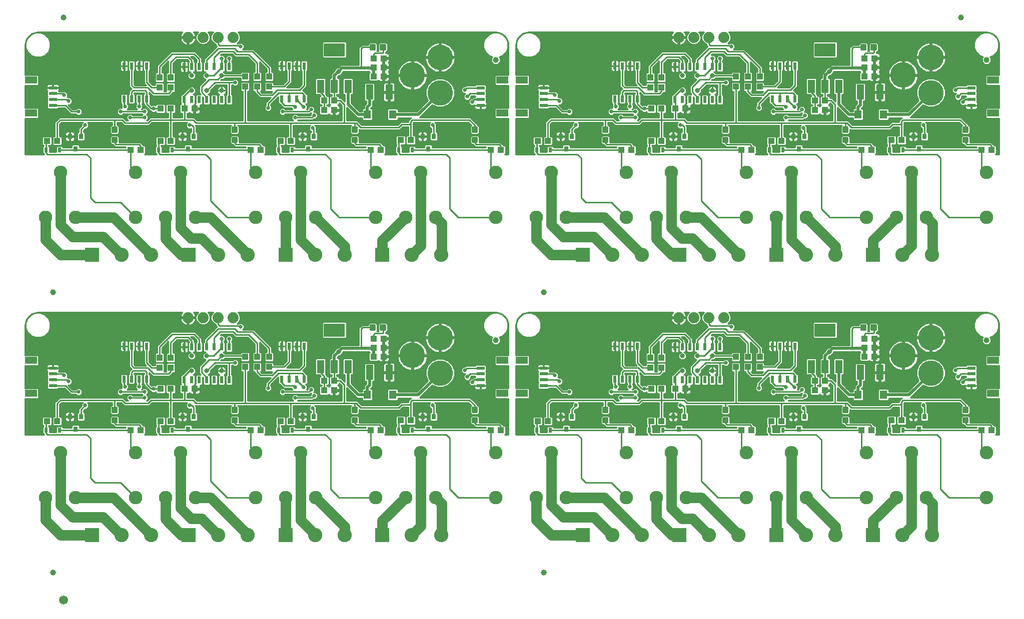
<source format=gtl>
G75*
%MOIN*%
%OFA0B0*%
%FSLAX25Y25*%
%IPPOS*%
%LPD*%
%AMOC8*
5,1,8,0,0,1.08239X$1,22.5*
%
%ADD10R,0.04331X0.03937*%
%ADD11R,0.02480X0.03268*%
%ADD12C,0.01181*%
%ADD13R,0.07874X0.04724*%
%ADD14R,0.05315X0.02362*%
%ADD15C,0.09000*%
%ADD16C,0.03200*%
%ADD17R,0.03937X0.04331*%
%ADD18R,0.03150X0.03543*%
%ADD19R,0.09500X0.09500*%
%ADD20C,0.09500*%
%ADD21C,0.03937*%
%ADD22C,0.07400*%
%ADD23R,0.02362X0.04724*%
%ADD24C,0.17000*%
%ADD25R,0.04800X0.08800*%
%ADD26R,0.14173X0.08661*%
%ADD27R,0.04724X0.09843*%
%ADD28R,0.05000X0.05787*%
%ADD29C,0.05906*%
%ADD30C,0.01000*%
%ADD31C,0.07000*%
%ADD32C,0.02400*%
%ADD33C,0.02578*%
%ADD34C,0.01200*%
%ADD35C,0.02000*%
D10*
X0100404Y0133750D03*
X0107096Y0133750D03*
X0120404Y0139750D03*
X0127096Y0139750D03*
X0127096Y0161250D03*
X0120404Y0161250D03*
X0136404Y0161250D03*
X0143096Y0161250D03*
X0180404Y0133750D03*
X0187096Y0133750D03*
X0200404Y0139750D03*
X0207096Y0139750D03*
X0229404Y0160250D03*
X0229404Y0166750D03*
X0236096Y0166750D03*
X0236096Y0160250D03*
X0262404Y0182750D03*
X0269096Y0182750D03*
X0269096Y0188750D03*
X0269096Y0194750D03*
X0262404Y0194750D03*
X0262404Y0188750D03*
X0280404Y0140250D03*
X0287096Y0140250D03*
X0267096Y0133750D03*
X0260404Y0133750D03*
X0340404Y0133750D03*
X0347096Y0133750D03*
X0371904Y0139750D03*
X0378596Y0139750D03*
X0427404Y0133750D03*
X0434096Y0133750D03*
X0447404Y0139750D03*
X0454096Y0139750D03*
X0454096Y0161250D03*
X0447404Y0161250D03*
X0463404Y0161250D03*
X0470096Y0161250D03*
X0507404Y0133750D03*
X0514096Y0133750D03*
X0527404Y0139750D03*
X0534096Y0139750D03*
X0556404Y0160250D03*
X0556404Y0166750D03*
X0563096Y0166750D03*
X0563096Y0160250D03*
X0589404Y0182750D03*
X0596096Y0182750D03*
X0596096Y0188750D03*
X0596096Y0194750D03*
X0589404Y0194750D03*
X0589404Y0188750D03*
X0607404Y0140250D03*
X0614096Y0140250D03*
X0594096Y0133750D03*
X0587404Y0133750D03*
X0667404Y0133750D03*
X0674096Y0133750D03*
X0674096Y0320750D03*
X0667404Y0320750D03*
X0614096Y0327250D03*
X0607404Y0327250D03*
X0594096Y0320750D03*
X0587404Y0320750D03*
X0563096Y0347250D03*
X0556404Y0347250D03*
X0556404Y0353750D03*
X0563096Y0353750D03*
X0589404Y0369750D03*
X0596096Y0369750D03*
X0596096Y0375750D03*
X0596096Y0381750D03*
X0589404Y0381750D03*
X0589404Y0375750D03*
X0534096Y0326750D03*
X0527404Y0326750D03*
X0514096Y0320750D03*
X0507404Y0320750D03*
X0470096Y0348250D03*
X0463404Y0348250D03*
X0454096Y0348250D03*
X0447404Y0348250D03*
X0447404Y0326750D03*
X0454096Y0326750D03*
X0434096Y0320750D03*
X0427404Y0320750D03*
X0378596Y0326750D03*
X0371904Y0326750D03*
X0347096Y0320750D03*
X0340404Y0320750D03*
X0287096Y0327250D03*
X0280404Y0327250D03*
X0267096Y0320750D03*
X0260404Y0320750D03*
X0236096Y0347250D03*
X0229404Y0347250D03*
X0229404Y0353750D03*
X0236096Y0353750D03*
X0262404Y0369750D03*
X0269096Y0369750D03*
X0269096Y0375750D03*
X0269096Y0381750D03*
X0262404Y0381750D03*
X0262404Y0375750D03*
X0207096Y0326750D03*
X0200404Y0326750D03*
X0187096Y0320750D03*
X0180404Y0320750D03*
X0143096Y0348250D03*
X0136404Y0348250D03*
X0127096Y0348250D03*
X0120404Y0348250D03*
X0120404Y0326750D03*
X0127096Y0326750D03*
X0107096Y0320750D03*
X0100404Y0320750D03*
X0051596Y0326750D03*
X0044904Y0326750D03*
X0044904Y0139750D03*
X0051596Y0139750D03*
D11*
X0053278Y0133750D03*
X0044222Y0133750D03*
X0119222Y0133750D03*
X0128278Y0133750D03*
X0199222Y0133750D03*
X0208278Y0133750D03*
X0279222Y0133750D03*
X0288278Y0133750D03*
X0371222Y0133750D03*
X0380278Y0133750D03*
X0446222Y0133750D03*
X0455278Y0133750D03*
X0526222Y0133750D03*
X0535278Y0133750D03*
X0606222Y0133750D03*
X0615278Y0133750D03*
X0615278Y0320750D03*
X0606222Y0320750D03*
X0535278Y0320750D03*
X0526222Y0320750D03*
X0455278Y0320750D03*
X0446222Y0320750D03*
X0380278Y0320750D03*
X0371222Y0320750D03*
X0288278Y0320750D03*
X0279222Y0320750D03*
X0208278Y0320750D03*
X0199222Y0320750D03*
X0128278Y0320750D03*
X0119222Y0320750D03*
X0053278Y0320750D03*
X0044222Y0320750D03*
D12*
X0088372Y0328675D02*
X0091128Y0328675D01*
X0091128Y0325919D01*
X0088372Y0325919D01*
X0088372Y0328675D01*
X0088372Y0327041D02*
X0091128Y0327041D01*
X0091128Y0328163D02*
X0088372Y0328163D01*
X0088372Y0335581D02*
X0091128Y0335581D01*
X0091128Y0332825D01*
X0088372Y0332825D01*
X0088372Y0335581D01*
X0088372Y0333947D02*
X0091128Y0333947D01*
X0091128Y0335069D02*
X0088372Y0335069D01*
X0168372Y0335581D02*
X0171128Y0335581D01*
X0171128Y0332825D01*
X0168372Y0332825D01*
X0168372Y0335581D01*
X0168372Y0333947D02*
X0171128Y0333947D01*
X0171128Y0335069D02*
X0168372Y0335069D01*
X0168372Y0328675D02*
X0171128Y0328675D01*
X0171128Y0325919D01*
X0168372Y0325919D01*
X0168372Y0328675D01*
X0168372Y0327041D02*
X0171128Y0327041D01*
X0171128Y0328163D02*
X0168372Y0328163D01*
X0248372Y0328675D02*
X0251128Y0328675D01*
X0251128Y0325919D01*
X0248372Y0325919D01*
X0248372Y0328675D01*
X0248372Y0327041D02*
X0251128Y0327041D01*
X0251128Y0328163D02*
X0248372Y0328163D01*
X0248372Y0335581D02*
X0251128Y0335581D01*
X0251128Y0332825D01*
X0248372Y0332825D01*
X0248372Y0335581D01*
X0248372Y0333947D02*
X0251128Y0333947D01*
X0251128Y0335069D02*
X0248372Y0335069D01*
X0260419Y0387872D02*
X0260419Y0390628D01*
X0263175Y0390628D01*
X0263175Y0387872D01*
X0260419Y0387872D01*
X0260419Y0388994D02*
X0263175Y0388994D01*
X0263175Y0390116D02*
X0260419Y0390116D01*
X0267325Y0390628D02*
X0267325Y0387872D01*
X0267325Y0390628D02*
X0270081Y0390628D01*
X0270081Y0387872D01*
X0267325Y0387872D01*
X0267325Y0388994D02*
X0270081Y0388994D01*
X0270081Y0390116D02*
X0267325Y0390116D01*
X0328372Y0335581D02*
X0331128Y0335581D01*
X0331128Y0332825D01*
X0328372Y0332825D01*
X0328372Y0335581D01*
X0328372Y0333947D02*
X0331128Y0333947D01*
X0331128Y0335069D02*
X0328372Y0335069D01*
X0328372Y0328675D02*
X0331128Y0328675D01*
X0331128Y0325919D01*
X0328372Y0325919D01*
X0328372Y0328675D01*
X0328372Y0327041D02*
X0331128Y0327041D01*
X0331128Y0328163D02*
X0328372Y0328163D01*
X0415372Y0328675D02*
X0418128Y0328675D01*
X0418128Y0325919D01*
X0415372Y0325919D01*
X0415372Y0328675D01*
X0415372Y0327041D02*
X0418128Y0327041D01*
X0418128Y0328163D02*
X0415372Y0328163D01*
X0415372Y0335581D02*
X0418128Y0335581D01*
X0418128Y0332825D01*
X0415372Y0332825D01*
X0415372Y0335581D01*
X0415372Y0333947D02*
X0418128Y0333947D01*
X0418128Y0335069D02*
X0415372Y0335069D01*
X0495372Y0335581D02*
X0498128Y0335581D01*
X0498128Y0332825D01*
X0495372Y0332825D01*
X0495372Y0335581D01*
X0495372Y0333947D02*
X0498128Y0333947D01*
X0498128Y0335069D02*
X0495372Y0335069D01*
X0495372Y0328675D02*
X0498128Y0328675D01*
X0498128Y0325919D01*
X0495372Y0325919D01*
X0495372Y0328675D01*
X0495372Y0327041D02*
X0498128Y0327041D01*
X0498128Y0328163D02*
X0495372Y0328163D01*
X0575372Y0328675D02*
X0578128Y0328675D01*
X0578128Y0325919D01*
X0575372Y0325919D01*
X0575372Y0328675D01*
X0575372Y0327041D02*
X0578128Y0327041D01*
X0578128Y0328163D02*
X0575372Y0328163D01*
X0575372Y0335581D02*
X0578128Y0335581D01*
X0578128Y0332825D01*
X0575372Y0332825D01*
X0575372Y0335581D01*
X0575372Y0333947D02*
X0578128Y0333947D01*
X0578128Y0335069D02*
X0575372Y0335069D01*
X0655372Y0335581D02*
X0658128Y0335581D01*
X0658128Y0332825D01*
X0655372Y0332825D01*
X0655372Y0335581D01*
X0655372Y0333947D02*
X0658128Y0333947D01*
X0658128Y0335069D02*
X0655372Y0335069D01*
X0655372Y0328675D02*
X0658128Y0328675D01*
X0658128Y0325919D01*
X0655372Y0325919D01*
X0655372Y0328675D01*
X0655372Y0327041D02*
X0658128Y0327041D01*
X0658128Y0328163D02*
X0655372Y0328163D01*
X0594325Y0387872D02*
X0594325Y0390628D01*
X0597081Y0390628D01*
X0597081Y0387872D01*
X0594325Y0387872D01*
X0594325Y0388994D02*
X0597081Y0388994D01*
X0597081Y0390116D02*
X0594325Y0390116D01*
X0587419Y0390628D02*
X0587419Y0387872D01*
X0587419Y0390628D02*
X0590175Y0390628D01*
X0590175Y0387872D01*
X0587419Y0387872D01*
X0587419Y0388994D02*
X0590175Y0388994D01*
X0590175Y0390116D02*
X0587419Y0390116D01*
X0587419Y0203628D02*
X0587419Y0200872D01*
X0587419Y0203628D02*
X0590175Y0203628D01*
X0590175Y0200872D01*
X0587419Y0200872D01*
X0587419Y0201994D02*
X0590175Y0201994D01*
X0590175Y0203116D02*
X0587419Y0203116D01*
X0594325Y0203628D02*
X0594325Y0200872D01*
X0594325Y0203628D02*
X0597081Y0203628D01*
X0597081Y0200872D01*
X0594325Y0200872D01*
X0594325Y0201994D02*
X0597081Y0201994D01*
X0597081Y0203116D02*
X0594325Y0203116D01*
X0578128Y0148581D02*
X0575372Y0148581D01*
X0578128Y0148581D02*
X0578128Y0145825D01*
X0575372Y0145825D01*
X0575372Y0148581D01*
X0575372Y0146947D02*
X0578128Y0146947D01*
X0578128Y0148069D02*
X0575372Y0148069D01*
X0575372Y0141675D02*
X0578128Y0141675D01*
X0578128Y0138919D01*
X0575372Y0138919D01*
X0575372Y0141675D01*
X0575372Y0140041D02*
X0578128Y0140041D01*
X0578128Y0141163D02*
X0575372Y0141163D01*
X0498128Y0141675D02*
X0495372Y0141675D01*
X0498128Y0141675D02*
X0498128Y0138919D01*
X0495372Y0138919D01*
X0495372Y0141675D01*
X0495372Y0140041D02*
X0498128Y0140041D01*
X0498128Y0141163D02*
X0495372Y0141163D01*
X0495372Y0148581D02*
X0498128Y0148581D01*
X0498128Y0145825D01*
X0495372Y0145825D01*
X0495372Y0148581D01*
X0495372Y0146947D02*
X0498128Y0146947D01*
X0498128Y0148069D02*
X0495372Y0148069D01*
X0418128Y0148581D02*
X0415372Y0148581D01*
X0418128Y0148581D02*
X0418128Y0145825D01*
X0415372Y0145825D01*
X0415372Y0148581D01*
X0415372Y0146947D02*
X0418128Y0146947D01*
X0418128Y0148069D02*
X0415372Y0148069D01*
X0415372Y0141675D02*
X0418128Y0141675D01*
X0418128Y0138919D01*
X0415372Y0138919D01*
X0415372Y0141675D01*
X0415372Y0140041D02*
X0418128Y0140041D01*
X0418128Y0141163D02*
X0415372Y0141163D01*
X0331128Y0141675D02*
X0328372Y0141675D01*
X0331128Y0141675D02*
X0331128Y0138919D01*
X0328372Y0138919D01*
X0328372Y0141675D01*
X0328372Y0140041D02*
X0331128Y0140041D01*
X0331128Y0141163D02*
X0328372Y0141163D01*
X0328372Y0148581D02*
X0331128Y0148581D01*
X0331128Y0145825D01*
X0328372Y0145825D01*
X0328372Y0148581D01*
X0328372Y0146947D02*
X0331128Y0146947D01*
X0331128Y0148069D02*
X0328372Y0148069D01*
X0251128Y0148581D02*
X0248372Y0148581D01*
X0251128Y0148581D02*
X0251128Y0145825D01*
X0248372Y0145825D01*
X0248372Y0148581D01*
X0248372Y0146947D02*
X0251128Y0146947D01*
X0251128Y0148069D02*
X0248372Y0148069D01*
X0248372Y0141675D02*
X0251128Y0141675D01*
X0251128Y0138919D01*
X0248372Y0138919D01*
X0248372Y0141675D01*
X0248372Y0140041D02*
X0251128Y0140041D01*
X0251128Y0141163D02*
X0248372Y0141163D01*
X0171128Y0141675D02*
X0168372Y0141675D01*
X0171128Y0141675D02*
X0171128Y0138919D01*
X0168372Y0138919D01*
X0168372Y0141675D01*
X0168372Y0140041D02*
X0171128Y0140041D01*
X0171128Y0141163D02*
X0168372Y0141163D01*
X0168372Y0148581D02*
X0171128Y0148581D01*
X0171128Y0145825D01*
X0168372Y0145825D01*
X0168372Y0148581D01*
X0168372Y0146947D02*
X0171128Y0146947D01*
X0171128Y0148069D02*
X0168372Y0148069D01*
X0091128Y0148581D02*
X0088372Y0148581D01*
X0091128Y0148581D02*
X0091128Y0145825D01*
X0088372Y0145825D01*
X0088372Y0148581D01*
X0088372Y0146947D02*
X0091128Y0146947D01*
X0091128Y0148069D02*
X0088372Y0148069D01*
X0088372Y0141675D02*
X0091128Y0141675D01*
X0091128Y0138919D01*
X0088372Y0138919D01*
X0088372Y0141675D01*
X0088372Y0140041D02*
X0091128Y0140041D01*
X0091128Y0141163D02*
X0088372Y0141163D01*
X0260419Y0200872D02*
X0260419Y0203628D01*
X0263175Y0203628D01*
X0263175Y0200872D01*
X0260419Y0200872D01*
X0260419Y0201994D02*
X0263175Y0201994D01*
X0263175Y0203116D02*
X0260419Y0203116D01*
X0267325Y0203628D02*
X0267325Y0200872D01*
X0267325Y0203628D02*
X0270081Y0203628D01*
X0270081Y0200872D01*
X0267325Y0200872D01*
X0267325Y0201994D02*
X0270081Y0201994D01*
X0270081Y0203116D02*
X0267325Y0203116D01*
X0655372Y0148581D02*
X0658128Y0148581D01*
X0658128Y0145825D01*
X0655372Y0145825D01*
X0655372Y0148581D01*
X0655372Y0146947D02*
X0658128Y0146947D01*
X0658128Y0148069D02*
X0655372Y0148069D01*
X0655372Y0141675D02*
X0658128Y0141675D01*
X0658128Y0138919D01*
X0655372Y0138919D01*
X0655372Y0141675D01*
X0655372Y0140041D02*
X0658128Y0140041D01*
X0658128Y0141163D02*
X0655372Y0141163D01*
D13*
X0675219Y0158226D03*
X0675219Y0180274D03*
X0675219Y0345226D03*
X0675219Y0367274D03*
X0361281Y0367274D03*
X0348219Y0367274D03*
X0348219Y0345226D03*
X0361281Y0345226D03*
X0361281Y0180274D03*
X0348219Y0180274D03*
X0348219Y0158226D03*
X0361281Y0158226D03*
X0034281Y0158226D03*
X0034281Y0180274D03*
X0034281Y0345226D03*
X0034281Y0367274D03*
D14*
X0048750Y0362156D03*
X0048750Y0358219D03*
X0048750Y0354281D03*
X0048750Y0350344D03*
X0333750Y0350344D03*
X0333750Y0354281D03*
X0333750Y0358219D03*
X0333750Y0362156D03*
X0375750Y0362156D03*
X0375750Y0358219D03*
X0375750Y0354281D03*
X0375750Y0350344D03*
X0375750Y0175156D03*
X0375750Y0171219D03*
X0375750Y0167281D03*
X0375750Y0163344D03*
X0333750Y0163344D03*
X0333750Y0167281D03*
X0333750Y0171219D03*
X0333750Y0175156D03*
X0048750Y0175156D03*
X0048750Y0171219D03*
X0048750Y0167281D03*
X0048750Y0163344D03*
X0660750Y0163344D03*
X0660750Y0167281D03*
X0660750Y0171219D03*
X0660750Y0175156D03*
X0660750Y0350344D03*
X0660750Y0354281D03*
X0660750Y0358219D03*
X0660750Y0362156D03*
D15*
X0670750Y0305750D03*
X0620750Y0305750D03*
X0590750Y0305750D03*
X0590750Y0275750D03*
X0610750Y0275750D03*
X0630750Y0275750D03*
X0670750Y0275750D03*
X0550750Y0275750D03*
X0530750Y0275750D03*
X0510750Y0275750D03*
X0470750Y0275750D03*
X0450750Y0275750D03*
X0430750Y0275750D03*
X0390750Y0275750D03*
X0370750Y0275750D03*
X0343750Y0275750D03*
X0303750Y0275750D03*
X0283750Y0275750D03*
X0263750Y0275750D03*
X0223750Y0275750D03*
X0203750Y0275750D03*
X0183750Y0275750D03*
X0143750Y0275750D03*
X0123750Y0275750D03*
X0103750Y0275750D03*
X0063750Y0275750D03*
X0043750Y0275750D03*
X0053750Y0305750D03*
X0103750Y0305750D03*
X0133750Y0305750D03*
X0183750Y0305750D03*
X0213750Y0305750D03*
X0263750Y0305750D03*
X0293750Y0305750D03*
X0343750Y0305750D03*
X0380750Y0305750D03*
X0430750Y0305750D03*
X0460750Y0305750D03*
X0510750Y0305750D03*
X0540750Y0305750D03*
X0540750Y0118750D03*
X0510750Y0118750D03*
X0510750Y0088750D03*
X0530750Y0088750D03*
X0550750Y0088750D03*
X0590750Y0088750D03*
X0610750Y0088750D03*
X0630750Y0088750D03*
X0670750Y0088750D03*
X0670750Y0118750D03*
X0620750Y0118750D03*
X0590750Y0118750D03*
X0470750Y0088750D03*
X0450750Y0088750D03*
X0430750Y0088750D03*
X0390750Y0088750D03*
X0370750Y0088750D03*
X0343750Y0088750D03*
X0303750Y0088750D03*
X0283750Y0088750D03*
X0263750Y0088750D03*
X0223750Y0088750D03*
X0203750Y0088750D03*
X0183750Y0088750D03*
X0143750Y0088750D03*
X0123750Y0088750D03*
X0103750Y0088750D03*
X0063750Y0088750D03*
X0043750Y0088750D03*
X0053750Y0118750D03*
X0103750Y0118750D03*
X0133750Y0118750D03*
X0183750Y0118750D03*
X0213750Y0118750D03*
X0263750Y0118750D03*
X0293750Y0118750D03*
X0343750Y0118750D03*
X0380750Y0118750D03*
X0430750Y0118750D03*
X0460750Y0118750D03*
D16*
X0468250Y0173250D03*
X0478250Y0173250D03*
X0488250Y0173250D03*
X0488250Y0183250D03*
X0478250Y0183250D03*
X0468250Y0183250D03*
X0566000Y0186000D03*
X0488250Y0360250D03*
X0478250Y0360250D03*
X0478250Y0370250D03*
X0488250Y0370250D03*
X0468250Y0370250D03*
X0468250Y0360250D03*
X0566000Y0373000D03*
X0239000Y0373000D03*
X0161250Y0370250D03*
X0151250Y0370250D03*
X0141250Y0370250D03*
X0141250Y0360250D03*
X0151250Y0360250D03*
X0161250Y0360250D03*
X0161250Y0183250D03*
X0151250Y0183250D03*
X0141250Y0183250D03*
X0141250Y0173250D03*
X0151250Y0173250D03*
X0161250Y0173250D03*
X0239000Y0186000D03*
D17*
X0192750Y0182596D03*
X0192750Y0175904D03*
X0184750Y0175904D03*
X0184750Y0182596D03*
X0176750Y0182596D03*
X0176750Y0175904D03*
X0127250Y0175404D03*
X0127250Y0182096D03*
X0119750Y0182096D03*
X0119750Y0175404D03*
X0119750Y0362404D03*
X0119750Y0369096D03*
X0127250Y0369096D03*
X0127250Y0362404D03*
X0176750Y0362904D03*
X0176750Y0369596D03*
X0184750Y0369596D03*
X0184750Y0362904D03*
X0192750Y0362904D03*
X0192750Y0369596D03*
X0446750Y0369096D03*
X0446750Y0362404D03*
X0454250Y0362404D03*
X0454250Y0369096D03*
X0503750Y0369596D03*
X0503750Y0362904D03*
X0511750Y0362904D03*
X0511750Y0369596D03*
X0519750Y0369596D03*
X0519750Y0362904D03*
X0519750Y0182596D03*
X0519750Y0175904D03*
X0511750Y0175904D03*
X0511750Y0182596D03*
X0503750Y0182596D03*
X0503750Y0175904D03*
X0454250Y0175404D03*
X0454250Y0182096D03*
X0446750Y0182096D03*
X0446750Y0175404D03*
D18*
X0462010Y0142687D03*
X0469490Y0142687D03*
X0465750Y0134419D03*
X0394490Y0142687D03*
X0387010Y0142687D03*
X0390750Y0134419D03*
X0302490Y0142687D03*
X0295010Y0142687D03*
X0298750Y0134419D03*
X0222490Y0142687D03*
X0215010Y0142687D03*
X0218750Y0134419D03*
X0142490Y0142687D03*
X0135010Y0142687D03*
X0138750Y0134419D03*
X0067490Y0142687D03*
X0060010Y0142687D03*
X0063750Y0134419D03*
X0063750Y0321419D03*
X0060010Y0329687D03*
X0067490Y0329687D03*
X0135010Y0329687D03*
X0142490Y0329687D03*
X0138750Y0321419D03*
X0215010Y0329687D03*
X0222490Y0329687D03*
X0218750Y0321419D03*
X0295010Y0329687D03*
X0302490Y0329687D03*
X0298750Y0321419D03*
X0387010Y0329687D03*
X0394490Y0329687D03*
X0390750Y0321419D03*
X0462010Y0329687D03*
X0469490Y0329687D03*
X0465750Y0321419D03*
X0542010Y0329687D03*
X0549490Y0329687D03*
X0545750Y0321419D03*
X0622010Y0329687D03*
X0629490Y0329687D03*
X0625750Y0321419D03*
X0622010Y0142687D03*
X0629490Y0142687D03*
X0625750Y0134419D03*
X0549490Y0142687D03*
X0542010Y0142687D03*
X0545750Y0134419D03*
D19*
X0530750Y0063750D03*
X0466250Y0063750D03*
X0401750Y0063750D03*
X0268250Y0063750D03*
X0203750Y0063750D03*
X0139250Y0063750D03*
X0074750Y0063750D03*
X0074750Y0250750D03*
X0139250Y0250750D03*
X0203750Y0250750D03*
X0268250Y0250750D03*
X0401750Y0250750D03*
X0466250Y0250750D03*
X0530750Y0250750D03*
X0595250Y0250750D03*
X0595250Y0063750D03*
D20*
X0614935Y0063750D03*
X0634620Y0063750D03*
X0570120Y0063750D03*
X0550435Y0063750D03*
X0505620Y0063750D03*
X0485935Y0063750D03*
X0441120Y0063750D03*
X0421435Y0063750D03*
X0307620Y0063750D03*
X0287935Y0063750D03*
X0243120Y0063750D03*
X0223435Y0063750D03*
X0178620Y0063750D03*
X0158935Y0063750D03*
X0114120Y0063750D03*
X0094435Y0063750D03*
X0094435Y0250750D03*
X0114120Y0250750D03*
X0158935Y0250750D03*
X0178620Y0250750D03*
X0223435Y0250750D03*
X0243120Y0250750D03*
X0287935Y0250750D03*
X0307620Y0250750D03*
X0421435Y0250750D03*
X0441120Y0250750D03*
X0485935Y0250750D03*
X0505620Y0250750D03*
X0550435Y0250750D03*
X0570120Y0250750D03*
X0614935Y0250750D03*
X0634620Y0250750D03*
D21*
X0670750Y0193750D03*
X0375750Y0225750D03*
X0343750Y0193750D03*
X0375750Y0038750D03*
X0048750Y0038750D03*
X0048750Y0225750D03*
X0343750Y0380750D03*
X0055750Y0409000D03*
X0653750Y0409000D03*
X0670750Y0380750D03*
D22*
X0495750Y0395750D03*
X0485750Y0395750D03*
X0475750Y0395750D03*
X0465750Y0395750D03*
X0168750Y0395750D03*
X0158750Y0395750D03*
X0148750Y0395750D03*
X0138750Y0395750D03*
X0138750Y0208750D03*
X0148750Y0208750D03*
X0158750Y0208750D03*
X0168750Y0208750D03*
X0465750Y0208750D03*
X0475750Y0208750D03*
X0485750Y0208750D03*
X0495750Y0208750D03*
D23*
X0493250Y0189274D03*
X0488250Y0189274D03*
X0483250Y0189274D03*
X0478250Y0189274D03*
X0473250Y0189274D03*
X0468250Y0189274D03*
X0463250Y0189274D03*
X0438250Y0189774D03*
X0433250Y0189774D03*
X0428250Y0189774D03*
X0423250Y0189774D03*
X0423250Y0167726D03*
X0428250Y0167726D03*
X0433250Y0167726D03*
X0438250Y0167726D03*
X0463250Y0167226D03*
X0468250Y0167226D03*
X0473250Y0167226D03*
X0478250Y0167226D03*
X0483250Y0167226D03*
X0488250Y0167226D03*
X0493250Y0167226D03*
X0528250Y0167726D03*
X0533250Y0167726D03*
X0538250Y0167726D03*
X0543250Y0167726D03*
X0543250Y0189774D03*
X0538250Y0189774D03*
X0533250Y0189774D03*
X0528250Y0189774D03*
X0528250Y0354726D03*
X0533250Y0354726D03*
X0538250Y0354726D03*
X0543250Y0354726D03*
X0543250Y0376774D03*
X0538250Y0376774D03*
X0533250Y0376774D03*
X0528250Y0376774D03*
X0493250Y0376274D03*
X0488250Y0376274D03*
X0483250Y0376274D03*
X0478250Y0376274D03*
X0473250Y0376274D03*
X0468250Y0376274D03*
X0463250Y0376274D03*
X0438250Y0376774D03*
X0433250Y0376774D03*
X0428250Y0376774D03*
X0423250Y0376774D03*
X0423250Y0354726D03*
X0428250Y0354726D03*
X0433250Y0354726D03*
X0438250Y0354726D03*
X0463250Y0354226D03*
X0468250Y0354226D03*
X0473250Y0354226D03*
X0478250Y0354226D03*
X0483250Y0354226D03*
X0488250Y0354226D03*
X0493250Y0354226D03*
X0216250Y0354726D03*
X0211250Y0354726D03*
X0206250Y0354726D03*
X0201250Y0354726D03*
X0166250Y0354226D03*
X0161250Y0354226D03*
X0156250Y0354226D03*
X0151250Y0354226D03*
X0146250Y0354226D03*
X0141250Y0354226D03*
X0136250Y0354226D03*
X0111250Y0354726D03*
X0106250Y0354726D03*
X0101250Y0354726D03*
X0096250Y0354726D03*
X0096250Y0376774D03*
X0101250Y0376774D03*
X0106250Y0376774D03*
X0111250Y0376774D03*
X0136250Y0376274D03*
X0141250Y0376274D03*
X0146250Y0376274D03*
X0151250Y0376274D03*
X0156250Y0376274D03*
X0161250Y0376274D03*
X0166250Y0376274D03*
X0201250Y0376774D03*
X0206250Y0376774D03*
X0211250Y0376774D03*
X0216250Y0376774D03*
X0216250Y0189774D03*
X0211250Y0189774D03*
X0206250Y0189774D03*
X0201250Y0189774D03*
X0166250Y0189274D03*
X0161250Y0189274D03*
X0156250Y0189274D03*
X0151250Y0189274D03*
X0146250Y0189274D03*
X0141250Y0189274D03*
X0136250Y0189274D03*
X0111250Y0189774D03*
X0106250Y0189774D03*
X0101250Y0189774D03*
X0096250Y0189774D03*
X0096250Y0167726D03*
X0101250Y0167726D03*
X0106250Y0167726D03*
X0111250Y0167726D03*
X0136250Y0167226D03*
X0141250Y0167226D03*
X0146250Y0167226D03*
X0151250Y0167226D03*
X0156250Y0167226D03*
X0161250Y0167226D03*
X0166250Y0167226D03*
X0201250Y0167726D03*
X0206250Y0167726D03*
X0211250Y0167726D03*
X0216250Y0167726D03*
D24*
X0288246Y0183624D03*
X0306750Y0171813D03*
X0306750Y0195435D03*
X0306750Y0358813D03*
X0288246Y0370624D03*
X0306750Y0382435D03*
X0615246Y0370624D03*
X0633750Y0358813D03*
X0633750Y0382435D03*
X0633750Y0195435D03*
X0615246Y0183624D03*
X0633750Y0171813D03*
D25*
X0572350Y0176050D03*
X0563250Y0176050D03*
X0554150Y0176050D03*
X0245350Y0176050D03*
X0236250Y0176050D03*
X0227150Y0176050D03*
X0227150Y0363050D03*
X0236250Y0363050D03*
X0245350Y0363050D03*
X0554150Y0363050D03*
X0563250Y0363050D03*
X0572350Y0363050D03*
D26*
X0563250Y0387451D03*
X0563250Y0200451D03*
X0236250Y0200451D03*
X0236250Y0387451D03*
D27*
X0259754Y0359250D03*
X0272746Y0359250D03*
X0272746Y0172250D03*
X0259754Y0172250D03*
X0586754Y0172250D03*
X0599746Y0172250D03*
X0599746Y0359250D03*
X0586754Y0359250D03*
D28*
X0585285Y0344250D03*
X0602215Y0344250D03*
X0602215Y0157250D03*
X0585285Y0157250D03*
X0275215Y0157250D03*
X0258285Y0157250D03*
X0258285Y0344250D03*
X0275215Y0344250D03*
D29*
X0055750Y0020500D03*
D30*
X0103750Y0088750D02*
X0093750Y0098750D01*
X0076750Y0098750D01*
X0073750Y0101750D01*
X0073750Y0128250D01*
X0071250Y0130750D01*
X0045250Y0130750D01*
X0044222Y0131778D01*
X0044222Y0133750D01*
X0044222Y0139069D01*
X0044904Y0139750D01*
X0045822Y0136681D02*
X0047525Y0136681D01*
X0048169Y0137326D01*
X0048169Y0142174D01*
X0047525Y0142818D01*
X0042283Y0142818D01*
X0041638Y0142174D01*
X0041638Y0137326D01*
X0042283Y0136681D01*
X0042622Y0136681D01*
X0042622Y0136484D01*
X0042527Y0136484D01*
X0041882Y0135839D01*
X0041882Y0131660D01*
X0042527Y0131016D01*
X0042721Y0131016D01*
X0042987Y0130750D01*
X0030250Y0130750D01*
X0030250Y0154764D01*
X0038674Y0154764D01*
X0039318Y0155409D01*
X0039318Y0161044D01*
X0038674Y0161689D01*
X0030250Y0161689D01*
X0030250Y0176811D01*
X0038674Y0176811D01*
X0039318Y0177456D01*
X0039318Y0183091D01*
X0038674Y0183736D01*
X0030250Y0183736D01*
X0030250Y0203750D01*
X0030355Y0205080D01*
X0031176Y0207609D01*
X0032740Y0209760D01*
X0034891Y0211324D01*
X0037420Y0212145D01*
X0038750Y0212250D01*
X0134896Y0212250D01*
X0134784Y0212138D01*
X0134303Y0211475D01*
X0133931Y0210746D01*
X0133678Y0209968D01*
X0133564Y0209250D01*
X0138250Y0209250D01*
X0138250Y0208250D01*
X0139250Y0208250D01*
X0139250Y0209250D01*
X0143936Y0209250D01*
X0143822Y0209968D01*
X0143569Y0210746D01*
X0143197Y0211475D01*
X0142716Y0212138D01*
X0142604Y0212250D01*
X0145462Y0212250D01*
X0144681Y0211469D01*
X0143950Y0209705D01*
X0143950Y0207795D01*
X0144681Y0206031D01*
X0146031Y0204681D01*
X0147795Y0203950D01*
X0149705Y0203950D01*
X0151469Y0204681D01*
X0152819Y0206031D01*
X0153550Y0207795D01*
X0153550Y0209705D01*
X0152819Y0211469D01*
X0152038Y0212250D01*
X0155462Y0212250D01*
X0154681Y0211469D01*
X0153950Y0209705D01*
X0153950Y0207795D01*
X0154681Y0206031D01*
X0156031Y0204681D01*
X0157150Y0204217D01*
X0157150Y0203587D01*
X0157987Y0202750D01*
X0156087Y0200850D01*
X0150587Y0195350D01*
X0149650Y0194413D01*
X0149650Y0192736D01*
X0149613Y0192736D01*
X0148969Y0192091D01*
X0148969Y0186456D01*
X0149613Y0185811D01*
X0150378Y0185811D01*
X0149721Y0185539D01*
X0148961Y0184779D01*
X0148550Y0183787D01*
X0148550Y0182713D01*
X0148961Y0181721D01*
X0149721Y0180961D01*
X0150412Y0180675D01*
X0146150Y0176413D01*
X0146150Y0171564D01*
X0147025Y0170689D01*
X0144613Y0170689D01*
X0143969Y0170044D01*
X0143969Y0164718D01*
X0143581Y0164718D01*
X0143581Y0161734D01*
X0146762Y0161734D01*
X0146762Y0163416D01*
X0146668Y0163764D01*
X0147887Y0163764D01*
X0148531Y0164409D01*
X0148531Y0169183D01*
X0148969Y0168745D01*
X0148969Y0164409D01*
X0149613Y0163764D01*
X0152887Y0163764D01*
X0153531Y0164409D01*
X0153531Y0170044D01*
X0152887Y0170689D01*
X0152122Y0170689D01*
X0152779Y0170961D01*
X0153539Y0171721D01*
X0153950Y0172713D01*
X0153950Y0173687D01*
X0157413Y0177150D01*
X0164650Y0177150D01*
X0164650Y0170689D01*
X0164613Y0170689D01*
X0163969Y0170044D01*
X0163969Y0164409D01*
X0164613Y0163764D01*
X0167887Y0163764D01*
X0168531Y0164409D01*
X0168531Y0170044D01*
X0167887Y0170689D01*
X0167850Y0170689D01*
X0167850Y0177150D01*
X0168471Y0177150D01*
X0169260Y0176361D01*
X0171240Y0176361D01*
X0172639Y0177760D01*
X0172639Y0179740D01*
X0171240Y0181139D01*
X0169260Y0181139D01*
X0168471Y0180350D01*
X0160613Y0180350D01*
X0160813Y0180550D01*
X0161787Y0180550D01*
X0162779Y0180961D01*
X0163468Y0181650D01*
X0173681Y0181650D01*
X0173681Y0179975D01*
X0174326Y0179331D01*
X0179174Y0179331D01*
X0179818Y0179975D01*
X0179818Y0185217D01*
X0179174Y0185862D01*
X0174326Y0185862D01*
X0173681Y0185217D01*
X0173681Y0184850D01*
X0163468Y0184850D01*
X0162779Y0185539D01*
X0162122Y0185811D01*
X0162887Y0185811D01*
X0163531Y0186456D01*
X0163531Y0192091D01*
X0162887Y0192736D01*
X0162850Y0192736D01*
X0162850Y0192971D01*
X0163639Y0193760D01*
X0163639Y0195740D01*
X0162240Y0197139D01*
X0160402Y0197139D01*
X0160913Y0197650D01*
X0168087Y0197650D01*
X0169150Y0196587D01*
X0170087Y0195650D01*
X0178587Y0195650D01*
X0183150Y0191087D01*
X0183150Y0185862D01*
X0182326Y0185862D01*
X0181681Y0185217D01*
X0181681Y0179975D01*
X0182326Y0179331D01*
X0187174Y0179331D01*
X0187818Y0179975D01*
X0187818Y0185217D01*
X0187174Y0185862D01*
X0186350Y0185862D01*
X0186350Y0192387D01*
X0191150Y0187587D01*
X0191150Y0185862D01*
X0190326Y0185862D01*
X0189681Y0185217D01*
X0189681Y0179975D01*
X0190326Y0179331D01*
X0195174Y0179331D01*
X0195818Y0179975D01*
X0195818Y0185217D01*
X0195174Y0185862D01*
X0194350Y0185862D01*
X0194350Y0188913D01*
X0183350Y0199913D01*
X0182413Y0200850D01*
X0175228Y0200850D01*
X0176139Y0201760D01*
X0176139Y0203740D01*
X0174740Y0205139D01*
X0172760Y0205139D01*
X0172471Y0204850D01*
X0171638Y0204850D01*
X0172819Y0206031D01*
X0173550Y0207795D01*
X0173550Y0209705D01*
X0172819Y0211469D01*
X0172038Y0212250D01*
X0343750Y0212250D01*
X0345080Y0212145D01*
X0347609Y0211324D01*
X0349760Y0209760D01*
X0351324Y0207609D01*
X0352145Y0205080D01*
X0352250Y0203750D01*
X0352250Y0183736D01*
X0343826Y0183736D01*
X0343181Y0183091D01*
X0343181Y0177456D01*
X0343826Y0176811D01*
X0352250Y0176811D01*
X0352250Y0161689D01*
X0343826Y0161689D01*
X0343181Y0161044D01*
X0343181Y0155409D01*
X0343826Y0154764D01*
X0352250Y0154764D01*
X0352250Y0130750D01*
X0349786Y0130750D01*
X0350362Y0131326D01*
X0350362Y0136174D01*
X0349717Y0136818D01*
X0348850Y0136818D01*
X0348850Y0136913D01*
X0347913Y0137850D01*
X0346913Y0138850D01*
X0332818Y0138850D01*
X0332818Y0142375D01*
X0331828Y0143366D01*
X0327672Y0143366D01*
X0326681Y0142375D01*
X0326681Y0138219D01*
X0327672Y0137229D01*
X0328509Y0137229D01*
X0329087Y0136650D01*
X0329087Y0136650D01*
X0329150Y0136587D01*
X0330087Y0135650D01*
X0337138Y0135650D01*
X0337138Y0135350D01*
X0301425Y0135350D01*
X0301425Y0136647D01*
X0300780Y0137291D01*
X0296720Y0137291D01*
X0296075Y0136647D01*
X0296075Y0135350D01*
X0290618Y0135350D01*
X0290618Y0135839D01*
X0289973Y0136484D01*
X0286582Y0136484D01*
X0285937Y0135839D01*
X0285937Y0132350D01*
X0281563Y0132350D01*
X0281563Y0135839D01*
X0280918Y0136484D01*
X0280822Y0136484D01*
X0280822Y0137181D01*
X0283025Y0137181D01*
X0283669Y0137826D01*
X0283669Y0142674D01*
X0283025Y0143318D01*
X0277783Y0143318D01*
X0277138Y0142674D01*
X0277138Y0137826D01*
X0277622Y0137342D01*
X0277622Y0136484D01*
X0277527Y0136484D01*
X0276882Y0135839D01*
X0276882Y0131660D01*
X0277527Y0131016D01*
X0277721Y0131016D01*
X0277987Y0130750D01*
X0269786Y0130750D01*
X0270362Y0131326D01*
X0270362Y0136174D01*
X0269717Y0136818D01*
X0268803Y0136818D01*
X0268803Y0136960D01*
X0267865Y0137897D01*
X0266913Y0138850D01*
X0252818Y0138850D01*
X0252818Y0142375D01*
X0251828Y0143366D01*
X0247672Y0143366D01*
X0246681Y0142375D01*
X0246681Y0138219D01*
X0247672Y0137229D01*
X0248509Y0137229D01*
X0249150Y0136587D01*
X0250087Y0135650D01*
X0257138Y0135650D01*
X0257138Y0135350D01*
X0221425Y0135350D01*
X0221425Y0136647D01*
X0220780Y0137291D01*
X0216720Y0137291D01*
X0216075Y0136647D01*
X0216075Y0135350D01*
X0210618Y0135350D01*
X0210618Y0135839D01*
X0209973Y0136484D01*
X0206582Y0136484D01*
X0205937Y0135839D01*
X0205937Y0132350D01*
X0201563Y0132350D01*
X0201563Y0135839D01*
X0200918Y0136484D01*
X0200822Y0136484D01*
X0200822Y0136681D01*
X0203025Y0136681D01*
X0203669Y0137326D01*
X0203669Y0142174D01*
X0203025Y0142818D01*
X0197783Y0142818D01*
X0197138Y0142174D01*
X0197138Y0137326D01*
X0197622Y0136842D01*
X0197622Y0136484D01*
X0197527Y0136484D01*
X0196882Y0135839D01*
X0196882Y0131660D01*
X0197527Y0131016D01*
X0197721Y0131016D01*
X0197987Y0130750D01*
X0189786Y0130750D01*
X0190362Y0131326D01*
X0190362Y0136174D01*
X0189717Y0136818D01*
X0188696Y0136818D01*
X0188696Y0137066D01*
X0187759Y0138004D01*
X0186913Y0138850D01*
X0172818Y0138850D01*
X0172818Y0142375D01*
X0171828Y0143366D01*
X0167672Y0143366D01*
X0166681Y0142375D01*
X0166681Y0138219D01*
X0167672Y0137229D01*
X0168509Y0137229D01*
X0169150Y0136587D01*
X0170087Y0135650D01*
X0177138Y0135650D01*
X0177138Y0135350D01*
X0141425Y0135350D01*
X0141425Y0136647D01*
X0140780Y0137291D01*
X0136720Y0137291D01*
X0136075Y0136647D01*
X0136075Y0135350D01*
X0130618Y0135350D01*
X0130618Y0135839D01*
X0129973Y0136484D01*
X0126582Y0136484D01*
X0125937Y0135839D01*
X0125937Y0132350D01*
X0121563Y0132350D01*
X0121563Y0135839D01*
X0120918Y0136484D01*
X0120822Y0136484D01*
X0120822Y0136681D01*
X0123025Y0136681D01*
X0123669Y0137326D01*
X0123669Y0142174D01*
X0123025Y0142818D01*
X0117783Y0142818D01*
X0117138Y0142174D01*
X0117138Y0137326D01*
X0117622Y0136842D01*
X0117622Y0136484D01*
X0117527Y0136484D01*
X0116882Y0135839D01*
X0116882Y0131660D01*
X0117527Y0131016D01*
X0117721Y0131016D01*
X0117987Y0130750D01*
X0109786Y0130750D01*
X0110362Y0131326D01*
X0110362Y0136174D01*
X0109717Y0136818D01*
X0108803Y0136818D01*
X0108803Y0136960D01*
X0107865Y0137897D01*
X0106913Y0138850D01*
X0092818Y0138850D01*
X0092818Y0142375D01*
X0091828Y0143366D01*
X0087672Y0143366D01*
X0086681Y0142375D01*
X0086681Y0138219D01*
X0087672Y0137229D01*
X0088509Y0137229D01*
X0090087Y0135650D01*
X0097138Y0135650D01*
X0097138Y0135350D01*
X0066425Y0135350D01*
X0066425Y0136647D01*
X0065780Y0137291D01*
X0061720Y0137291D01*
X0061075Y0136647D01*
X0061075Y0135350D01*
X0055618Y0135350D01*
X0055618Y0135839D01*
X0054973Y0136484D01*
X0051582Y0136484D01*
X0050937Y0135839D01*
X0050937Y0132350D01*
X0046563Y0132350D01*
X0046563Y0135839D01*
X0045918Y0136484D01*
X0045822Y0136484D01*
X0045822Y0136681D01*
X0045822Y0136589D02*
X0061075Y0136589D01*
X0061075Y0135591D02*
X0055618Y0135591D01*
X0054217Y0136681D02*
X0054862Y0137326D01*
X0054862Y0142174D01*
X0054217Y0142818D01*
X0053196Y0142818D01*
X0053196Y0150934D01*
X0054413Y0152150D01*
X0068771Y0152150D01*
X0067861Y0151240D01*
X0067861Y0150124D01*
X0065890Y0148153D01*
X0065890Y0145559D01*
X0065460Y0145559D01*
X0064815Y0144914D01*
X0064815Y0140460D01*
X0065460Y0139815D01*
X0069521Y0139815D01*
X0070165Y0140460D01*
X0070165Y0144914D01*
X0069521Y0145559D01*
X0069090Y0145559D01*
X0069090Y0146827D01*
X0070124Y0147861D01*
X0071240Y0147861D01*
X0072639Y0149260D01*
X0072639Y0151240D01*
X0071728Y0152150D01*
X0088150Y0152150D01*
X0088150Y0150271D01*
X0087672Y0150271D01*
X0086681Y0149281D01*
X0086681Y0145125D01*
X0087672Y0144134D01*
X0091828Y0144134D01*
X0092818Y0145125D01*
X0092818Y0149281D01*
X0091828Y0150271D01*
X0091350Y0150271D01*
X0091350Y0152150D01*
X0094087Y0152150D01*
X0095150Y0151087D01*
X0096087Y0150150D01*
X0112913Y0150150D01*
X0113850Y0151087D01*
X0113850Y0151087D01*
X0114913Y0152150D01*
X0125496Y0152150D01*
X0125496Y0142818D01*
X0124475Y0142818D01*
X0123831Y0142174D01*
X0123831Y0137326D01*
X0124475Y0136681D01*
X0129717Y0136681D01*
X0130362Y0137326D01*
X0130362Y0142174D01*
X0129717Y0142818D01*
X0128696Y0142818D01*
X0128696Y0152150D01*
X0138271Y0152150D01*
X0137361Y0151240D01*
X0137361Y0149260D01*
X0138760Y0147861D01*
X0140740Y0147861D01*
X0140890Y0148012D01*
X0140890Y0145559D01*
X0140460Y0145559D01*
X0139815Y0144914D01*
X0139815Y0140460D01*
X0140460Y0139815D01*
X0144521Y0139815D01*
X0145165Y0140460D01*
X0145165Y0144914D01*
X0144521Y0145559D01*
X0144090Y0145559D01*
X0144090Y0149673D01*
X0143613Y0150150D01*
X0167551Y0150150D01*
X0166681Y0149281D01*
X0166681Y0145125D01*
X0167672Y0144134D01*
X0171828Y0144134D01*
X0172818Y0145125D01*
X0172818Y0149281D01*
X0171949Y0150150D01*
X0205496Y0150150D01*
X0205496Y0142818D01*
X0204475Y0142818D01*
X0203831Y0142174D01*
X0203831Y0137326D01*
X0204475Y0136681D01*
X0209717Y0136681D01*
X0210362Y0137326D01*
X0210362Y0142174D01*
X0209717Y0142818D01*
X0208696Y0142818D01*
X0208696Y0150150D01*
X0220271Y0150150D01*
X0219361Y0149240D01*
X0219361Y0147260D01*
X0220760Y0145861D01*
X0220890Y0145861D01*
X0220890Y0145559D01*
X0220460Y0145559D01*
X0219815Y0144914D01*
X0219815Y0140460D01*
X0220460Y0139815D01*
X0224521Y0139815D01*
X0225165Y0140460D01*
X0225165Y0144914D01*
X0224521Y0145559D01*
X0224090Y0145559D01*
X0224090Y0147212D01*
X0224139Y0147260D01*
X0224139Y0149240D01*
X0223228Y0150150D01*
X0247551Y0150150D01*
X0246681Y0149281D01*
X0246681Y0145125D01*
X0247672Y0144134D01*
X0251828Y0144134D01*
X0252818Y0145125D01*
X0252818Y0147419D01*
X0253087Y0147150D01*
X0279913Y0147150D01*
X0280850Y0148087D01*
X0281913Y0149150D01*
X0285496Y0149150D01*
X0285496Y0143318D01*
X0284475Y0143318D01*
X0283831Y0142674D01*
X0283831Y0137826D01*
X0284475Y0137181D01*
X0289717Y0137181D01*
X0290362Y0137826D01*
X0290362Y0142674D01*
X0289717Y0143318D01*
X0288696Y0143318D01*
X0288696Y0151934D01*
X0288913Y0152150D01*
X0300271Y0152150D01*
X0299361Y0151240D01*
X0299361Y0149260D01*
X0300760Y0147861D01*
X0300890Y0147861D01*
X0300890Y0145559D01*
X0300460Y0145559D01*
X0299815Y0144914D01*
X0299815Y0140460D01*
X0300460Y0139815D01*
X0304521Y0139815D01*
X0305165Y0140460D01*
X0305165Y0144914D01*
X0304521Y0145559D01*
X0304090Y0145559D01*
X0304090Y0149212D01*
X0304139Y0149260D01*
X0304139Y0151240D01*
X0303228Y0152150D01*
X0325587Y0152150D01*
X0327569Y0150168D01*
X0326681Y0149281D01*
X0326681Y0145125D01*
X0327672Y0144134D01*
X0331828Y0144134D01*
X0332818Y0145125D01*
X0332818Y0149281D01*
X0331828Y0150271D01*
X0331350Y0150271D01*
X0331350Y0150913D01*
X0327850Y0154413D01*
X0326913Y0155350D01*
X0293257Y0155350D01*
X0301502Y0163596D01*
X0304840Y0162213D01*
X0308660Y0162213D01*
X0312188Y0163675D01*
X0314888Y0166375D01*
X0316350Y0169903D01*
X0316350Y0173723D01*
X0314888Y0177251D01*
X0312188Y0179951D01*
X0308660Y0181413D01*
X0304840Y0181413D01*
X0301312Y0179951D01*
X0298612Y0177251D01*
X0297150Y0173723D01*
X0297150Y0169903D01*
X0298533Y0166565D01*
X0291317Y0159350D01*
X0278815Y0159350D01*
X0278815Y0160599D01*
X0278170Y0161244D01*
X0272259Y0161244D01*
X0271615Y0160599D01*
X0271615Y0153901D01*
X0272259Y0153256D01*
X0278170Y0153256D01*
X0278815Y0153901D01*
X0278815Y0155150D01*
X0287387Y0155150D01*
X0286650Y0154413D01*
X0285650Y0153413D01*
X0285496Y0153259D01*
X0285496Y0152350D01*
X0280587Y0152350D01*
X0279650Y0151413D01*
X0278587Y0150350D01*
X0254413Y0150350D01*
X0251413Y0153350D01*
X0244397Y0153350D01*
X0244397Y0162133D01*
X0248880Y0157650D01*
X0248880Y0157650D01*
X0250150Y0156380D01*
X0251380Y0155150D01*
X0254685Y0155150D01*
X0254685Y0153901D01*
X0255330Y0153256D01*
X0261241Y0153256D01*
X0261885Y0153901D01*
X0261885Y0160599D01*
X0261241Y0161244D01*
X0260385Y0161244D01*
X0260385Y0161416D01*
X0261854Y0162884D01*
X0261854Y0166229D01*
X0262572Y0166229D01*
X0263216Y0166873D01*
X0263216Y0177627D01*
X0262572Y0178271D01*
X0256936Y0178271D01*
X0256292Y0177627D01*
X0256292Y0166873D01*
X0256936Y0166229D01*
X0257654Y0166229D01*
X0257654Y0164624D01*
X0256185Y0163155D01*
X0256185Y0161244D01*
X0255330Y0161244D01*
X0254685Y0160599D01*
X0254685Y0159350D01*
X0253120Y0159350D01*
X0251850Y0160620D01*
X0247450Y0165020D01*
X0247450Y0170550D01*
X0248206Y0170550D01*
X0248850Y0171194D01*
X0248850Y0180906D01*
X0248206Y0181550D01*
X0242494Y0181550D01*
X0241850Y0180906D01*
X0241850Y0171194D01*
X0242494Y0170550D01*
X0243250Y0170550D01*
X0243250Y0166013D01*
X0241850Y0167413D01*
X0240913Y0168350D01*
X0239362Y0168350D01*
X0239362Y0169174D01*
X0238717Y0169818D01*
X0237850Y0169818D01*
X0237850Y0170550D01*
X0239106Y0170550D01*
X0239750Y0171194D01*
X0239750Y0180906D01*
X0239106Y0181550D01*
X0238350Y0181550D01*
X0238350Y0182380D01*
X0239270Y0183300D01*
X0239537Y0183300D01*
X0240529Y0183711D01*
X0241289Y0184471D01*
X0241700Y0185463D01*
X0241700Y0185730D01*
X0242120Y0186150D01*
X0259314Y0186150D01*
X0259714Y0185750D01*
X0259138Y0185174D01*
X0259138Y0180326D01*
X0259783Y0179681D01*
X0265025Y0179681D01*
X0265538Y0180195D01*
X0265731Y0179860D01*
X0266010Y0179581D01*
X0266352Y0179384D01*
X0266734Y0179281D01*
X0268612Y0179281D01*
X0268612Y0182266D01*
X0269581Y0182266D01*
X0269581Y0183234D01*
X0272762Y0183234D01*
X0272762Y0184916D01*
X0272660Y0185297D01*
X0272462Y0185640D01*
X0272352Y0185750D01*
X0272462Y0185860D01*
X0272660Y0186203D01*
X0272762Y0186584D01*
X0272762Y0188266D01*
X0269581Y0188266D01*
X0269581Y0189234D01*
X0272762Y0189234D01*
X0272762Y0190916D01*
X0272660Y0191297D01*
X0272462Y0191640D01*
X0272352Y0191750D01*
X0272462Y0191860D01*
X0272660Y0192203D01*
X0272762Y0192584D01*
X0272762Y0194266D01*
X0269581Y0194266D01*
X0269581Y0195234D01*
X0272762Y0195234D01*
X0272762Y0196916D01*
X0272660Y0197297D01*
X0272462Y0197640D01*
X0272183Y0197919D01*
X0271841Y0198116D01*
X0271459Y0198218D01*
X0270350Y0198218D01*
X0270350Y0199181D01*
X0270781Y0199181D01*
X0271771Y0200172D01*
X0271771Y0204328D01*
X0270781Y0205318D01*
X0266625Y0205318D01*
X0265634Y0204328D01*
X0265634Y0200172D01*
X0265956Y0199850D01*
X0264544Y0199850D01*
X0264866Y0200172D01*
X0264866Y0204328D01*
X0263875Y0205318D01*
X0259719Y0205318D01*
X0258729Y0204328D01*
X0258729Y0203850D01*
X0254587Y0203850D01*
X0253587Y0202850D01*
X0252650Y0201913D01*
X0252650Y0190350D01*
X0240380Y0190350D01*
X0239150Y0189120D01*
X0238730Y0188700D01*
X0238463Y0188700D01*
X0237471Y0188289D01*
X0236711Y0187529D01*
X0236300Y0186537D01*
X0236300Y0186270D01*
X0234150Y0184120D01*
X0234150Y0181550D01*
X0233394Y0181550D01*
X0232750Y0180906D01*
X0232750Y0171194D01*
X0233394Y0170550D01*
X0234650Y0170550D01*
X0234650Y0169818D01*
X0233475Y0169818D01*
X0232831Y0169174D01*
X0232831Y0164326D01*
X0233475Y0163681D01*
X0233596Y0163681D01*
X0233352Y0163616D01*
X0233010Y0163419D01*
X0232731Y0163140D01*
X0232538Y0162805D01*
X0232025Y0163318D01*
X0231004Y0163318D01*
X0231004Y0163681D01*
X0232025Y0163681D01*
X0232669Y0164326D01*
X0232669Y0169174D01*
X0232025Y0169818D01*
X0231004Y0169818D01*
X0231004Y0170413D01*
X0230436Y0170980D01*
X0230650Y0171194D01*
X0230650Y0180906D01*
X0230006Y0181550D01*
X0224294Y0181550D01*
X0223650Y0180906D01*
X0223650Y0171194D01*
X0224294Y0170550D01*
X0226341Y0170550D01*
X0227072Y0169818D01*
X0226783Y0169818D01*
X0226138Y0169174D01*
X0226138Y0164326D01*
X0226783Y0163681D01*
X0227804Y0163681D01*
X0227804Y0163318D01*
X0226783Y0163318D01*
X0226138Y0162674D01*
X0226138Y0157826D01*
X0226783Y0157181D01*
X0232025Y0157181D01*
X0232538Y0157695D01*
X0232731Y0157360D01*
X0233010Y0157081D01*
X0233352Y0156884D01*
X0233734Y0156781D01*
X0235612Y0156781D01*
X0235612Y0159766D01*
X0236581Y0159766D01*
X0236581Y0160734D01*
X0239762Y0160734D01*
X0239762Y0162416D01*
X0239660Y0162797D01*
X0239462Y0163140D01*
X0239183Y0163419D01*
X0238841Y0163616D01*
X0238597Y0163681D01*
X0238717Y0163681D01*
X0239362Y0164326D01*
X0239362Y0165150D01*
X0239587Y0165150D01*
X0241197Y0163540D01*
X0241197Y0153350D01*
X0211728Y0153350D01*
X0212029Y0153650D01*
X0221913Y0153650D01*
X0222624Y0154361D01*
X0223740Y0154361D01*
X0225139Y0155760D01*
X0225139Y0157740D01*
X0223740Y0159139D01*
X0222517Y0159139D01*
X0223139Y0159760D01*
X0223139Y0161740D01*
X0221740Y0163139D01*
X0219760Y0163139D01*
X0218361Y0161740D01*
X0218361Y0160850D01*
X0217728Y0160850D01*
X0218139Y0161260D01*
X0218139Y0163240D01*
X0217114Y0164264D01*
X0217887Y0164264D01*
X0218531Y0164909D01*
X0218531Y0170544D01*
X0217887Y0171189D01*
X0217574Y0171189D01*
X0215413Y0173350D01*
X0215113Y0173350D01*
X0217850Y0176087D01*
X0217850Y0186311D01*
X0217887Y0186311D01*
X0218531Y0186956D01*
X0218531Y0192591D01*
X0217887Y0193236D01*
X0214613Y0193236D01*
X0213969Y0192591D01*
X0213969Y0186956D01*
X0214613Y0186311D01*
X0214650Y0186311D01*
X0214650Y0177413D01*
X0212587Y0175350D01*
X0204613Y0175350D01*
X0206913Y0177650D01*
X0207850Y0178587D01*
X0207850Y0186311D01*
X0207887Y0186311D01*
X0208531Y0186956D01*
X0208531Y0192591D01*
X0207887Y0193236D01*
X0204613Y0193236D01*
X0203969Y0192591D01*
X0203969Y0186956D01*
X0204613Y0186311D01*
X0204650Y0186311D01*
X0204650Y0179913D01*
X0202241Y0177504D01*
X0195818Y0177504D01*
X0195818Y0178525D01*
X0195174Y0179169D01*
X0190326Y0179169D01*
X0189681Y0178525D01*
X0189681Y0173283D01*
X0190326Y0172638D01*
X0194875Y0172638D01*
X0194087Y0171850D01*
X0187913Y0171850D01*
X0187125Y0172638D01*
X0187174Y0172638D01*
X0187818Y0173283D01*
X0187818Y0178525D01*
X0187174Y0179169D01*
X0182326Y0179169D01*
X0181681Y0178525D01*
X0181681Y0173283D01*
X0182326Y0172638D01*
X0183150Y0172638D01*
X0183150Y0172087D01*
X0184087Y0171150D01*
X0186587Y0168650D01*
X0193887Y0168650D01*
X0190650Y0165413D01*
X0190650Y0163529D01*
X0189861Y0162740D01*
X0189861Y0160760D01*
X0191260Y0159361D01*
X0193240Y0159361D01*
X0194639Y0160760D01*
X0194639Y0162740D01*
X0193850Y0163529D01*
X0193850Y0164087D01*
X0198969Y0169206D01*
X0198969Y0164909D01*
X0199613Y0164264D01*
X0199973Y0164264D01*
X0201650Y0162587D01*
X0202587Y0161650D01*
X0207861Y0161650D01*
X0207861Y0161260D01*
X0208271Y0160850D01*
X0203529Y0160850D01*
X0202740Y0161639D01*
X0200760Y0161639D01*
X0199361Y0160240D01*
X0199361Y0158260D01*
X0200760Y0156861D01*
X0202740Y0156861D01*
X0203529Y0157650D01*
X0219913Y0157650D01*
X0220624Y0158361D01*
X0220983Y0158361D01*
X0220361Y0157740D01*
X0220361Y0156850D01*
X0212029Y0156850D01*
X0211240Y0157639D01*
X0209260Y0157639D01*
X0207861Y0156240D01*
X0207861Y0154260D01*
X0208771Y0153350D01*
X0178350Y0153350D01*
X0178350Y0172638D01*
X0179174Y0172638D01*
X0179818Y0173283D01*
X0179818Y0178525D01*
X0179174Y0179169D01*
X0174326Y0179169D01*
X0173681Y0178525D01*
X0173681Y0173283D01*
X0174326Y0172638D01*
X0175150Y0172638D01*
X0175150Y0153350D01*
X0144913Y0153350D01*
X0143850Y0154413D01*
X0142913Y0155350D01*
X0138004Y0155350D01*
X0138004Y0158181D01*
X0139025Y0158181D01*
X0139538Y0158695D01*
X0139731Y0158360D01*
X0140010Y0158081D01*
X0140352Y0157884D01*
X0140734Y0157781D01*
X0142612Y0157781D01*
X0142612Y0160766D01*
X0143581Y0160766D01*
X0143581Y0161734D01*
X0142612Y0161734D01*
X0142612Y0163764D01*
X0142887Y0163764D01*
X0143531Y0164409D01*
X0143531Y0170044D01*
X0142887Y0170689D01*
X0142122Y0170689D01*
X0142779Y0170961D01*
X0143539Y0171721D01*
X0143950Y0172713D01*
X0143950Y0173787D01*
X0143539Y0174779D01*
X0142779Y0175539D01*
X0141787Y0175950D01*
X0140713Y0175950D01*
X0139721Y0175539D01*
X0138961Y0174779D01*
X0138922Y0174684D01*
X0138150Y0173913D01*
X0138150Y0173913D01*
X0135587Y0171350D01*
X0134926Y0170689D01*
X0134613Y0170689D01*
X0133969Y0170044D01*
X0133969Y0164409D01*
X0134059Y0164318D01*
X0133783Y0164318D01*
X0133138Y0163674D01*
X0133138Y0158826D01*
X0133783Y0158181D01*
X0134804Y0158181D01*
X0134804Y0155350D01*
X0128696Y0155350D01*
X0128696Y0158181D01*
X0129717Y0158181D01*
X0130362Y0158826D01*
X0130362Y0163674D01*
X0129717Y0164318D01*
X0124475Y0164318D01*
X0123831Y0163674D01*
X0123831Y0158826D01*
X0124475Y0158181D01*
X0125496Y0158181D01*
X0125496Y0155350D01*
X0113587Y0155350D01*
X0111587Y0153350D01*
X0111228Y0153350D01*
X0112139Y0154260D01*
X0112139Y0156240D01*
X0111129Y0157250D01*
X0112139Y0158260D01*
X0112139Y0160240D01*
X0110740Y0161639D01*
X0108760Y0161639D01*
X0107971Y0160850D01*
X0107728Y0160850D01*
X0108639Y0161760D01*
X0108639Y0163740D01*
X0108001Y0164378D01*
X0108531Y0164909D01*
X0108531Y0170544D01*
X0107887Y0171189D01*
X0104613Y0171189D01*
X0103969Y0170544D01*
X0103969Y0164909D01*
X0104499Y0164378D01*
X0103861Y0163740D01*
X0103861Y0161760D01*
X0104771Y0160850D01*
X0098228Y0160850D01*
X0099139Y0161760D01*
X0099139Y0163740D01*
X0098251Y0164628D01*
X0098531Y0164909D01*
X0098531Y0170544D01*
X0097887Y0171189D01*
X0094613Y0171189D01*
X0093969Y0170544D01*
X0093969Y0164909D01*
X0094613Y0164264D01*
X0094650Y0164264D01*
X0094650Y0164029D01*
X0094361Y0163740D01*
X0094361Y0161760D01*
X0094483Y0161639D01*
X0092760Y0161639D01*
X0091361Y0160240D01*
X0091361Y0158260D01*
X0092760Y0156861D01*
X0094740Y0156861D01*
X0095529Y0157650D01*
X0107971Y0157650D01*
X0108371Y0157250D01*
X0107971Y0156850D01*
X0102029Y0156850D01*
X0101240Y0157639D01*
X0099260Y0157639D01*
X0097861Y0156240D01*
X0097861Y0154260D01*
X0098771Y0153350D01*
X0097413Y0153350D01*
X0096350Y0154413D01*
X0095413Y0155350D01*
X0053087Y0155350D01*
X0050934Y0153196D01*
X0050934Y0153196D01*
X0049996Y0152259D01*
X0049996Y0142818D01*
X0048975Y0142818D01*
X0048331Y0142174D01*
X0048331Y0137326D01*
X0048975Y0136681D01*
X0054217Y0136681D01*
X0054862Y0137588D02*
X0087313Y0137588D01*
X0086681Y0138586D02*
X0054862Y0138586D01*
X0054862Y0139585D02*
X0057740Y0139585D01*
X0057856Y0139518D02*
X0058238Y0139415D01*
X0059722Y0139415D01*
X0059722Y0142400D01*
X0056935Y0142400D01*
X0056935Y0140718D01*
X0057037Y0140336D01*
X0057235Y0139994D01*
X0057514Y0139715D01*
X0057856Y0139518D01*
X0056971Y0140583D02*
X0054862Y0140583D01*
X0054862Y0141582D02*
X0056935Y0141582D01*
X0056935Y0142974D02*
X0059722Y0142974D01*
X0059722Y0142400D01*
X0060297Y0142400D01*
X0060297Y0142974D01*
X0063085Y0142974D01*
X0063085Y0144656D01*
X0062982Y0145038D01*
X0062785Y0145380D01*
X0062506Y0145659D01*
X0062164Y0145856D01*
X0061782Y0145959D01*
X0060297Y0145959D01*
X0060297Y0142974D01*
X0059722Y0142974D01*
X0059722Y0145959D01*
X0058238Y0145959D01*
X0057856Y0145856D01*
X0057514Y0145659D01*
X0057235Y0145380D01*
X0057037Y0145038D01*
X0056935Y0144656D01*
X0056935Y0142974D01*
X0056935Y0143579D02*
X0053196Y0143579D01*
X0053196Y0144577D02*
X0056935Y0144577D01*
X0057431Y0145576D02*
X0053196Y0145576D01*
X0053196Y0146574D02*
X0065890Y0146574D01*
X0065890Y0145576D02*
X0062589Y0145576D01*
X0063085Y0144577D02*
X0064815Y0144577D01*
X0064815Y0143579D02*
X0063085Y0143579D01*
X0063085Y0142400D02*
X0060297Y0142400D01*
X0060297Y0139415D01*
X0061782Y0139415D01*
X0062164Y0139518D01*
X0062506Y0139715D01*
X0062785Y0139994D01*
X0062982Y0140336D01*
X0063085Y0140718D01*
X0063085Y0142400D01*
X0063085Y0141582D02*
X0064815Y0141582D01*
X0064815Y0142580D02*
X0060297Y0142580D01*
X0059722Y0142580D02*
X0054456Y0142580D01*
X0051596Y0139750D02*
X0051596Y0151596D01*
X0053750Y0153750D01*
X0089750Y0153750D01*
X0094750Y0153750D01*
X0096750Y0151750D01*
X0112250Y0151750D01*
X0114250Y0153750D01*
X0126750Y0153750D01*
X0127096Y0153404D01*
X0127096Y0139750D01*
X0123831Y0139585D02*
X0123669Y0139585D01*
X0123669Y0140583D02*
X0123831Y0140583D01*
X0123831Y0141582D02*
X0123669Y0141582D01*
X0123263Y0142580D02*
X0124237Y0142580D01*
X0125496Y0143579D02*
X0070165Y0143579D01*
X0070165Y0144577D02*
X0087229Y0144577D01*
X0086681Y0145576D02*
X0069090Y0145576D01*
X0069090Y0146574D02*
X0086681Y0146574D01*
X0086681Y0147573D02*
X0069836Y0147573D01*
X0071950Y0148571D02*
X0086681Y0148571D01*
X0086970Y0149570D02*
X0072639Y0149570D01*
X0072639Y0150568D02*
X0088150Y0150568D01*
X0088150Y0151567D02*
X0072312Y0151567D01*
X0070250Y0150250D02*
X0067490Y0147490D01*
X0067490Y0142687D01*
X0070165Y0142580D02*
X0086886Y0142580D01*
X0086681Y0141582D02*
X0070165Y0141582D01*
X0070165Y0140583D02*
X0086681Y0140583D01*
X0086681Y0139585D02*
X0062280Y0139585D01*
X0063049Y0140583D02*
X0064815Y0140583D01*
X0066425Y0136589D02*
X0089148Y0136589D01*
X0090750Y0137250D02*
X0089750Y0138250D01*
X0089750Y0140297D01*
X0092818Y0140583D02*
X0117138Y0140583D01*
X0117138Y0139585D02*
X0092818Y0139585D01*
X0092818Y0141582D02*
X0117138Y0141582D01*
X0117544Y0142580D02*
X0092614Y0142580D01*
X0092271Y0144577D02*
X0125496Y0144577D01*
X0125496Y0145576D02*
X0092818Y0145576D01*
X0092818Y0146574D02*
X0125496Y0146574D01*
X0125496Y0147573D02*
X0092818Y0147573D01*
X0092818Y0148571D02*
X0125496Y0148571D01*
X0125496Y0149570D02*
X0092530Y0149570D01*
X0091350Y0150568D02*
X0095669Y0150568D01*
X0094670Y0151567D02*
X0091350Y0151567D01*
X0089750Y0153750D02*
X0089750Y0147203D01*
X0096200Y0154562D02*
X0097861Y0154562D01*
X0097861Y0155561D02*
X0039318Y0155561D01*
X0039318Y0156559D02*
X0098181Y0156559D01*
X0099179Y0157558D02*
X0095436Y0157558D01*
X0093750Y0159250D02*
X0109750Y0159250D01*
X0111436Y0157558D02*
X0125496Y0157558D01*
X0125496Y0156559D02*
X0111819Y0156559D01*
X0112139Y0155561D02*
X0125496Y0155561D01*
X0126750Y0153750D02*
X0127250Y0153750D01*
X0127096Y0153904D01*
X0127096Y0161250D01*
X0123831Y0161552D02*
X0123669Y0161552D01*
X0123669Y0162551D02*
X0123831Y0162551D01*
X0123831Y0163549D02*
X0123669Y0163549D01*
X0123669Y0163674D02*
X0123025Y0164318D01*
X0117783Y0164318D01*
X0117138Y0163674D01*
X0117138Y0163240D01*
X0116740Y0163639D01*
X0114760Y0163639D01*
X0114442Y0163321D01*
X0113193Y0164570D01*
X0113531Y0164909D01*
X0113531Y0170544D01*
X0112887Y0171189D01*
X0112850Y0171189D01*
X0112850Y0171887D01*
X0114150Y0170587D01*
X0115087Y0169650D01*
X0126413Y0169650D01*
X0127913Y0171150D01*
X0128850Y0172087D01*
X0128850Y0172138D01*
X0129674Y0172138D01*
X0130318Y0172783D01*
X0130318Y0178025D01*
X0129674Y0178669D01*
X0124826Y0178669D01*
X0124181Y0178025D01*
X0124181Y0172850D01*
X0122818Y0172850D01*
X0122818Y0178025D01*
X0122174Y0178669D01*
X0117326Y0178669D01*
X0116681Y0178025D01*
X0116681Y0177004D01*
X0115259Y0177004D01*
X0112850Y0179413D01*
X0112850Y0186311D01*
X0112887Y0186311D01*
X0113531Y0186956D01*
X0113531Y0192591D01*
X0112887Y0193236D01*
X0109613Y0193236D01*
X0108969Y0192591D01*
X0108969Y0186956D01*
X0109613Y0186311D01*
X0109650Y0186311D01*
X0109650Y0178087D01*
X0110587Y0177150D01*
X0110887Y0176850D01*
X0103413Y0176850D01*
X0102850Y0177413D01*
X0102850Y0186311D01*
X0102887Y0186311D01*
X0103531Y0186956D01*
X0103531Y0192591D01*
X0102887Y0193236D01*
X0099613Y0193236D01*
X0098969Y0192591D01*
X0098969Y0186956D01*
X0099613Y0186311D01*
X0099650Y0186311D01*
X0099650Y0176087D01*
X0100587Y0175150D01*
X0101237Y0174500D01*
X0100650Y0173913D01*
X0099650Y0172913D01*
X0099650Y0171189D01*
X0099613Y0171189D01*
X0098969Y0170544D01*
X0098969Y0164909D01*
X0099613Y0164264D01*
X0102887Y0164264D01*
X0103531Y0164909D01*
X0103531Y0170544D01*
X0102887Y0171189D01*
X0102850Y0171189D01*
X0102850Y0171587D01*
X0102913Y0171650D01*
X0109587Y0171650D01*
X0109650Y0171587D01*
X0109650Y0171189D01*
X0109613Y0171189D01*
X0108969Y0170544D01*
X0108969Y0164909D01*
X0109613Y0164264D01*
X0109650Y0164264D01*
X0109650Y0163587D01*
X0112650Y0160587D01*
X0113587Y0159650D01*
X0113971Y0159650D01*
X0114760Y0158861D01*
X0116740Y0158861D01*
X0117138Y0159260D01*
X0117138Y0158826D01*
X0117783Y0158181D01*
X0123025Y0158181D01*
X0123669Y0158826D01*
X0123669Y0163674D01*
X0123669Y0160553D02*
X0123831Y0160553D01*
X0123831Y0159555D02*
X0123669Y0159555D01*
X0123400Y0158556D02*
X0124100Y0158556D01*
X0120404Y0161250D02*
X0115750Y0161250D01*
X0114250Y0161250D01*
X0111250Y0164250D01*
X0111250Y0167726D01*
X0111250Y0172250D01*
X0110250Y0173250D01*
X0102250Y0173250D01*
X0101250Y0172250D01*
X0101250Y0167726D01*
X0103531Y0167543D02*
X0103969Y0167543D01*
X0103969Y0166545D02*
X0103531Y0166545D01*
X0103531Y0165546D02*
X0103969Y0165546D01*
X0104330Y0164548D02*
X0103170Y0164548D01*
X0103861Y0163549D02*
X0099139Y0163549D01*
X0099139Y0162551D02*
X0103861Y0162551D01*
X0104069Y0161552D02*
X0098931Y0161552D01*
X0096750Y0162750D02*
X0096250Y0163250D01*
X0096250Y0167726D01*
X0098531Y0167543D02*
X0098969Y0167543D01*
X0098969Y0166545D02*
X0098531Y0166545D01*
X0098531Y0165546D02*
X0098969Y0165546D01*
X0099330Y0164548D02*
X0098331Y0164548D01*
X0098531Y0168542D02*
X0098969Y0168542D01*
X0098969Y0169540D02*
X0098531Y0169540D01*
X0098531Y0170539D02*
X0098969Y0170539D01*
X0099650Y0171537D02*
X0058341Y0171537D01*
X0058639Y0171240D02*
X0057240Y0172639D01*
X0056124Y0172639D01*
X0055944Y0172818D01*
X0052507Y0172818D01*
X0052507Y0172855D01*
X0052459Y0172904D01*
X0052608Y0173053D01*
X0052805Y0173395D01*
X0052907Y0173777D01*
X0052907Y0175065D01*
X0048841Y0175065D01*
X0048841Y0175246D01*
X0052907Y0175246D01*
X0052907Y0176534D01*
X0052805Y0176916D01*
X0052608Y0177258D01*
X0052328Y0177537D01*
X0051986Y0177734D01*
X0051605Y0177837D01*
X0048841Y0177837D01*
X0048841Y0175246D01*
X0048659Y0175246D01*
X0048659Y0175065D01*
X0044593Y0175065D01*
X0044593Y0173777D01*
X0044695Y0173395D01*
X0044892Y0173053D01*
X0045041Y0172904D01*
X0044993Y0172855D01*
X0044993Y0169582D01*
X0045324Y0169250D01*
X0044993Y0168918D01*
X0044993Y0165645D01*
X0045324Y0165313D01*
X0044993Y0164981D01*
X0044993Y0161708D01*
X0045637Y0161063D01*
X0051863Y0161063D01*
X0052507Y0161708D01*
X0052507Y0161744D01*
X0056493Y0161744D01*
X0060587Y0157650D01*
X0063971Y0157650D01*
X0064760Y0156861D01*
X0066740Y0156861D01*
X0068139Y0158260D01*
X0068139Y0160240D01*
X0066740Y0161639D01*
X0064760Y0161639D01*
X0063971Y0160850D01*
X0061913Y0160850D01*
X0058902Y0163861D01*
X0060240Y0163861D01*
X0061639Y0165260D01*
X0061639Y0167240D01*
X0060240Y0168639D01*
X0059124Y0168639D01*
X0058881Y0168881D01*
X0058260Y0168881D01*
X0058639Y0169260D01*
X0058639Y0171240D01*
X0058639Y0170539D02*
X0093969Y0170539D01*
X0093969Y0169540D02*
X0058639Y0169540D01*
X0060337Y0168542D02*
X0093969Y0168542D01*
X0093969Y0167543D02*
X0061335Y0167543D01*
X0061639Y0166545D02*
X0093969Y0166545D01*
X0093969Y0165546D02*
X0061639Y0165546D01*
X0060926Y0164548D02*
X0094330Y0164548D01*
X0094361Y0163549D02*
X0059214Y0163549D01*
X0060212Y0162551D02*
X0094361Y0162551D01*
X0092673Y0161552D02*
X0066827Y0161552D01*
X0067825Y0160553D02*
X0091675Y0160553D01*
X0091361Y0159555D02*
X0068139Y0159555D01*
X0068139Y0158556D02*
X0091361Y0158556D01*
X0092064Y0157558D02*
X0067436Y0157558D01*
X0065750Y0159250D02*
X0061250Y0159250D01*
X0057156Y0163344D01*
X0048750Y0163344D01*
X0044993Y0163549D02*
X0030250Y0163549D01*
X0030250Y0162551D02*
X0044993Y0162551D01*
X0045148Y0161552D02*
X0038811Y0161552D01*
X0039318Y0160553D02*
X0057684Y0160553D01*
X0058682Y0159555D02*
X0039318Y0159555D01*
X0039318Y0158556D02*
X0059681Y0158556D01*
X0061211Y0161552D02*
X0064673Y0161552D01*
X0064064Y0157558D02*
X0039318Y0157558D01*
X0030250Y0154562D02*
X0052300Y0154562D01*
X0051301Y0153564D02*
X0030250Y0153564D01*
X0030250Y0152565D02*
X0050303Y0152565D01*
X0049996Y0151567D02*
X0030250Y0151567D01*
X0030250Y0150568D02*
X0049996Y0150568D01*
X0049996Y0149570D02*
X0030250Y0149570D01*
X0030250Y0148571D02*
X0049996Y0148571D01*
X0049996Y0147573D02*
X0030250Y0147573D01*
X0030250Y0146574D02*
X0049996Y0146574D01*
X0049996Y0145576D02*
X0030250Y0145576D01*
X0030250Y0144577D02*
X0049996Y0144577D01*
X0049996Y0143579D02*
X0030250Y0143579D01*
X0030250Y0142580D02*
X0042044Y0142580D01*
X0041638Y0141582D02*
X0030250Y0141582D01*
X0030250Y0140583D02*
X0041638Y0140583D01*
X0041638Y0139585D02*
X0030250Y0139585D01*
X0030250Y0138586D02*
X0041638Y0138586D01*
X0041638Y0137588D02*
X0030250Y0137588D01*
X0030250Y0136589D02*
X0042622Y0136589D01*
X0041882Y0135591D02*
X0030250Y0135591D01*
X0030250Y0134592D02*
X0041882Y0134592D01*
X0041882Y0133594D02*
X0030250Y0133594D01*
X0030250Y0132595D02*
X0041882Y0132595D01*
X0041946Y0131597D02*
X0030250Y0131597D01*
X0046563Y0132595D02*
X0050937Y0132595D01*
X0050937Y0133594D02*
X0046563Y0133594D01*
X0046563Y0134592D02*
X0050937Y0134592D01*
X0050937Y0135591D02*
X0046563Y0135591D01*
X0048169Y0137588D02*
X0048331Y0137588D01*
X0048331Y0138586D02*
X0048169Y0138586D01*
X0048169Y0139585D02*
X0048331Y0139585D01*
X0048331Y0140583D02*
X0048169Y0140583D01*
X0048169Y0141582D02*
X0048331Y0141582D01*
X0048737Y0142580D02*
X0047763Y0142580D01*
X0053196Y0147573D02*
X0065890Y0147573D01*
X0066309Y0148571D02*
X0053196Y0148571D01*
X0053196Y0149570D02*
X0067307Y0149570D01*
X0067861Y0150568D02*
X0053196Y0150568D01*
X0053830Y0151567D02*
X0068188Y0151567D01*
X0060297Y0145576D02*
X0059722Y0145576D01*
X0059722Y0144577D02*
X0060297Y0144577D01*
X0060297Y0143579D02*
X0059722Y0143579D01*
X0059722Y0141582D02*
X0060297Y0141582D01*
X0060297Y0140583D02*
X0059722Y0140583D01*
X0059722Y0139585D02*
X0060297Y0139585D01*
X0063750Y0134419D02*
X0064419Y0133750D01*
X0100404Y0133750D01*
X0100404Y0122096D01*
X0103750Y0118750D01*
X0119222Y0131778D02*
X0120250Y0130750D01*
X0150250Y0130750D01*
X0150750Y0130250D01*
X0153750Y0127250D01*
X0153750Y0099750D01*
X0164750Y0088750D01*
X0183750Y0088750D01*
X0233750Y0094250D02*
X0233750Y0127250D01*
X0230250Y0130750D01*
X0200250Y0130750D01*
X0199222Y0131778D01*
X0199222Y0133750D01*
X0199222Y0138569D01*
X0200404Y0139750D01*
X0200822Y0136589D02*
X0216075Y0136589D01*
X0216075Y0135591D02*
X0210618Y0135591D01*
X0210362Y0137588D02*
X0247313Y0137588D01*
X0246681Y0138586D02*
X0210362Y0138586D01*
X0210362Y0139585D02*
X0212740Y0139585D01*
X0212856Y0139518D02*
X0213238Y0139415D01*
X0214722Y0139415D01*
X0214722Y0142400D01*
X0211935Y0142400D01*
X0211935Y0140718D01*
X0212037Y0140336D01*
X0212235Y0139994D01*
X0212514Y0139715D01*
X0212856Y0139518D01*
X0211971Y0140583D02*
X0210362Y0140583D01*
X0210362Y0141582D02*
X0211935Y0141582D01*
X0211935Y0142974D02*
X0214722Y0142974D01*
X0214722Y0142400D01*
X0215297Y0142400D01*
X0215297Y0142974D01*
X0218085Y0142974D01*
X0218085Y0144656D01*
X0217982Y0145038D01*
X0217785Y0145380D01*
X0217506Y0145659D01*
X0217164Y0145856D01*
X0216782Y0145959D01*
X0215297Y0145959D01*
X0215297Y0142974D01*
X0214722Y0142974D01*
X0214722Y0145959D01*
X0213238Y0145959D01*
X0212856Y0145856D01*
X0212514Y0145659D01*
X0212235Y0145380D01*
X0212037Y0145038D01*
X0211935Y0144656D01*
X0211935Y0142974D01*
X0211935Y0143579D02*
X0208696Y0143579D01*
X0208696Y0144577D02*
X0211935Y0144577D01*
X0212431Y0145576D02*
X0208696Y0145576D01*
X0208696Y0146574D02*
X0220047Y0146574D01*
X0219361Y0147573D02*
X0208696Y0147573D01*
X0208696Y0148571D02*
X0219361Y0148571D01*
X0219691Y0149570D02*
X0208696Y0149570D01*
X0207096Y0151750D02*
X0207096Y0139750D01*
X0203831Y0139585D02*
X0203669Y0139585D01*
X0203669Y0140583D02*
X0203831Y0140583D01*
X0203831Y0141582D02*
X0203669Y0141582D01*
X0203263Y0142580D02*
X0204237Y0142580D01*
X0205496Y0143579D02*
X0145165Y0143579D01*
X0145165Y0144577D02*
X0167229Y0144577D01*
X0166681Y0145576D02*
X0144090Y0145576D01*
X0144090Y0146574D02*
X0166681Y0146574D01*
X0166681Y0147573D02*
X0144090Y0147573D01*
X0144090Y0148571D02*
X0166681Y0148571D01*
X0166970Y0149570D02*
X0144090Y0149570D01*
X0142490Y0149010D02*
X0142490Y0142687D01*
X0139815Y0142580D02*
X0135297Y0142580D01*
X0135297Y0142400D02*
X0135297Y0142974D01*
X0138085Y0142974D01*
X0138085Y0144656D01*
X0137982Y0145038D01*
X0137785Y0145380D01*
X0137506Y0145659D01*
X0137164Y0145856D01*
X0136782Y0145959D01*
X0135297Y0145959D01*
X0135297Y0142974D01*
X0134722Y0142974D01*
X0134722Y0142400D01*
X0131935Y0142400D01*
X0131935Y0140718D01*
X0132037Y0140336D01*
X0132235Y0139994D01*
X0132514Y0139715D01*
X0132856Y0139518D01*
X0133238Y0139415D01*
X0134722Y0139415D01*
X0134722Y0142400D01*
X0135297Y0142400D01*
X0138085Y0142400D01*
X0138085Y0140718D01*
X0137982Y0140336D01*
X0137785Y0139994D01*
X0137506Y0139715D01*
X0137164Y0139518D01*
X0136782Y0139415D01*
X0135297Y0139415D01*
X0135297Y0142400D01*
X0134722Y0142580D02*
X0129956Y0142580D01*
X0130362Y0141582D02*
X0131935Y0141582D01*
X0131971Y0140583D02*
X0130362Y0140583D01*
X0130362Y0139585D02*
X0132740Y0139585D01*
X0134722Y0139585D02*
X0135297Y0139585D01*
X0135297Y0140583D02*
X0134722Y0140583D01*
X0134722Y0141582D02*
X0135297Y0141582D01*
X0134722Y0142974D02*
X0131935Y0142974D01*
X0131935Y0144656D01*
X0132037Y0145038D01*
X0132235Y0145380D01*
X0132514Y0145659D01*
X0132856Y0145856D01*
X0133238Y0145959D01*
X0134722Y0145959D01*
X0134722Y0142974D01*
X0134722Y0143579D02*
X0135297Y0143579D01*
X0135297Y0144577D02*
X0134722Y0144577D01*
X0134722Y0145576D02*
X0135297Y0145576D01*
X0137589Y0145576D02*
X0140890Y0145576D01*
X0140890Y0146574D02*
X0128696Y0146574D01*
X0128696Y0145576D02*
X0132431Y0145576D01*
X0131935Y0144577D02*
X0128696Y0144577D01*
X0128696Y0143579D02*
X0131935Y0143579D01*
X0128696Y0147573D02*
X0140890Y0147573D01*
X0142490Y0149010D02*
X0141250Y0150250D01*
X0139750Y0150250D01*
X0138050Y0148571D02*
X0128696Y0148571D01*
X0128696Y0149570D02*
X0137361Y0149570D01*
X0137361Y0150568D02*
X0128696Y0150568D01*
X0128696Y0151567D02*
X0137688Y0151567D01*
X0136250Y0153750D02*
X0136404Y0153904D01*
X0136404Y0161250D01*
X0136404Y0167073D01*
X0136250Y0167226D01*
X0136250Y0169750D01*
X0139750Y0173250D01*
X0141250Y0173250D01*
X0143641Y0174533D02*
X0146150Y0174533D01*
X0146150Y0175531D02*
X0142787Y0175531D01*
X0143950Y0173534D02*
X0146150Y0173534D01*
X0146150Y0172536D02*
X0143877Y0172536D01*
X0143355Y0171537D02*
X0146177Y0171537D01*
X0147750Y0172226D02*
X0147750Y0175750D01*
X0152750Y0180750D01*
X0158750Y0180750D01*
X0161250Y0183250D01*
X0176096Y0183250D01*
X0176750Y0182596D01*
X0179818Y0182521D02*
X0181681Y0182521D01*
X0181681Y0183519D02*
X0179818Y0183519D01*
X0179818Y0184518D02*
X0181681Y0184518D01*
X0181980Y0185516D02*
X0179520Y0185516D01*
X0183150Y0186515D02*
X0168531Y0186515D01*
X0168531Y0186456D02*
X0167887Y0185811D01*
X0164613Y0185811D01*
X0163969Y0186456D01*
X0163969Y0192091D01*
X0164613Y0192736D01*
X0164650Y0192736D01*
X0164650Y0192971D01*
X0163861Y0193760D01*
X0163861Y0195740D01*
X0165260Y0197139D01*
X0167240Y0197139D01*
X0168639Y0195740D01*
X0168639Y0193760D01*
X0167850Y0192971D01*
X0167850Y0192736D01*
X0167887Y0192736D01*
X0168531Y0192091D01*
X0168531Y0186456D01*
X0168531Y0187513D02*
X0183150Y0187513D01*
X0183150Y0188512D02*
X0168531Y0188512D01*
X0168531Y0189510D02*
X0183150Y0189510D01*
X0183150Y0190509D02*
X0168531Y0190509D01*
X0168531Y0191507D02*
X0182730Y0191507D01*
X0181731Y0192506D02*
X0168117Y0192506D01*
X0168383Y0193504D02*
X0180733Y0193504D01*
X0179734Y0194503D02*
X0168639Y0194503D01*
X0168639Y0195501D02*
X0178736Y0195501D01*
X0179250Y0197250D02*
X0170750Y0197250D01*
X0168750Y0199250D01*
X0160250Y0199250D01*
X0156250Y0195250D01*
X0156250Y0189274D01*
X0151250Y0189274D02*
X0151250Y0193750D01*
X0156750Y0199250D01*
X0158750Y0201250D01*
X0169750Y0201250D01*
X0171750Y0199250D01*
X0181750Y0199250D01*
X0192750Y0188250D01*
X0192750Y0182596D01*
X0195818Y0182521D02*
X0204650Y0182521D01*
X0204650Y0183519D02*
X0195818Y0183519D01*
X0195818Y0184518D02*
X0204650Y0184518D01*
X0204650Y0185516D02*
X0195520Y0185516D01*
X0194350Y0186515D02*
X0198855Y0186515D01*
X0198869Y0186490D02*
X0199148Y0186211D01*
X0199490Y0186014D01*
X0199871Y0185911D01*
X0201159Y0185911D01*
X0201159Y0189683D01*
X0198569Y0189683D01*
X0198569Y0187214D01*
X0198671Y0186832D01*
X0198869Y0186490D01*
X0198569Y0187513D02*
X0194350Y0187513D01*
X0194350Y0188512D02*
X0198569Y0188512D01*
X0198569Y0189510D02*
X0193752Y0189510D01*
X0192754Y0190509D02*
X0198569Y0190509D01*
X0198569Y0189864D02*
X0201159Y0189864D01*
X0201159Y0189683D01*
X0201341Y0189683D01*
X0201341Y0189864D01*
X0203931Y0189864D01*
X0203931Y0192333D01*
X0203829Y0192715D01*
X0203631Y0193057D01*
X0203352Y0193336D01*
X0203010Y0193534D01*
X0202629Y0193636D01*
X0201341Y0193636D01*
X0201341Y0189864D01*
X0201159Y0189864D01*
X0201159Y0193636D01*
X0199871Y0193636D01*
X0199490Y0193534D01*
X0199148Y0193336D01*
X0198869Y0193057D01*
X0198671Y0192715D01*
X0198569Y0192333D01*
X0198569Y0189864D01*
X0198569Y0191507D02*
X0191755Y0191507D01*
X0190757Y0192506D02*
X0198615Y0192506D01*
X0199439Y0193504D02*
X0189758Y0193504D01*
X0188760Y0194503D02*
X0252650Y0194503D01*
X0252650Y0195501D02*
X0244274Y0195501D01*
X0244437Y0195664D02*
X0243792Y0195020D01*
X0228708Y0195020D01*
X0228063Y0195664D01*
X0228063Y0205237D01*
X0228708Y0205881D01*
X0243792Y0205881D01*
X0244437Y0205237D01*
X0244437Y0195664D01*
X0244437Y0196500D02*
X0252650Y0196500D01*
X0252650Y0197498D02*
X0244437Y0197498D01*
X0244437Y0198497D02*
X0252650Y0198497D01*
X0252650Y0199495D02*
X0244437Y0199495D01*
X0244437Y0200494D02*
X0252650Y0200494D01*
X0252650Y0201492D02*
X0244437Y0201492D01*
X0244437Y0202491D02*
X0253228Y0202491D01*
X0254227Y0203489D02*
X0244437Y0203489D01*
X0244437Y0204488D02*
X0258889Y0204488D01*
X0261797Y0202250D02*
X0255250Y0202250D01*
X0254250Y0201250D01*
X0254250Y0188750D01*
X0253750Y0188250D01*
X0252650Y0190509D02*
X0218531Y0190509D01*
X0218531Y0191507D02*
X0252650Y0191507D01*
X0252650Y0192506D02*
X0218531Y0192506D01*
X0218531Y0189510D02*
X0239540Y0189510D01*
X0238009Y0188512D02*
X0218531Y0188512D01*
X0218531Y0187513D02*
X0236704Y0187513D01*
X0236300Y0186515D02*
X0218090Y0186515D01*
X0217850Y0185516D02*
X0235546Y0185516D01*
X0234548Y0184518D02*
X0217850Y0184518D01*
X0217850Y0183519D02*
X0234150Y0183519D01*
X0234150Y0182521D02*
X0217850Y0182521D01*
X0217850Y0181522D02*
X0224267Y0181522D01*
X0223650Y0180524D02*
X0217850Y0180524D01*
X0217850Y0179525D02*
X0223650Y0179525D01*
X0223650Y0178527D02*
X0217850Y0178527D01*
X0217850Y0177528D02*
X0223650Y0177528D01*
X0223650Y0176530D02*
X0217850Y0176530D01*
X0217294Y0175531D02*
X0223650Y0175531D01*
X0223650Y0174533D02*
X0216295Y0174533D01*
X0215297Y0173534D02*
X0223650Y0173534D01*
X0223650Y0172536D02*
X0216227Y0172536D01*
X0217226Y0171537D02*
X0223650Y0171537D01*
X0226352Y0170539D02*
X0218531Y0170539D01*
X0218531Y0169540D02*
X0226504Y0169540D01*
X0226138Y0168542D02*
X0218531Y0168542D01*
X0218531Y0167543D02*
X0226138Y0167543D01*
X0226138Y0166545D02*
X0218531Y0166545D01*
X0218531Y0165546D02*
X0226138Y0165546D01*
X0226138Y0164548D02*
X0218170Y0164548D01*
X0217829Y0163549D02*
X0227804Y0163549D01*
X0226138Y0162551D02*
X0222328Y0162551D01*
X0223139Y0161552D02*
X0226138Y0161552D01*
X0226138Y0160553D02*
X0223139Y0160553D01*
X0222933Y0159555D02*
X0226138Y0159555D01*
X0226138Y0158556D02*
X0224322Y0158556D01*
X0225139Y0157558D02*
X0226406Y0157558D01*
X0225139Y0156559D02*
X0241197Y0156559D01*
X0241197Y0155561D02*
X0224939Y0155561D01*
X0223941Y0154562D02*
X0241197Y0154562D01*
X0241197Y0153564D02*
X0211942Y0153564D01*
X0210250Y0155250D02*
X0221250Y0155250D01*
X0222750Y0156750D01*
X0220361Y0157558D02*
X0211321Y0157558D01*
X0209179Y0157558D02*
X0203436Y0157558D01*
X0202750Y0159250D02*
X0201750Y0159250D01*
X0202750Y0159250D02*
X0218750Y0159250D01*
X0219250Y0159250D01*
X0220750Y0160750D01*
X0219250Y0159250D02*
X0218750Y0159250D01*
X0218361Y0161552D02*
X0218139Y0161552D01*
X0218139Y0162551D02*
X0219172Y0162551D01*
X0215750Y0162250D02*
X0211750Y0166250D01*
X0211750Y0167726D01*
X0211250Y0167726D01*
X0213750Y0171750D02*
X0206250Y0171750D01*
X0199250Y0171750D01*
X0192250Y0164750D01*
X0192250Y0161750D01*
X0194639Y0161552D02*
X0200673Y0161552D01*
X0199675Y0160553D02*
X0194432Y0160553D01*
X0193434Y0159555D02*
X0199361Y0159555D01*
X0199361Y0158556D02*
X0178350Y0158556D01*
X0178350Y0157558D02*
X0200064Y0157558D01*
X0202827Y0161552D02*
X0207861Y0161552D01*
X0209250Y0163250D02*
X0210250Y0162250D01*
X0209250Y0163250D02*
X0203250Y0163250D01*
X0201250Y0165250D01*
X0201250Y0167726D01*
X0198969Y0167543D02*
X0197306Y0167543D01*
X0198304Y0168542D02*
X0198969Y0168542D01*
X0198969Y0166545D02*
X0196307Y0166545D01*
X0195309Y0165546D02*
X0198969Y0165546D01*
X0199330Y0164548D02*
X0194310Y0164548D01*
X0193850Y0163549D02*
X0200688Y0163549D01*
X0201687Y0162551D02*
X0194639Y0162551D01*
X0190650Y0163549D02*
X0178350Y0163549D01*
X0178350Y0162551D02*
X0189861Y0162551D01*
X0189861Y0161552D02*
X0178350Y0161552D01*
X0178350Y0160553D02*
X0190068Y0160553D01*
X0191066Y0159555D02*
X0178350Y0159555D01*
X0178350Y0156559D02*
X0208181Y0156559D01*
X0207861Y0155561D02*
X0178350Y0155561D01*
X0178350Y0154562D02*
X0207861Y0154562D01*
X0208558Y0153564D02*
X0178350Y0153564D01*
X0176750Y0153750D02*
X0176750Y0152750D01*
X0176750Y0151750D01*
X0169750Y0151750D01*
X0169750Y0147203D01*
X0172818Y0147573D02*
X0205496Y0147573D01*
X0205496Y0148571D02*
X0172818Y0148571D01*
X0172530Y0149570D02*
X0205496Y0149570D01*
X0207096Y0151750D02*
X0176750Y0151750D01*
X0176750Y0153750D02*
X0176750Y0175904D01*
X0179818Y0175531D02*
X0181681Y0175531D01*
X0181681Y0174533D02*
X0179818Y0174533D01*
X0179818Y0173534D02*
X0181681Y0173534D01*
X0183150Y0172536D02*
X0178350Y0172536D01*
X0178350Y0171537D02*
X0183700Y0171537D01*
X0184699Y0170539D02*
X0178350Y0170539D01*
X0178350Y0169540D02*
X0185697Y0169540D01*
X0187250Y0170250D02*
X0184750Y0172750D01*
X0184750Y0175904D01*
X0187818Y0175531D02*
X0189681Y0175531D01*
X0189681Y0174533D02*
X0187818Y0174533D01*
X0187818Y0173534D02*
X0189681Y0173534D01*
X0187227Y0172536D02*
X0194773Y0172536D01*
X0194750Y0170250D02*
X0187250Y0170250D01*
X0191782Y0166545D02*
X0178350Y0166545D01*
X0178350Y0167543D02*
X0192780Y0167543D01*
X0193779Y0168542D02*
X0178350Y0168542D01*
X0178350Y0165546D02*
X0190783Y0165546D01*
X0190650Y0164548D02*
X0178350Y0164548D01*
X0175150Y0164548D02*
X0168531Y0164548D01*
X0168531Y0165546D02*
X0175150Y0165546D01*
X0175150Y0166545D02*
X0168531Y0166545D01*
X0168531Y0167543D02*
X0175150Y0167543D01*
X0175150Y0168542D02*
X0168531Y0168542D01*
X0168531Y0169540D02*
X0175150Y0169540D01*
X0175150Y0170539D02*
X0168037Y0170539D01*
X0167850Y0171537D02*
X0175150Y0171537D01*
X0175150Y0172536D02*
X0167850Y0172536D01*
X0167850Y0173534D02*
X0173681Y0173534D01*
X0173681Y0174533D02*
X0167850Y0174533D01*
X0167850Y0175531D02*
X0173681Y0175531D01*
X0173681Y0176530D02*
X0171408Y0176530D01*
X0172407Y0177528D02*
X0173681Y0177528D01*
X0173684Y0178527D02*
X0172639Y0178527D01*
X0172639Y0179525D02*
X0174132Y0179525D01*
X0173681Y0180524D02*
X0171855Y0180524D01*
X0173681Y0181522D02*
X0163341Y0181522D01*
X0160786Y0180524D02*
X0168645Y0180524D01*
X0170250Y0178750D02*
X0166250Y0178750D01*
X0166250Y0167226D01*
X0163969Y0167543D02*
X0163531Y0167543D01*
X0163531Y0166545D02*
X0163969Y0166545D01*
X0163969Y0165546D02*
X0163531Y0165546D01*
X0163531Y0164548D02*
X0163969Y0164548D01*
X0163531Y0164409D02*
X0163531Y0170044D01*
X0162931Y0170645D01*
X0163226Y0170842D01*
X0163658Y0171274D01*
X0163997Y0171782D01*
X0164231Y0172346D01*
X0164350Y0172945D01*
X0164350Y0173250D01*
X0164350Y0173555D01*
X0164231Y0174154D01*
X0163997Y0174718D01*
X0163658Y0175226D01*
X0163226Y0175658D01*
X0162718Y0175997D01*
X0162154Y0176231D01*
X0161555Y0176350D01*
X0161250Y0176350D01*
X0161250Y0173250D01*
X0164350Y0173250D01*
X0161250Y0173250D01*
X0161250Y0173250D01*
X0161250Y0173250D01*
X0161250Y0173250D01*
X0158150Y0173250D01*
X0158150Y0173555D01*
X0158269Y0174154D01*
X0158503Y0174718D01*
X0158842Y0175226D01*
X0159274Y0175658D01*
X0159782Y0175997D01*
X0160346Y0176231D01*
X0160945Y0176350D01*
X0161250Y0176350D01*
X0161250Y0173250D01*
X0158150Y0173250D01*
X0158150Y0172945D01*
X0158269Y0172346D01*
X0158503Y0171782D01*
X0158842Y0171274D01*
X0159274Y0170842D01*
X0159569Y0170645D01*
X0158969Y0170044D01*
X0158969Y0164409D01*
X0159613Y0163764D01*
X0162887Y0163764D01*
X0163531Y0164409D01*
X0163531Y0168542D02*
X0163969Y0168542D01*
X0163969Y0169540D02*
X0163531Y0169540D01*
X0163037Y0170539D02*
X0164463Y0170539D01*
X0164650Y0171537D02*
X0163834Y0171537D01*
X0164269Y0172536D02*
X0164650Y0172536D01*
X0164650Y0173534D02*
X0164350Y0173534D01*
X0164074Y0174533D02*
X0164650Y0174533D01*
X0164650Y0175531D02*
X0163353Y0175531D01*
X0164650Y0176530D02*
X0156792Y0176530D01*
X0155794Y0175531D02*
X0159147Y0175531D01*
X0158426Y0174533D02*
X0154795Y0174533D01*
X0153950Y0173534D02*
X0158150Y0173534D01*
X0158231Y0172536D02*
X0153877Y0172536D01*
X0153355Y0171537D02*
X0158666Y0171537D01*
X0157887Y0170689D02*
X0154613Y0170689D01*
X0153969Y0170044D01*
X0153969Y0164409D01*
X0154613Y0163764D01*
X0157887Y0163764D01*
X0158531Y0164409D01*
X0158531Y0170044D01*
X0157887Y0170689D01*
X0158037Y0170539D02*
X0159463Y0170539D01*
X0158969Y0169540D02*
X0158531Y0169540D01*
X0158531Y0168542D02*
X0158969Y0168542D01*
X0158969Y0167543D02*
X0158531Y0167543D01*
X0158531Y0166545D02*
X0158969Y0166545D01*
X0158969Y0165546D02*
X0158531Y0165546D01*
X0158531Y0164548D02*
X0158969Y0164548D01*
X0153969Y0164548D02*
X0153531Y0164548D01*
X0153531Y0165546D02*
X0153969Y0165546D01*
X0153969Y0166545D02*
X0153531Y0166545D01*
X0153531Y0167543D02*
X0153969Y0167543D01*
X0153969Y0168542D02*
X0153531Y0168542D01*
X0153531Y0169540D02*
X0153969Y0169540D01*
X0154463Y0170539D02*
X0153037Y0170539D01*
X0151250Y0168726D02*
X0151250Y0167226D01*
X0151250Y0168726D02*
X0147750Y0172226D01*
X0151250Y0173250D02*
X0156750Y0178750D01*
X0166250Y0178750D01*
X0167850Y0176530D02*
X0169092Y0176530D01*
X0161250Y0175531D02*
X0161250Y0175531D01*
X0161250Y0174533D02*
X0161250Y0174533D01*
X0161250Y0173534D02*
X0161250Y0173534D01*
X0148969Y0168542D02*
X0148531Y0168542D01*
X0148531Y0167543D02*
X0148969Y0167543D01*
X0148969Y0166545D02*
X0148531Y0166545D01*
X0148531Y0165546D02*
X0148969Y0165546D01*
X0148969Y0164548D02*
X0148531Y0164548D01*
X0146726Y0163549D02*
X0175150Y0163549D01*
X0175150Y0162551D02*
X0146762Y0162551D01*
X0146762Y0160766D02*
X0143581Y0160766D01*
X0143581Y0157781D01*
X0145459Y0157781D01*
X0145841Y0157884D01*
X0146183Y0158081D01*
X0146462Y0158360D01*
X0146660Y0158703D01*
X0146762Y0159084D01*
X0146762Y0160766D01*
X0146762Y0160553D02*
X0175150Y0160553D01*
X0175150Y0159555D02*
X0146762Y0159555D01*
X0146575Y0158556D02*
X0175150Y0158556D01*
X0175150Y0157558D02*
X0138004Y0157558D01*
X0138004Y0156559D02*
X0175150Y0156559D01*
X0175150Y0155561D02*
X0138004Y0155561D01*
X0136250Y0153750D02*
X0127250Y0153750D01*
X0128696Y0155561D02*
X0134804Y0155561D01*
X0134804Y0156559D02*
X0128696Y0156559D01*
X0128696Y0157558D02*
X0134804Y0157558D01*
X0133408Y0158556D02*
X0130092Y0158556D01*
X0130362Y0159555D02*
X0133138Y0159555D01*
X0133138Y0160553D02*
X0130362Y0160553D01*
X0130362Y0161552D02*
X0133138Y0161552D01*
X0133138Y0162551D02*
X0130362Y0162551D01*
X0130362Y0163549D02*
X0133138Y0163549D01*
X0133969Y0164548D02*
X0113215Y0164548D01*
X0113531Y0165546D02*
X0133969Y0165546D01*
X0133969Y0166545D02*
X0113531Y0166545D01*
X0113531Y0167543D02*
X0133969Y0167543D01*
X0133969Y0168542D02*
X0113531Y0168542D01*
X0113531Y0169540D02*
X0133969Y0169540D01*
X0134463Y0170539D02*
X0127301Y0170539D01*
X0128300Y0171537D02*
X0135774Y0171537D01*
X0135587Y0171350D02*
X0135587Y0171350D01*
X0136773Y0172536D02*
X0130072Y0172536D01*
X0130318Y0173534D02*
X0137771Y0173534D01*
X0138770Y0174533D02*
X0130318Y0174533D01*
X0130318Y0175531D02*
X0139713Y0175531D01*
X0140713Y0180550D02*
X0141787Y0180550D01*
X0142779Y0180961D01*
X0143539Y0181721D01*
X0143950Y0182713D01*
X0143950Y0183787D01*
X0143539Y0184779D01*
X0142779Y0185539D01*
X0142122Y0185811D01*
X0142887Y0185811D01*
X0143531Y0186456D01*
X0143531Y0192091D01*
X0142887Y0192736D01*
X0142850Y0192736D01*
X0142850Y0193913D01*
X0141913Y0194850D01*
X0140613Y0196150D01*
X0142087Y0196150D01*
X0144650Y0193587D01*
X0144650Y0192736D01*
X0144613Y0192736D01*
X0143969Y0192091D01*
X0143969Y0186456D01*
X0144613Y0185811D01*
X0147887Y0185811D01*
X0148531Y0186456D01*
X0148531Y0192091D01*
X0147887Y0192736D01*
X0147850Y0192736D01*
X0147850Y0194913D01*
X0146913Y0195850D01*
X0143413Y0199350D01*
X0127587Y0199350D01*
X0126650Y0198413D01*
X0118150Y0189913D01*
X0118150Y0185362D01*
X0117326Y0185362D01*
X0116681Y0184717D01*
X0116681Y0179475D01*
X0117326Y0178831D01*
X0122174Y0178831D01*
X0122818Y0179475D01*
X0122818Y0184717D01*
X0122174Y0185362D01*
X0121350Y0185362D01*
X0121350Y0188587D01*
X0125650Y0192887D01*
X0125650Y0185362D01*
X0124826Y0185362D01*
X0124181Y0184717D01*
X0124181Y0179475D01*
X0124826Y0178831D01*
X0129674Y0178831D01*
X0130318Y0179475D01*
X0130318Y0184717D01*
X0129674Y0185362D01*
X0128850Y0185362D01*
X0128850Y0191587D01*
X0131413Y0194150D01*
X0138087Y0194150D01*
X0139557Y0192680D01*
X0138969Y0192091D01*
X0138969Y0186456D01*
X0139613Y0185811D01*
X0140378Y0185811D01*
X0139721Y0185539D01*
X0138961Y0184779D01*
X0138550Y0183787D01*
X0138550Y0182713D01*
X0138961Y0181721D01*
X0139721Y0180961D01*
X0140713Y0180550D01*
X0139159Y0181522D02*
X0130318Y0181522D01*
X0130318Y0180524D02*
X0150261Y0180524D01*
X0149262Y0179525D02*
X0130318Y0179525D01*
X0129816Y0178527D02*
X0148264Y0178527D01*
X0147265Y0177528D02*
X0130318Y0177528D01*
X0130318Y0176530D02*
X0146267Y0176530D01*
X0149159Y0181522D02*
X0143341Y0181522D01*
X0143870Y0182521D02*
X0148630Y0182521D01*
X0148550Y0183519D02*
X0143950Y0183519D01*
X0143647Y0184518D02*
X0148853Y0184518D01*
X0149698Y0185516D02*
X0142802Y0185516D01*
X0143531Y0186515D02*
X0143969Y0186515D01*
X0143969Y0187513D02*
X0143531Y0187513D01*
X0143531Y0188512D02*
X0143969Y0188512D01*
X0143969Y0189510D02*
X0143531Y0189510D01*
X0143531Y0190509D02*
X0143969Y0190509D01*
X0143969Y0191507D02*
X0143531Y0191507D01*
X0143117Y0192506D02*
X0144383Y0192506D01*
X0144650Y0193504D02*
X0142850Y0193504D01*
X0142260Y0194503D02*
X0143734Y0194503D01*
X0142736Y0195501D02*
X0141261Y0195501D01*
X0141250Y0193250D02*
X0141250Y0189274D01*
X0138969Y0189510D02*
X0138931Y0189510D01*
X0138931Y0189364D02*
X0138931Y0191833D01*
X0138829Y0192215D01*
X0138631Y0192557D01*
X0138352Y0192836D01*
X0138010Y0193034D01*
X0137629Y0193136D01*
X0136341Y0193136D01*
X0136341Y0189364D01*
X0138931Y0189364D01*
X0138931Y0189183D02*
X0136341Y0189183D01*
X0136341Y0189364D01*
X0136159Y0189364D01*
X0136159Y0189183D01*
X0133569Y0189183D01*
X0133569Y0186714D01*
X0133671Y0186332D01*
X0133869Y0185990D01*
X0134148Y0185711D01*
X0134490Y0185514D01*
X0134871Y0185411D01*
X0136159Y0185411D01*
X0136159Y0189183D01*
X0136341Y0189183D01*
X0136341Y0185411D01*
X0137629Y0185411D01*
X0138010Y0185514D01*
X0138352Y0185711D01*
X0138631Y0185990D01*
X0138829Y0186332D01*
X0138931Y0186714D01*
X0138931Y0189183D01*
X0138931Y0188512D02*
X0138969Y0188512D01*
X0138931Y0187513D02*
X0138969Y0187513D01*
X0138969Y0186515D02*
X0138878Y0186515D01*
X0139698Y0185516D02*
X0138015Y0185516D01*
X0138853Y0184518D02*
X0130318Y0184518D01*
X0130318Y0183519D02*
X0138550Y0183519D01*
X0138630Y0182521D02*
X0130318Y0182521D01*
X0127250Y0182096D02*
X0127250Y0192250D01*
X0130750Y0195750D01*
X0138750Y0195750D01*
X0141250Y0193250D01*
X0139383Y0192506D02*
X0138661Y0192506D01*
X0138733Y0193504D02*
X0130767Y0193504D01*
X0129769Y0192506D02*
X0133839Y0192506D01*
X0133869Y0192557D02*
X0133671Y0192215D01*
X0133569Y0191833D01*
X0133569Y0189364D01*
X0136159Y0189364D01*
X0136159Y0193136D01*
X0134871Y0193136D01*
X0134490Y0193034D01*
X0134148Y0192836D01*
X0133869Y0192557D01*
X0133569Y0191507D02*
X0128850Y0191507D01*
X0128850Y0190509D02*
X0133569Y0190509D01*
X0133569Y0189510D02*
X0128850Y0189510D01*
X0128850Y0188512D02*
X0133569Y0188512D01*
X0133569Y0187513D02*
X0128850Y0187513D01*
X0128850Y0186515D02*
X0133622Y0186515D01*
X0134485Y0185516D02*
X0128850Y0185516D01*
X0125650Y0185516D02*
X0121350Y0185516D01*
X0121350Y0186515D02*
X0125650Y0186515D01*
X0125650Y0187513D02*
X0121350Y0187513D01*
X0121350Y0188512D02*
X0125650Y0188512D01*
X0125650Y0189510D02*
X0122273Y0189510D01*
X0123272Y0190509D02*
X0125650Y0190509D01*
X0125650Y0191507D02*
X0124270Y0191507D01*
X0125269Y0192506D02*
X0125650Y0192506D01*
X0122740Y0194503D02*
X0030250Y0194503D01*
X0030250Y0195501D02*
X0123739Y0195501D01*
X0124737Y0196500D02*
X0042674Y0196500D01*
X0043395Y0196798D02*
X0043395Y0196798D01*
X0045702Y0199105D01*
X0046950Y0202119D01*
X0046950Y0205381D01*
X0045702Y0208395D01*
X0043395Y0210702D01*
X0040381Y0211950D01*
X0037119Y0211950D01*
X0034105Y0210702D01*
X0031798Y0208395D01*
X0031798Y0208395D01*
X0030550Y0205381D01*
X0030550Y0202119D01*
X0031798Y0199105D01*
X0034105Y0196798D01*
X0037119Y0195550D01*
X0038377Y0195550D01*
X0040381Y0195550D01*
X0043395Y0196798D01*
X0044095Y0197498D02*
X0125736Y0197498D01*
X0126734Y0198497D02*
X0045093Y0198497D01*
X0045702Y0199105D02*
X0045702Y0199105D01*
X0045863Y0199495D02*
X0154733Y0199495D01*
X0153734Y0198497D02*
X0144266Y0198497D01*
X0145264Y0197498D02*
X0152736Y0197498D01*
X0151737Y0196500D02*
X0146263Y0196500D01*
X0147261Y0195501D02*
X0150739Y0195501D01*
X0149740Y0194503D02*
X0147850Y0194503D01*
X0147850Y0193504D02*
X0149650Y0193504D01*
X0149383Y0192506D02*
X0148117Y0192506D01*
X0148531Y0191507D02*
X0148969Y0191507D01*
X0148969Y0190509D02*
X0148531Y0190509D01*
X0148531Y0189510D02*
X0148969Y0189510D01*
X0148969Y0188512D02*
X0148531Y0188512D01*
X0148531Y0187513D02*
X0148969Y0187513D01*
X0148969Y0186515D02*
X0148531Y0186515D01*
X0146250Y0189274D02*
X0146250Y0194250D01*
X0142750Y0197750D01*
X0128250Y0197750D01*
X0119750Y0189250D01*
X0119750Y0182096D01*
X0122818Y0182521D02*
X0124181Y0182521D01*
X0124181Y0183519D02*
X0122818Y0183519D01*
X0122818Y0184518D02*
X0124181Y0184518D01*
X0124181Y0181522D02*
X0122818Y0181522D01*
X0122818Y0180524D02*
X0124181Y0180524D01*
X0124181Y0179525D02*
X0122818Y0179525D01*
X0122316Y0178527D02*
X0124684Y0178527D01*
X0124181Y0177528D02*
X0122818Y0177528D01*
X0122818Y0176530D02*
X0124181Y0176530D01*
X0124181Y0175531D02*
X0122818Y0175531D01*
X0122818Y0174533D02*
X0124181Y0174533D01*
X0124181Y0173534D02*
X0122818Y0173534D01*
X0119750Y0175404D02*
X0114596Y0175404D01*
X0111250Y0178750D01*
X0111250Y0189774D01*
X0113531Y0189510D02*
X0118150Y0189510D01*
X0118150Y0188512D02*
X0113531Y0188512D01*
X0113531Y0187513D02*
X0118150Y0187513D01*
X0118150Y0186515D02*
X0113090Y0186515D01*
X0112850Y0185516D02*
X0118150Y0185516D01*
X0116681Y0184518D02*
X0112850Y0184518D01*
X0112850Y0183519D02*
X0116681Y0183519D01*
X0116681Y0182521D02*
X0112850Y0182521D01*
X0112850Y0181522D02*
X0116681Y0181522D01*
X0116681Y0180524D02*
X0112850Y0180524D01*
X0112850Y0179525D02*
X0116681Y0179525D01*
X0117184Y0178527D02*
X0113736Y0178527D01*
X0114735Y0177528D02*
X0116681Y0177528D01*
X0111750Y0175250D02*
X0102750Y0175250D01*
X0101250Y0176750D01*
X0101250Y0189774D01*
X0103531Y0189510D02*
X0103569Y0189510D01*
X0103569Y0189683D02*
X0103569Y0187214D01*
X0103671Y0186832D01*
X0103869Y0186490D01*
X0104148Y0186211D01*
X0104490Y0186014D01*
X0104871Y0185911D01*
X0106159Y0185911D01*
X0106159Y0189683D01*
X0103569Y0189683D01*
X0103569Y0189864D02*
X0106159Y0189864D01*
X0106159Y0189683D01*
X0106341Y0189683D01*
X0106341Y0189864D01*
X0108931Y0189864D01*
X0108931Y0192333D01*
X0108829Y0192715D01*
X0108631Y0193057D01*
X0108352Y0193336D01*
X0108010Y0193534D01*
X0107629Y0193636D01*
X0106341Y0193636D01*
X0106341Y0189864D01*
X0106159Y0189864D01*
X0106159Y0193636D01*
X0104871Y0193636D01*
X0104490Y0193534D01*
X0104148Y0193336D01*
X0103869Y0193057D01*
X0103671Y0192715D01*
X0103569Y0192333D01*
X0103569Y0189864D01*
X0103569Y0190509D02*
X0103531Y0190509D01*
X0103531Y0191507D02*
X0103569Y0191507D01*
X0103531Y0192506D02*
X0103615Y0192506D01*
X0104439Y0193504D02*
X0098061Y0193504D01*
X0098010Y0193534D02*
X0097629Y0193636D01*
X0096341Y0193636D01*
X0096341Y0189864D01*
X0098931Y0189864D01*
X0098931Y0192333D01*
X0098829Y0192715D01*
X0098631Y0193057D01*
X0098352Y0193336D01*
X0098010Y0193534D01*
X0098885Y0192506D02*
X0098969Y0192506D01*
X0098931Y0191507D02*
X0098969Y0191507D01*
X0098931Y0190509D02*
X0098969Y0190509D01*
X0098931Y0189683D02*
X0096341Y0189683D01*
X0096341Y0189864D01*
X0096159Y0189864D01*
X0096159Y0189683D01*
X0093569Y0189683D01*
X0093569Y0187214D01*
X0093671Y0186832D01*
X0093869Y0186490D01*
X0094148Y0186211D01*
X0094490Y0186014D01*
X0094871Y0185911D01*
X0096159Y0185911D01*
X0096159Y0189683D01*
X0096341Y0189683D01*
X0096341Y0185911D01*
X0097629Y0185911D01*
X0098010Y0186014D01*
X0098352Y0186211D01*
X0098631Y0186490D01*
X0098829Y0186832D01*
X0098931Y0187214D01*
X0098931Y0189683D01*
X0098931Y0189510D02*
X0098969Y0189510D01*
X0098931Y0188512D02*
X0098969Y0188512D01*
X0098931Y0187513D02*
X0098969Y0187513D01*
X0098645Y0186515D02*
X0099410Y0186515D01*
X0099650Y0185516D02*
X0030250Y0185516D01*
X0030250Y0184518D02*
X0099650Y0184518D01*
X0099650Y0183519D02*
X0038891Y0183519D01*
X0039318Y0182521D02*
X0099650Y0182521D01*
X0099650Y0181522D02*
X0039318Y0181522D01*
X0039318Y0180524D02*
X0099650Y0180524D01*
X0099650Y0179525D02*
X0039318Y0179525D01*
X0039318Y0178527D02*
X0099650Y0178527D01*
X0099650Y0177528D02*
X0052337Y0177528D01*
X0052907Y0176530D02*
X0099650Y0176530D01*
X0100206Y0175531D02*
X0052907Y0175531D01*
X0052907Y0174533D02*
X0101205Y0174533D01*
X0100271Y0173534D02*
X0052842Y0173534D01*
X0055281Y0171219D02*
X0048750Y0171219D01*
X0044993Y0171537D02*
X0030250Y0171537D01*
X0030250Y0170539D02*
X0044993Y0170539D01*
X0045034Y0169540D02*
X0030250Y0169540D01*
X0030250Y0168542D02*
X0044993Y0168542D01*
X0044993Y0167543D02*
X0030250Y0167543D01*
X0030250Y0166545D02*
X0044993Y0166545D01*
X0045091Y0165546D02*
X0030250Y0165546D01*
X0030250Y0164548D02*
X0044993Y0164548D01*
X0048750Y0167281D02*
X0058219Y0167281D01*
X0059250Y0166250D01*
X0056250Y0170250D02*
X0055281Y0171219D01*
X0057343Y0172536D02*
X0099650Y0172536D01*
X0102850Y0171537D02*
X0109650Y0171537D01*
X0108969Y0170539D02*
X0108531Y0170539D01*
X0108531Y0169540D02*
X0108969Y0169540D01*
X0108969Y0168542D02*
X0108531Y0168542D01*
X0108531Y0167543D02*
X0108969Y0167543D01*
X0108969Y0166545D02*
X0108531Y0166545D01*
X0108531Y0165546D02*
X0108969Y0165546D01*
X0109330Y0164548D02*
X0108170Y0164548D01*
X0108639Y0163549D02*
X0109688Y0163549D01*
X0110687Y0162551D02*
X0108639Y0162551D01*
X0108673Y0161552D02*
X0108431Y0161552D01*
X0110827Y0161552D02*
X0111685Y0161552D01*
X0111825Y0160553D02*
X0112684Y0160553D01*
X0112139Y0159555D02*
X0114066Y0159555D01*
X0112139Y0158556D02*
X0117408Y0158556D01*
X0117138Y0163549D02*
X0116829Y0163549D01*
X0114671Y0163549D02*
X0114214Y0163549D01*
X0106250Y0162750D02*
X0106250Y0167726D01*
X0103969Y0168542D02*
X0103531Y0168542D01*
X0103531Y0169540D02*
X0103969Y0169540D01*
X0103969Y0170539D02*
X0103531Y0170539D01*
X0102850Y0177528D02*
X0110209Y0177528D01*
X0109650Y0178527D02*
X0102850Y0178527D01*
X0102850Y0179525D02*
X0109650Y0179525D01*
X0109650Y0180524D02*
X0102850Y0180524D01*
X0102850Y0181522D02*
X0109650Y0181522D01*
X0109650Y0182521D02*
X0102850Y0182521D01*
X0102850Y0183519D02*
X0109650Y0183519D01*
X0109650Y0184518D02*
X0102850Y0184518D01*
X0102850Y0185516D02*
X0109650Y0185516D01*
X0109410Y0186515D02*
X0108645Y0186515D01*
X0108631Y0186490D02*
X0108829Y0186832D01*
X0108931Y0187214D01*
X0108931Y0189683D01*
X0106341Y0189683D01*
X0106341Y0185911D01*
X0107629Y0185911D01*
X0108010Y0186014D01*
X0108352Y0186211D01*
X0108631Y0186490D01*
X0108931Y0187513D02*
X0108969Y0187513D01*
X0108931Y0188512D02*
X0108969Y0188512D01*
X0108931Y0189510D02*
X0108969Y0189510D01*
X0108931Y0190509D02*
X0108969Y0190509D01*
X0108931Y0191507D02*
X0108969Y0191507D01*
X0108969Y0192506D02*
X0108885Y0192506D01*
X0108061Y0193504D02*
X0121742Y0193504D01*
X0120743Y0192506D02*
X0113531Y0192506D01*
X0113531Y0191507D02*
X0119745Y0191507D01*
X0118746Y0190509D02*
X0113531Y0190509D01*
X0106341Y0190509D02*
X0106159Y0190509D01*
X0106159Y0191507D02*
X0106341Y0191507D01*
X0106341Y0192506D02*
X0106159Y0192506D01*
X0106159Y0193504D02*
X0106341Y0193504D01*
X0106341Y0189510D02*
X0106159Y0189510D01*
X0106159Y0188512D02*
X0106341Y0188512D01*
X0106341Y0187513D02*
X0106159Y0187513D01*
X0106159Y0186515D02*
X0106341Y0186515D01*
X0103855Y0186515D02*
X0103090Y0186515D01*
X0103531Y0187513D02*
X0103569Y0187513D01*
X0103531Y0188512D02*
X0103569Y0188512D01*
X0096341Y0188512D02*
X0096159Y0188512D01*
X0096159Y0189510D02*
X0096341Y0189510D01*
X0096159Y0189864D02*
X0093569Y0189864D01*
X0093569Y0192333D01*
X0093671Y0192715D01*
X0093869Y0193057D01*
X0094148Y0193336D01*
X0094490Y0193534D01*
X0094871Y0193636D01*
X0096159Y0193636D01*
X0096159Y0189864D01*
X0096159Y0190509D02*
X0096341Y0190509D01*
X0096341Y0191507D02*
X0096159Y0191507D01*
X0096159Y0192506D02*
X0096341Y0192506D01*
X0096341Y0193504D02*
X0096159Y0193504D01*
X0094439Y0193504D02*
X0030250Y0193504D01*
X0030250Y0192506D02*
X0093615Y0192506D01*
X0093569Y0191507D02*
X0030250Y0191507D01*
X0030250Y0190509D02*
X0093569Y0190509D01*
X0093569Y0189510D02*
X0030250Y0189510D01*
X0030250Y0188512D02*
X0093569Y0188512D01*
X0093569Y0187513D02*
X0030250Y0187513D01*
X0030250Y0186515D02*
X0093855Y0186515D01*
X0096159Y0186515D02*
X0096341Y0186515D01*
X0096341Y0187513D02*
X0096159Y0187513D01*
X0111750Y0175250D02*
X0115750Y0171250D01*
X0125750Y0171250D01*
X0127250Y0172750D01*
X0127250Y0175404D01*
X0136159Y0185516D02*
X0136341Y0185516D01*
X0136341Y0186515D02*
X0136159Y0186515D01*
X0136159Y0187513D02*
X0136341Y0187513D01*
X0136341Y0188512D02*
X0136159Y0188512D01*
X0136159Y0189510D02*
X0136341Y0189510D01*
X0136341Y0190509D02*
X0136159Y0190509D01*
X0136159Y0191507D02*
X0136341Y0191507D01*
X0136341Y0192506D02*
X0136159Y0192506D01*
X0138931Y0191507D02*
X0138969Y0191507D01*
X0138931Y0190509D02*
X0138969Y0190509D01*
X0151250Y0189274D02*
X0151250Y0189274D01*
X0151250Y0183250D02*
X0155750Y0183250D01*
X0161250Y0188750D01*
X0161250Y0189274D01*
X0161250Y0194750D01*
X0162879Y0196500D02*
X0164621Y0196500D01*
X0163861Y0195501D02*
X0163639Y0195501D01*
X0163639Y0194503D02*
X0163861Y0194503D01*
X0164117Y0193504D02*
X0163383Y0193504D01*
X0163117Y0192506D02*
X0164383Y0192506D01*
X0163969Y0191507D02*
X0163531Y0191507D01*
X0163531Y0190509D02*
X0163969Y0190509D01*
X0163969Y0189510D02*
X0163531Y0189510D01*
X0163531Y0188512D02*
X0163969Y0188512D01*
X0163969Y0187513D02*
X0163531Y0187513D01*
X0163531Y0186515D02*
X0163969Y0186515D01*
X0162802Y0185516D02*
X0173980Y0185516D01*
X0179818Y0181522D02*
X0181681Y0181522D01*
X0181681Y0180524D02*
X0179818Y0180524D01*
X0179368Y0179525D02*
X0182132Y0179525D01*
X0181684Y0178527D02*
X0179816Y0178527D01*
X0179818Y0177528D02*
X0181681Y0177528D01*
X0181681Y0176530D02*
X0179818Y0176530D01*
X0184750Y0182596D02*
X0184750Y0191750D01*
X0179250Y0197250D01*
X0182769Y0200494D02*
X0228063Y0200494D01*
X0228063Y0201492D02*
X0175871Y0201492D01*
X0176139Y0202491D02*
X0228063Y0202491D01*
X0228063Y0203489D02*
X0176139Y0203489D01*
X0175391Y0204488D02*
X0228063Y0204488D01*
X0228313Y0205487D02*
X0172275Y0205487D01*
X0173007Y0206485D02*
X0336007Y0206485D01*
X0335594Y0205487D02*
X0244187Y0205487D01*
X0252650Y0193504D02*
X0213061Y0193504D01*
X0213010Y0193534D02*
X0212629Y0193636D01*
X0211341Y0193636D01*
X0211341Y0189864D01*
X0213931Y0189864D01*
X0213931Y0192333D01*
X0213829Y0192715D01*
X0213631Y0193057D01*
X0213352Y0193336D01*
X0213010Y0193534D01*
X0213885Y0192506D02*
X0213969Y0192506D01*
X0213931Y0191507D02*
X0213969Y0191507D01*
X0213931Y0190509D02*
X0213969Y0190509D01*
X0213931Y0189683D02*
X0211341Y0189683D01*
X0211341Y0189864D01*
X0211159Y0189864D01*
X0211159Y0189683D01*
X0208569Y0189683D01*
X0208569Y0187214D01*
X0208671Y0186832D01*
X0208869Y0186490D01*
X0209148Y0186211D01*
X0209490Y0186014D01*
X0209871Y0185911D01*
X0211159Y0185911D01*
X0211159Y0189683D01*
X0211341Y0189683D01*
X0211341Y0185911D01*
X0212629Y0185911D01*
X0213010Y0186014D01*
X0213352Y0186211D01*
X0213631Y0186490D01*
X0213829Y0186832D01*
X0213931Y0187214D01*
X0213931Y0189683D01*
X0213931Y0189510D02*
X0213969Y0189510D01*
X0213931Y0188512D02*
X0213969Y0188512D01*
X0213931Y0187513D02*
X0213969Y0187513D01*
X0213645Y0186515D02*
X0214410Y0186515D01*
X0214650Y0185516D02*
X0207850Y0185516D01*
X0207850Y0184518D02*
X0214650Y0184518D01*
X0214650Y0183519D02*
X0207850Y0183519D01*
X0207850Y0182521D02*
X0214650Y0182521D01*
X0214650Y0181522D02*
X0207850Y0181522D01*
X0207850Y0180524D02*
X0214650Y0180524D01*
X0214650Y0179525D02*
X0207850Y0179525D01*
X0207789Y0178527D02*
X0214650Y0178527D01*
X0214650Y0177528D02*
X0206791Y0177528D01*
X0206913Y0177650D02*
X0206913Y0177650D01*
X0205792Y0176530D02*
X0213767Y0176530D01*
X0212768Y0175531D02*
X0204794Y0175531D01*
X0202904Y0175904D02*
X0206250Y0179250D01*
X0206250Y0189774D01*
X0208531Y0189510D02*
X0208569Y0189510D01*
X0208569Y0189864D02*
X0211159Y0189864D01*
X0211159Y0193636D01*
X0209871Y0193636D01*
X0209490Y0193534D01*
X0209148Y0193336D01*
X0208869Y0193057D01*
X0208671Y0192715D01*
X0208569Y0192333D01*
X0208569Y0189864D01*
X0208569Y0190509D02*
X0208531Y0190509D01*
X0208531Y0191507D02*
X0208569Y0191507D01*
X0208531Y0192506D02*
X0208615Y0192506D01*
X0209439Y0193504D02*
X0203061Y0193504D01*
X0203885Y0192506D02*
X0203969Y0192506D01*
X0203931Y0191507D02*
X0203969Y0191507D01*
X0203931Y0190509D02*
X0203969Y0190509D01*
X0203931Y0189683D02*
X0201341Y0189683D01*
X0201341Y0185911D01*
X0202629Y0185911D01*
X0203010Y0186014D01*
X0203352Y0186211D01*
X0203631Y0186490D01*
X0203829Y0186832D01*
X0203931Y0187214D01*
X0203931Y0189683D01*
X0203931Y0189510D02*
X0203969Y0189510D01*
X0203931Y0188512D02*
X0203969Y0188512D01*
X0203931Y0187513D02*
X0203969Y0187513D01*
X0203645Y0186515D02*
X0204410Y0186515D01*
X0201341Y0186515D02*
X0201159Y0186515D01*
X0201159Y0187513D02*
X0201341Y0187513D01*
X0201341Y0188512D02*
X0201159Y0188512D01*
X0201159Y0189510D02*
X0201341Y0189510D01*
X0201341Y0190509D02*
X0201159Y0190509D01*
X0201159Y0191507D02*
X0201341Y0191507D01*
X0201341Y0192506D02*
X0201159Y0192506D01*
X0201159Y0193504D02*
X0201341Y0193504D01*
X0208531Y0188512D02*
X0208569Y0188512D01*
X0208531Y0187513D02*
X0208569Y0187513D01*
X0208855Y0186515D02*
X0208090Y0186515D01*
X0211159Y0186515D02*
X0211341Y0186515D01*
X0211341Y0187513D02*
X0211159Y0187513D01*
X0211159Y0188512D02*
X0211341Y0188512D01*
X0211341Y0189510D02*
X0211159Y0189510D01*
X0211159Y0190509D02*
X0211341Y0190509D01*
X0211341Y0191507D02*
X0211159Y0191507D01*
X0211159Y0192506D02*
X0211341Y0192506D01*
X0211341Y0193504D02*
X0211159Y0193504D01*
X0216250Y0189774D02*
X0216250Y0176750D01*
X0213250Y0173750D01*
X0198250Y0173750D01*
X0194750Y0170250D01*
X0192750Y0175904D02*
X0202904Y0175904D01*
X0202265Y0177528D02*
X0195818Y0177528D01*
X0195816Y0178527D02*
X0203264Y0178527D01*
X0204262Y0179525D02*
X0195368Y0179525D01*
X0195818Y0180524D02*
X0204650Y0180524D01*
X0204650Y0181522D02*
X0195818Y0181522D01*
X0190132Y0179525D02*
X0187368Y0179525D01*
X0187816Y0178527D02*
X0189684Y0178527D01*
X0189681Y0177528D02*
X0187818Y0177528D01*
X0187818Y0176530D02*
X0189681Y0176530D01*
X0189681Y0180524D02*
X0187818Y0180524D01*
X0187818Y0181522D02*
X0189681Y0181522D01*
X0189681Y0182521D02*
X0187818Y0182521D01*
X0187818Y0183519D02*
X0189681Y0183519D01*
X0189681Y0184518D02*
X0187818Y0184518D01*
X0187520Y0185516D02*
X0189980Y0185516D01*
X0191150Y0186515D02*
X0186350Y0186515D01*
X0186350Y0187513D02*
X0191150Y0187513D01*
X0190225Y0188512D02*
X0186350Y0188512D01*
X0186350Y0189510D02*
X0189227Y0189510D01*
X0188228Y0190509D02*
X0186350Y0190509D01*
X0186350Y0191507D02*
X0187230Y0191507D01*
X0187761Y0195501D02*
X0228226Y0195501D01*
X0228063Y0196500D02*
X0186763Y0196500D01*
X0185764Y0197498D02*
X0228063Y0197498D01*
X0228063Y0198497D02*
X0184766Y0198497D01*
X0183767Y0199495D02*
X0228063Y0199495D01*
X0241700Y0185516D02*
X0259480Y0185516D01*
X0259138Y0184518D02*
X0241308Y0184518D01*
X0240066Y0183519D02*
X0259138Y0183519D01*
X0259138Y0182521D02*
X0238491Y0182521D01*
X0239133Y0181522D02*
X0242467Y0181522D01*
X0241850Y0180524D02*
X0239750Y0180524D01*
X0239750Y0179525D02*
X0241850Y0179525D01*
X0241850Y0178527D02*
X0239750Y0178527D01*
X0239750Y0177528D02*
X0241850Y0177528D01*
X0241850Y0176530D02*
X0239750Y0176530D01*
X0239750Y0175531D02*
X0241850Y0175531D01*
X0241850Y0174533D02*
X0239750Y0174533D01*
X0239750Y0173534D02*
X0241850Y0173534D01*
X0241850Y0172536D02*
X0239750Y0172536D01*
X0239750Y0171537D02*
X0241850Y0171537D01*
X0243250Y0170539D02*
X0237850Y0170539D01*
X0238996Y0169540D02*
X0243250Y0169540D01*
X0243250Y0168542D02*
X0239362Y0168542D01*
X0240250Y0166750D02*
X0236404Y0166750D01*
X0236250Y0166904D01*
X0236096Y0166750D01*
X0236250Y0166904D02*
X0236250Y0176050D01*
X0232750Y0176530D02*
X0230650Y0176530D01*
X0230650Y0177528D02*
X0232750Y0177528D01*
X0232750Y0178527D02*
X0230650Y0178527D01*
X0230650Y0179525D02*
X0232750Y0179525D01*
X0232750Y0180524D02*
X0230650Y0180524D01*
X0230033Y0181522D02*
X0233367Y0181522D01*
X0232750Y0175531D02*
X0230650Y0175531D01*
X0230650Y0174533D02*
X0232750Y0174533D01*
X0232750Y0173534D02*
X0230650Y0173534D01*
X0230650Y0172536D02*
X0232750Y0172536D01*
X0232750Y0171537D02*
X0230650Y0171537D01*
X0230878Y0170539D02*
X0234650Y0170539D01*
X0233197Y0169540D02*
X0232303Y0169540D01*
X0232669Y0168542D02*
X0232831Y0168542D01*
X0232831Y0167543D02*
X0232669Y0167543D01*
X0232669Y0166545D02*
X0232831Y0166545D01*
X0232831Y0165546D02*
X0232669Y0165546D01*
X0232669Y0164548D02*
X0232831Y0164548D01*
X0233236Y0163549D02*
X0231004Y0163549D01*
X0229404Y0166750D02*
X0229404Y0160250D01*
X0232401Y0157558D02*
X0232617Y0157558D01*
X0235612Y0157558D02*
X0236581Y0157558D01*
X0236581Y0156781D02*
X0238459Y0156781D01*
X0238841Y0156884D01*
X0239183Y0157081D01*
X0239462Y0157360D01*
X0239660Y0157703D01*
X0239762Y0158084D01*
X0239762Y0159766D01*
X0236581Y0159766D01*
X0236581Y0156781D01*
X0236581Y0158556D02*
X0235612Y0158556D01*
X0235612Y0159555D02*
X0236581Y0159555D01*
X0236581Y0160553D02*
X0241197Y0160553D01*
X0241197Y0159555D02*
X0239762Y0159555D01*
X0239762Y0158556D02*
X0241197Y0158556D01*
X0241197Y0157558D02*
X0239576Y0157558D01*
X0239762Y0161552D02*
X0241197Y0161552D01*
X0241197Y0162551D02*
X0239726Y0162551D01*
X0238957Y0163549D02*
X0241188Y0163549D01*
X0240190Y0164548D02*
X0239362Y0164548D01*
X0240250Y0166750D02*
X0242797Y0164203D01*
X0242797Y0153750D01*
X0242797Y0152750D01*
X0242797Y0151750D01*
X0249750Y0151750D01*
X0249750Y0147203D01*
X0246681Y0147573D02*
X0224139Y0147573D01*
X0224139Y0148571D02*
X0246681Y0148571D01*
X0246970Y0149570D02*
X0223809Y0149570D01*
X0221750Y0148250D02*
X0222490Y0147510D01*
X0222490Y0142687D01*
X0219815Y0142580D02*
X0215297Y0142580D01*
X0215297Y0142400D02*
X0218085Y0142400D01*
X0218085Y0140718D01*
X0217982Y0140336D01*
X0217785Y0139994D01*
X0217506Y0139715D01*
X0217164Y0139518D01*
X0216782Y0139415D01*
X0215297Y0139415D01*
X0215297Y0142400D01*
X0214722Y0142580D02*
X0209956Y0142580D01*
X0214722Y0141582D02*
X0215297Y0141582D01*
X0215297Y0140583D02*
X0214722Y0140583D01*
X0214722Y0139585D02*
X0215297Y0139585D01*
X0217280Y0139585D02*
X0246681Y0139585D01*
X0246681Y0140583D02*
X0225165Y0140583D01*
X0225165Y0141582D02*
X0246681Y0141582D01*
X0246886Y0142580D02*
X0225165Y0142580D01*
X0225165Y0143579D02*
X0285496Y0143579D01*
X0285496Y0144577D02*
X0252271Y0144577D01*
X0252818Y0145576D02*
X0285496Y0145576D01*
X0285496Y0146574D02*
X0252818Y0146574D01*
X0253750Y0148750D02*
X0279250Y0148750D01*
X0281250Y0150750D01*
X0286596Y0150750D01*
X0287096Y0151250D01*
X0287096Y0152596D01*
X0287250Y0152750D01*
X0288250Y0153750D01*
X0326250Y0153750D01*
X0329750Y0150250D01*
X0329750Y0147203D01*
X0332818Y0147573D02*
X0352250Y0147573D01*
X0352250Y0148571D02*
X0332818Y0148571D01*
X0332530Y0149570D02*
X0352250Y0149570D01*
X0352250Y0150568D02*
X0331350Y0150568D01*
X0330696Y0151567D02*
X0352250Y0151567D01*
X0352250Y0152565D02*
X0329697Y0152565D01*
X0328699Y0153564D02*
X0352250Y0153564D01*
X0352250Y0154562D02*
X0327700Y0154562D01*
X0326170Y0151567D02*
X0303812Y0151567D01*
X0304139Y0150568D02*
X0327169Y0150568D01*
X0326970Y0149570D02*
X0304139Y0149570D01*
X0304090Y0148571D02*
X0326681Y0148571D01*
X0326681Y0147573D02*
X0304090Y0147573D01*
X0304090Y0146574D02*
X0326681Y0146574D01*
X0326681Y0145576D02*
X0304090Y0145576D01*
X0305165Y0144577D02*
X0327229Y0144577D01*
X0326886Y0142580D02*
X0305165Y0142580D01*
X0305165Y0141582D02*
X0326681Y0141582D01*
X0326681Y0140583D02*
X0305165Y0140583D01*
X0305165Y0143579D02*
X0352250Y0143579D01*
X0352250Y0144577D02*
X0332271Y0144577D01*
X0332818Y0145576D02*
X0352250Y0145576D01*
X0352250Y0146574D02*
X0332818Y0146574D01*
X0332614Y0142580D02*
X0352250Y0142580D01*
X0352250Y0141582D02*
X0332818Y0141582D01*
X0332818Y0140583D02*
X0352250Y0140583D01*
X0352250Y0139585D02*
X0332818Y0139585D01*
X0330750Y0137250D02*
X0346250Y0137250D01*
X0347250Y0136250D01*
X0347250Y0133904D01*
X0347203Y0133856D01*
X0347096Y0133750D01*
X0350362Y0133594D02*
X0352250Y0133594D01*
X0352250Y0134592D02*
X0350362Y0134592D01*
X0350362Y0135591D02*
X0352250Y0135591D01*
X0352250Y0136589D02*
X0349947Y0136589D01*
X0348175Y0137588D02*
X0352250Y0137588D01*
X0352250Y0138586D02*
X0347176Y0138586D01*
X0350362Y0132595D02*
X0352250Y0132595D01*
X0352250Y0131597D02*
X0350362Y0131597D01*
X0357250Y0131597D02*
X0368946Y0131597D01*
X0368882Y0131660D02*
X0369527Y0131016D01*
X0369721Y0131016D01*
X0369987Y0130750D01*
X0357250Y0130750D01*
X0357250Y0154764D01*
X0365674Y0154764D01*
X0366318Y0155409D01*
X0366318Y0161044D01*
X0365674Y0161689D01*
X0357250Y0161689D01*
X0357250Y0176811D01*
X0365674Y0176811D01*
X0366318Y0177456D01*
X0366318Y0183091D01*
X0365674Y0183736D01*
X0357250Y0183736D01*
X0357250Y0203750D01*
X0357355Y0205080D01*
X0358176Y0207609D01*
X0359740Y0209760D01*
X0361891Y0211324D01*
X0364420Y0212145D01*
X0365750Y0212250D01*
X0461896Y0212250D01*
X0461784Y0212138D01*
X0461303Y0211475D01*
X0460931Y0210746D01*
X0460678Y0209968D01*
X0460564Y0209250D01*
X0465250Y0209250D01*
X0465250Y0208250D01*
X0466250Y0208250D01*
X0466250Y0209250D01*
X0470936Y0209250D01*
X0470822Y0209968D01*
X0470569Y0210746D01*
X0470197Y0211475D01*
X0469716Y0212138D01*
X0469604Y0212250D01*
X0472462Y0212250D01*
X0471681Y0211469D01*
X0470950Y0209705D01*
X0470950Y0207795D01*
X0471681Y0206031D01*
X0473031Y0204681D01*
X0474795Y0203950D01*
X0476705Y0203950D01*
X0478469Y0204681D01*
X0479819Y0206031D01*
X0480550Y0207795D01*
X0480550Y0209705D01*
X0479819Y0211469D01*
X0479038Y0212250D01*
X0482462Y0212250D01*
X0481681Y0211469D01*
X0480950Y0209705D01*
X0480950Y0207795D01*
X0481681Y0206031D01*
X0483031Y0204681D01*
X0484150Y0204217D01*
X0484150Y0203587D01*
X0484987Y0202750D01*
X0482150Y0199913D01*
X0477587Y0195350D01*
X0476650Y0194413D01*
X0476650Y0192736D01*
X0476613Y0192736D01*
X0475969Y0192091D01*
X0475969Y0186456D01*
X0476613Y0185811D01*
X0477378Y0185811D01*
X0476721Y0185539D01*
X0475961Y0184779D01*
X0475550Y0183787D01*
X0475550Y0182713D01*
X0475961Y0181721D01*
X0476721Y0180961D01*
X0477412Y0180675D01*
X0473150Y0176413D01*
X0473150Y0171564D01*
X0474025Y0170689D01*
X0471613Y0170689D01*
X0470969Y0170044D01*
X0470969Y0164718D01*
X0470581Y0164718D01*
X0470581Y0161734D01*
X0473762Y0161734D01*
X0473762Y0163416D01*
X0473668Y0163764D01*
X0474887Y0163764D01*
X0475531Y0164409D01*
X0475531Y0169183D01*
X0475969Y0168745D01*
X0475969Y0164409D01*
X0476613Y0163764D01*
X0479887Y0163764D01*
X0480531Y0164409D01*
X0480531Y0170044D01*
X0479887Y0170689D01*
X0479122Y0170689D01*
X0479779Y0170961D01*
X0480539Y0171721D01*
X0480950Y0172713D01*
X0480950Y0173687D01*
X0484413Y0177150D01*
X0491650Y0177150D01*
X0491650Y0170689D01*
X0491613Y0170689D01*
X0490969Y0170044D01*
X0490969Y0164409D01*
X0491613Y0163764D01*
X0494887Y0163764D01*
X0495531Y0164409D01*
X0495531Y0170044D01*
X0494887Y0170689D01*
X0494850Y0170689D01*
X0494850Y0177150D01*
X0495471Y0177150D01*
X0496260Y0176361D01*
X0498240Y0176361D01*
X0499639Y0177760D01*
X0499639Y0179740D01*
X0498240Y0181139D01*
X0496260Y0181139D01*
X0495471Y0180350D01*
X0487613Y0180350D01*
X0487813Y0180550D01*
X0488787Y0180550D01*
X0489779Y0180961D01*
X0490468Y0181650D01*
X0500681Y0181650D01*
X0500681Y0179975D01*
X0501326Y0179331D01*
X0506174Y0179331D01*
X0506818Y0179975D01*
X0506818Y0185217D01*
X0506174Y0185862D01*
X0501326Y0185862D01*
X0500681Y0185217D01*
X0500681Y0184850D01*
X0490468Y0184850D01*
X0489779Y0185539D01*
X0489122Y0185811D01*
X0489887Y0185811D01*
X0490531Y0186456D01*
X0490531Y0192091D01*
X0489887Y0192736D01*
X0489850Y0192736D01*
X0489850Y0192971D01*
X0490639Y0193760D01*
X0490639Y0195740D01*
X0489240Y0197139D01*
X0487402Y0197139D01*
X0487913Y0197650D01*
X0495087Y0197650D01*
X0496150Y0196587D01*
X0497087Y0195650D01*
X0505587Y0195650D01*
X0510150Y0191087D01*
X0510150Y0185862D01*
X0509326Y0185862D01*
X0508681Y0185217D01*
X0508681Y0179975D01*
X0509326Y0179331D01*
X0514174Y0179331D01*
X0514818Y0179975D01*
X0514818Y0185217D01*
X0514174Y0185862D01*
X0513350Y0185862D01*
X0513350Y0192387D01*
X0518150Y0187587D01*
X0518150Y0185862D01*
X0517326Y0185862D01*
X0516681Y0185217D01*
X0516681Y0179975D01*
X0517326Y0179331D01*
X0522174Y0179331D01*
X0522818Y0179975D01*
X0522818Y0185217D01*
X0522174Y0185862D01*
X0521350Y0185862D01*
X0521350Y0188913D01*
X0509413Y0200850D01*
X0502228Y0200850D01*
X0503139Y0201760D01*
X0503139Y0203740D01*
X0501740Y0205139D01*
X0499760Y0205139D01*
X0499471Y0204850D01*
X0498638Y0204850D01*
X0499819Y0206031D01*
X0500550Y0207795D01*
X0500550Y0209705D01*
X0499819Y0211469D01*
X0499038Y0212250D01*
X0670750Y0212250D01*
X0672080Y0212145D01*
X0674609Y0211324D01*
X0676760Y0209760D01*
X0678324Y0207609D01*
X0679145Y0205080D01*
X0679250Y0203750D01*
X0679250Y0183736D01*
X0670826Y0183736D01*
X0670181Y0183091D01*
X0670181Y0177456D01*
X0670826Y0176811D01*
X0679250Y0176811D01*
X0679250Y0161689D01*
X0670826Y0161689D01*
X0670181Y0161044D01*
X0670181Y0155409D01*
X0670826Y0154764D01*
X0679250Y0154764D01*
X0679250Y0130750D01*
X0676786Y0130750D01*
X0677362Y0131326D01*
X0677362Y0136174D01*
X0676717Y0136818D01*
X0675850Y0136818D01*
X0675850Y0136913D01*
X0674913Y0137850D01*
X0673913Y0138850D01*
X0659818Y0138850D01*
X0659818Y0142375D01*
X0658828Y0143366D01*
X0654672Y0143366D01*
X0653681Y0142375D01*
X0653681Y0138219D01*
X0654672Y0137229D01*
X0655509Y0137229D01*
X0656150Y0136587D01*
X0657087Y0135650D01*
X0664138Y0135650D01*
X0664138Y0135350D01*
X0628425Y0135350D01*
X0628425Y0136647D01*
X0627780Y0137291D01*
X0623720Y0137291D01*
X0623075Y0136647D01*
X0623075Y0135350D01*
X0617618Y0135350D01*
X0617618Y0135839D01*
X0616973Y0136484D01*
X0613582Y0136484D01*
X0612937Y0135839D01*
X0612937Y0132350D01*
X0608563Y0132350D01*
X0608563Y0135839D01*
X0607918Y0136484D01*
X0607822Y0136484D01*
X0607822Y0137181D01*
X0610025Y0137181D01*
X0610669Y0137826D01*
X0610669Y0142674D01*
X0610025Y0143318D01*
X0604783Y0143318D01*
X0604138Y0142674D01*
X0604138Y0137826D01*
X0604622Y0137342D01*
X0604622Y0136484D01*
X0604527Y0136484D01*
X0603882Y0135839D01*
X0603882Y0131660D01*
X0604527Y0131016D01*
X0604721Y0131016D01*
X0604987Y0130750D01*
X0596786Y0130750D01*
X0597362Y0131326D01*
X0597362Y0136174D01*
X0596717Y0136818D01*
X0595803Y0136818D01*
X0595803Y0136960D01*
X0594865Y0137897D01*
X0593913Y0138850D01*
X0579818Y0138850D01*
X0579818Y0142375D01*
X0578828Y0143366D01*
X0574672Y0143366D01*
X0573681Y0142375D01*
X0573681Y0138219D01*
X0574672Y0137229D01*
X0575509Y0137229D01*
X0576150Y0136587D01*
X0577087Y0135650D01*
X0584138Y0135650D01*
X0584138Y0135350D01*
X0548425Y0135350D01*
X0548425Y0136647D01*
X0547780Y0137291D01*
X0543720Y0137291D01*
X0543075Y0136647D01*
X0543075Y0135350D01*
X0537618Y0135350D01*
X0537618Y0135839D01*
X0536973Y0136484D01*
X0533582Y0136484D01*
X0532937Y0135839D01*
X0532937Y0132350D01*
X0528563Y0132350D01*
X0528563Y0135839D01*
X0527918Y0136484D01*
X0527822Y0136484D01*
X0527822Y0136681D01*
X0530025Y0136681D01*
X0530669Y0137326D01*
X0530669Y0142174D01*
X0530025Y0142818D01*
X0524783Y0142818D01*
X0524138Y0142174D01*
X0524138Y0137326D01*
X0524622Y0136842D01*
X0524622Y0136484D01*
X0524527Y0136484D01*
X0523882Y0135839D01*
X0523882Y0131660D01*
X0524527Y0131016D01*
X0524721Y0131016D01*
X0524987Y0130750D01*
X0516786Y0130750D01*
X0517362Y0131326D01*
X0517362Y0136174D01*
X0516717Y0136818D01*
X0515696Y0136818D01*
X0515696Y0137066D01*
X0513913Y0138850D01*
X0499818Y0138850D01*
X0499818Y0142375D01*
X0498828Y0143366D01*
X0494672Y0143366D01*
X0493681Y0142375D01*
X0493681Y0138219D01*
X0494672Y0137229D01*
X0495509Y0137229D01*
X0496150Y0136587D01*
X0497087Y0135650D01*
X0504138Y0135650D01*
X0504138Y0135350D01*
X0468425Y0135350D01*
X0468425Y0136647D01*
X0467780Y0137291D01*
X0463720Y0137291D01*
X0463075Y0136647D01*
X0463075Y0135350D01*
X0457618Y0135350D01*
X0457618Y0135839D01*
X0456973Y0136484D01*
X0453582Y0136484D01*
X0452937Y0135839D01*
X0452937Y0132350D01*
X0448563Y0132350D01*
X0448563Y0135839D01*
X0447918Y0136484D01*
X0447822Y0136484D01*
X0447822Y0136681D01*
X0450025Y0136681D01*
X0450669Y0137326D01*
X0450669Y0142174D01*
X0450025Y0142818D01*
X0444783Y0142818D01*
X0444138Y0142174D01*
X0444138Y0137326D01*
X0444622Y0136842D01*
X0444622Y0136484D01*
X0444527Y0136484D01*
X0443882Y0135839D01*
X0443882Y0131660D01*
X0444527Y0131016D01*
X0444721Y0131016D01*
X0444987Y0130750D01*
X0436786Y0130750D01*
X0437362Y0131326D01*
X0437362Y0136174D01*
X0436717Y0136818D01*
X0435803Y0136818D01*
X0435803Y0136960D01*
X0434865Y0137897D01*
X0433913Y0138850D01*
X0419818Y0138850D01*
X0419818Y0142375D01*
X0418828Y0143366D01*
X0414672Y0143366D01*
X0413681Y0142375D01*
X0413681Y0138219D01*
X0414672Y0137229D01*
X0415509Y0137229D01*
X0417087Y0135650D01*
X0424138Y0135650D01*
X0424138Y0135350D01*
X0393425Y0135350D01*
X0393425Y0136647D01*
X0392780Y0137291D01*
X0388720Y0137291D01*
X0388075Y0136647D01*
X0388075Y0135350D01*
X0382618Y0135350D01*
X0382618Y0135839D01*
X0381973Y0136484D01*
X0378582Y0136484D01*
X0377937Y0135839D01*
X0377937Y0132350D01*
X0373563Y0132350D01*
X0373563Y0135839D01*
X0372918Y0136484D01*
X0372822Y0136484D01*
X0372822Y0136681D01*
X0374525Y0136681D01*
X0375169Y0137326D01*
X0375169Y0142174D01*
X0374525Y0142818D01*
X0369283Y0142818D01*
X0368638Y0142174D01*
X0368638Y0137326D01*
X0369283Y0136681D01*
X0369622Y0136681D01*
X0369622Y0136484D01*
X0369527Y0136484D01*
X0368882Y0135839D01*
X0368882Y0131660D01*
X0368882Y0132595D02*
X0357250Y0132595D01*
X0357250Y0133594D02*
X0368882Y0133594D01*
X0368882Y0134592D02*
X0357250Y0134592D01*
X0357250Y0135591D02*
X0368882Y0135591D01*
X0369622Y0136589D02*
X0357250Y0136589D01*
X0357250Y0137588D02*
X0368638Y0137588D01*
X0368638Y0138586D02*
X0357250Y0138586D01*
X0357250Y0139585D02*
X0368638Y0139585D01*
X0368638Y0140583D02*
X0357250Y0140583D01*
X0357250Y0141582D02*
X0368638Y0141582D01*
X0369044Y0142580D02*
X0357250Y0142580D01*
X0357250Y0143579D02*
X0376996Y0143579D01*
X0376996Y0142818D02*
X0375975Y0142818D01*
X0375331Y0142174D01*
X0375331Y0137326D01*
X0375975Y0136681D01*
X0381217Y0136681D01*
X0381862Y0137326D01*
X0381862Y0142174D01*
X0381217Y0142818D01*
X0380196Y0142818D01*
X0380196Y0150934D01*
X0381413Y0152150D01*
X0395771Y0152150D01*
X0394861Y0151240D01*
X0394861Y0150124D01*
X0392890Y0148153D01*
X0392890Y0145559D01*
X0392460Y0145559D01*
X0391815Y0144914D01*
X0391815Y0140460D01*
X0392460Y0139815D01*
X0396521Y0139815D01*
X0397165Y0140460D01*
X0397165Y0144914D01*
X0396521Y0145559D01*
X0396090Y0145559D01*
X0396090Y0146827D01*
X0397124Y0147861D01*
X0398240Y0147861D01*
X0399639Y0149260D01*
X0399639Y0151240D01*
X0398728Y0152150D01*
X0415150Y0152150D01*
X0415150Y0150271D01*
X0414672Y0150271D01*
X0413681Y0149281D01*
X0413681Y0145125D01*
X0414672Y0144134D01*
X0418828Y0144134D01*
X0419818Y0145125D01*
X0419818Y0149281D01*
X0418828Y0150271D01*
X0418350Y0150271D01*
X0418350Y0152150D01*
X0421087Y0152150D01*
X0422150Y0151087D01*
X0423087Y0150150D01*
X0439913Y0150150D01*
X0440850Y0151087D01*
X0441913Y0152150D01*
X0452496Y0152150D01*
X0452496Y0142818D01*
X0451475Y0142818D01*
X0450831Y0142174D01*
X0450831Y0137326D01*
X0451475Y0136681D01*
X0456717Y0136681D01*
X0457362Y0137326D01*
X0457362Y0142174D01*
X0456717Y0142818D01*
X0455696Y0142818D01*
X0455696Y0152150D01*
X0465271Y0152150D01*
X0464361Y0151240D01*
X0464361Y0149260D01*
X0465760Y0147861D01*
X0467740Y0147861D01*
X0467890Y0148012D01*
X0467890Y0145559D01*
X0467460Y0145559D01*
X0466815Y0144914D01*
X0466815Y0140460D01*
X0467460Y0139815D01*
X0471521Y0139815D01*
X0472165Y0140460D01*
X0472165Y0144914D01*
X0471521Y0145559D01*
X0471090Y0145559D01*
X0471090Y0149673D01*
X0470613Y0150150D01*
X0494551Y0150150D01*
X0493681Y0149281D01*
X0493681Y0145125D01*
X0494672Y0144134D01*
X0498828Y0144134D01*
X0499818Y0145125D01*
X0499818Y0149281D01*
X0498949Y0150150D01*
X0532496Y0150150D01*
X0532496Y0142818D01*
X0531475Y0142818D01*
X0530831Y0142174D01*
X0530831Y0137326D01*
X0531475Y0136681D01*
X0536717Y0136681D01*
X0537362Y0137326D01*
X0537362Y0142174D01*
X0536717Y0142818D01*
X0535696Y0142818D01*
X0535696Y0150150D01*
X0547271Y0150150D01*
X0546361Y0149240D01*
X0546361Y0147260D01*
X0547760Y0145861D01*
X0547890Y0145861D01*
X0547890Y0145559D01*
X0547460Y0145559D01*
X0546815Y0144914D01*
X0546815Y0140460D01*
X0547460Y0139815D01*
X0551521Y0139815D01*
X0552165Y0140460D01*
X0552165Y0144914D01*
X0551521Y0145559D01*
X0551090Y0145559D01*
X0551090Y0147212D01*
X0551139Y0147260D01*
X0551139Y0149240D01*
X0550228Y0150150D01*
X0574551Y0150150D01*
X0573681Y0149281D01*
X0573681Y0145125D01*
X0574672Y0144134D01*
X0578828Y0144134D01*
X0579818Y0145125D01*
X0579818Y0147419D01*
X0580087Y0147150D01*
X0606913Y0147150D01*
X0607850Y0148087D01*
X0607850Y0148087D01*
X0608913Y0149150D01*
X0612496Y0149150D01*
X0612496Y0143318D01*
X0611475Y0143318D01*
X0610831Y0142674D01*
X0610831Y0137826D01*
X0611475Y0137181D01*
X0616717Y0137181D01*
X0617362Y0137826D01*
X0617362Y0142674D01*
X0616717Y0143318D01*
X0615696Y0143318D01*
X0615696Y0151934D01*
X0615913Y0152150D01*
X0627271Y0152150D01*
X0626361Y0151240D01*
X0626361Y0149260D01*
X0627760Y0147861D01*
X0627890Y0147861D01*
X0627890Y0145559D01*
X0627460Y0145559D01*
X0626815Y0144914D01*
X0626815Y0140460D01*
X0627460Y0139815D01*
X0631521Y0139815D01*
X0632165Y0140460D01*
X0632165Y0144914D01*
X0631521Y0145559D01*
X0631090Y0145559D01*
X0631090Y0149212D01*
X0631139Y0149260D01*
X0631139Y0151240D01*
X0630228Y0152150D01*
X0652587Y0152150D01*
X0654569Y0150168D01*
X0653681Y0149281D01*
X0653681Y0145125D01*
X0654672Y0144134D01*
X0658828Y0144134D01*
X0659818Y0145125D01*
X0659818Y0149281D01*
X0658828Y0150271D01*
X0658350Y0150271D01*
X0658350Y0150913D01*
X0657413Y0151850D01*
X0657413Y0151850D01*
X0654850Y0154413D01*
X0653913Y0155350D01*
X0620257Y0155350D01*
X0628502Y0163596D01*
X0631840Y0162213D01*
X0635660Y0162213D01*
X0639188Y0163675D01*
X0641888Y0166375D01*
X0643350Y0169903D01*
X0643350Y0173723D01*
X0641888Y0177251D01*
X0639188Y0179951D01*
X0635660Y0181413D01*
X0631840Y0181413D01*
X0628312Y0179951D01*
X0625612Y0177251D01*
X0624150Y0173723D01*
X0624150Y0169903D01*
X0625533Y0166565D01*
X0618317Y0159350D01*
X0605815Y0159350D01*
X0605815Y0160599D01*
X0605170Y0161244D01*
X0599259Y0161244D01*
X0598615Y0160599D01*
X0598615Y0153901D01*
X0599259Y0153256D01*
X0605170Y0153256D01*
X0605815Y0153901D01*
X0605815Y0155150D01*
X0614387Y0155150D01*
X0613650Y0154413D01*
X0612650Y0153413D01*
X0612650Y0153413D01*
X0612496Y0153259D01*
X0612496Y0152350D01*
X0607587Y0152350D01*
X0606650Y0151413D01*
X0605587Y0150350D01*
X0581413Y0150350D01*
X0578413Y0153350D01*
X0571397Y0153350D01*
X0571397Y0162133D01*
X0574650Y0158880D01*
X0577150Y0156380D01*
X0578380Y0155150D01*
X0581685Y0155150D01*
X0581685Y0153901D01*
X0582330Y0153256D01*
X0588241Y0153256D01*
X0588885Y0153901D01*
X0588885Y0160599D01*
X0588241Y0161244D01*
X0587385Y0161244D01*
X0587385Y0161416D01*
X0588854Y0162884D01*
X0588854Y0166229D01*
X0589572Y0166229D01*
X0590216Y0166873D01*
X0590216Y0177627D01*
X0589572Y0178271D01*
X0583936Y0178271D01*
X0583292Y0177627D01*
X0583292Y0166873D01*
X0583936Y0166229D01*
X0584654Y0166229D01*
X0584654Y0164624D01*
X0583185Y0163155D01*
X0583185Y0161244D01*
X0582330Y0161244D01*
X0581685Y0160599D01*
X0581685Y0159350D01*
X0580120Y0159350D01*
X0577620Y0161850D01*
X0574450Y0165020D01*
X0574450Y0170550D01*
X0575206Y0170550D01*
X0575850Y0171194D01*
X0575850Y0180906D01*
X0575206Y0181550D01*
X0569494Y0181550D01*
X0568850Y0180906D01*
X0568850Y0171194D01*
X0569494Y0170550D01*
X0570250Y0170550D01*
X0570250Y0166013D01*
X0568850Y0167413D01*
X0567913Y0168350D01*
X0566362Y0168350D01*
X0566362Y0169174D01*
X0565717Y0169818D01*
X0564850Y0169818D01*
X0564850Y0170550D01*
X0566106Y0170550D01*
X0566750Y0171194D01*
X0566750Y0180906D01*
X0566106Y0181550D01*
X0565350Y0181550D01*
X0565350Y0182380D01*
X0566270Y0183300D01*
X0566537Y0183300D01*
X0567529Y0183711D01*
X0568289Y0184471D01*
X0568700Y0185463D01*
X0568700Y0185730D01*
X0569120Y0186150D01*
X0586314Y0186150D01*
X0586714Y0185750D01*
X0586138Y0185174D01*
X0586138Y0180326D01*
X0586783Y0179681D01*
X0592025Y0179681D01*
X0592538Y0180195D01*
X0592731Y0179860D01*
X0593010Y0179581D01*
X0593352Y0179384D01*
X0593734Y0179281D01*
X0595612Y0179281D01*
X0595612Y0182266D01*
X0596581Y0182266D01*
X0596581Y0183234D01*
X0599762Y0183234D01*
X0599762Y0184916D01*
X0599660Y0185297D01*
X0599462Y0185640D01*
X0599352Y0185750D01*
X0599462Y0185860D01*
X0599660Y0186203D01*
X0599762Y0186584D01*
X0599762Y0188266D01*
X0596581Y0188266D01*
X0596581Y0189234D01*
X0599762Y0189234D01*
X0599762Y0190916D01*
X0599660Y0191297D01*
X0599462Y0191640D01*
X0599352Y0191750D01*
X0599462Y0191860D01*
X0599660Y0192203D01*
X0599762Y0192584D01*
X0599762Y0194266D01*
X0596581Y0194266D01*
X0596581Y0195234D01*
X0599762Y0195234D01*
X0599762Y0196916D01*
X0599660Y0197297D01*
X0599462Y0197640D01*
X0599183Y0197919D01*
X0598841Y0198116D01*
X0598459Y0198218D01*
X0597350Y0198218D01*
X0597350Y0199181D01*
X0597781Y0199181D01*
X0598771Y0200172D01*
X0598771Y0204328D01*
X0597781Y0205318D01*
X0593625Y0205318D01*
X0592634Y0204328D01*
X0592634Y0200172D01*
X0592956Y0199850D01*
X0591544Y0199850D01*
X0591866Y0200172D01*
X0591866Y0204328D01*
X0590875Y0205318D01*
X0586719Y0205318D01*
X0585729Y0204328D01*
X0585729Y0203850D01*
X0581587Y0203850D01*
X0580650Y0202913D01*
X0580650Y0202913D01*
X0580587Y0202850D01*
X0579650Y0201913D01*
X0579650Y0190350D01*
X0567380Y0190350D01*
X0566150Y0189120D01*
X0565730Y0188700D01*
X0565463Y0188700D01*
X0564471Y0188289D01*
X0563711Y0187529D01*
X0563300Y0186537D01*
X0563300Y0186270D01*
X0561150Y0184120D01*
X0561150Y0181550D01*
X0560394Y0181550D01*
X0559750Y0180906D01*
X0559750Y0171194D01*
X0560394Y0170550D01*
X0561650Y0170550D01*
X0561650Y0169818D01*
X0560475Y0169818D01*
X0559831Y0169174D01*
X0559831Y0164326D01*
X0560475Y0163681D01*
X0560596Y0163681D01*
X0560352Y0163616D01*
X0560010Y0163419D01*
X0559731Y0163140D01*
X0559538Y0162805D01*
X0559025Y0163318D01*
X0558004Y0163318D01*
X0558004Y0163681D01*
X0559025Y0163681D01*
X0559669Y0164326D01*
X0559669Y0169174D01*
X0559025Y0169818D01*
X0558004Y0169818D01*
X0558004Y0170413D01*
X0557436Y0170980D01*
X0557650Y0171194D01*
X0557650Y0180906D01*
X0557006Y0181550D01*
X0551294Y0181550D01*
X0550650Y0180906D01*
X0550650Y0171194D01*
X0551294Y0170550D01*
X0553341Y0170550D01*
X0554072Y0169818D01*
X0553783Y0169818D01*
X0553138Y0169174D01*
X0553138Y0164326D01*
X0553783Y0163681D01*
X0554804Y0163681D01*
X0554804Y0163318D01*
X0553783Y0163318D01*
X0553138Y0162674D01*
X0553138Y0157826D01*
X0553783Y0157181D01*
X0559025Y0157181D01*
X0559538Y0157695D01*
X0559731Y0157360D01*
X0560010Y0157081D01*
X0560352Y0156884D01*
X0560734Y0156781D01*
X0562612Y0156781D01*
X0562612Y0159766D01*
X0563581Y0159766D01*
X0563581Y0160734D01*
X0566762Y0160734D01*
X0566762Y0162416D01*
X0566660Y0162797D01*
X0566462Y0163140D01*
X0566183Y0163419D01*
X0565841Y0163616D01*
X0565597Y0163681D01*
X0565717Y0163681D01*
X0566362Y0164326D01*
X0566362Y0165150D01*
X0566587Y0165150D01*
X0568197Y0163540D01*
X0568197Y0153350D01*
X0538728Y0153350D01*
X0539029Y0153650D01*
X0548913Y0153650D01*
X0549624Y0154361D01*
X0550740Y0154361D01*
X0552139Y0155760D01*
X0552139Y0157740D01*
X0550740Y0159139D01*
X0549517Y0159139D01*
X0550139Y0159760D01*
X0550139Y0161740D01*
X0548740Y0163139D01*
X0546760Y0163139D01*
X0545361Y0161740D01*
X0545361Y0160850D01*
X0544728Y0160850D01*
X0545139Y0161260D01*
X0545139Y0163240D01*
X0544114Y0164264D01*
X0544887Y0164264D01*
X0545531Y0164909D01*
X0545531Y0170544D01*
X0544887Y0171189D01*
X0544574Y0171189D01*
X0542413Y0173350D01*
X0542113Y0173350D01*
X0544850Y0176087D01*
X0544850Y0186311D01*
X0544887Y0186311D01*
X0545531Y0186956D01*
X0545531Y0192591D01*
X0544887Y0193236D01*
X0541613Y0193236D01*
X0540969Y0192591D01*
X0540969Y0186956D01*
X0541613Y0186311D01*
X0541650Y0186311D01*
X0541650Y0177413D01*
X0539587Y0175350D01*
X0531613Y0175350D01*
X0533913Y0177650D01*
X0534850Y0178587D01*
X0534850Y0186311D01*
X0534887Y0186311D01*
X0535531Y0186956D01*
X0535531Y0192591D01*
X0534887Y0193236D01*
X0531613Y0193236D01*
X0530969Y0192591D01*
X0530969Y0186956D01*
X0531613Y0186311D01*
X0531650Y0186311D01*
X0531650Y0179913D01*
X0529241Y0177504D01*
X0522818Y0177504D01*
X0522818Y0178525D01*
X0522174Y0179169D01*
X0517326Y0179169D01*
X0516681Y0178525D01*
X0516681Y0173283D01*
X0517326Y0172638D01*
X0521875Y0172638D01*
X0521087Y0171850D01*
X0514913Y0171850D01*
X0514125Y0172638D01*
X0514174Y0172638D01*
X0514818Y0173283D01*
X0514818Y0178525D01*
X0514174Y0179169D01*
X0509326Y0179169D01*
X0508681Y0178525D01*
X0508681Y0173283D01*
X0509326Y0172638D01*
X0510150Y0172638D01*
X0510150Y0172087D01*
X0511087Y0171150D01*
X0513587Y0168650D01*
X0520887Y0168650D01*
X0517650Y0165413D01*
X0517650Y0163529D01*
X0516861Y0162740D01*
X0516861Y0160760D01*
X0518260Y0159361D01*
X0520240Y0159361D01*
X0521639Y0160760D01*
X0521639Y0162740D01*
X0520850Y0163529D01*
X0520850Y0164087D01*
X0525969Y0169206D01*
X0525969Y0164909D01*
X0526613Y0164264D01*
X0526973Y0164264D01*
X0528650Y0162587D01*
X0529587Y0161650D01*
X0534861Y0161650D01*
X0534861Y0161260D01*
X0535271Y0160850D01*
X0530529Y0160850D01*
X0529740Y0161639D01*
X0527760Y0161639D01*
X0526361Y0160240D01*
X0526361Y0158260D01*
X0527760Y0156861D01*
X0529740Y0156861D01*
X0530529Y0157650D01*
X0546913Y0157650D01*
X0547624Y0158361D01*
X0547983Y0158361D01*
X0547361Y0157740D01*
X0547361Y0156850D01*
X0539029Y0156850D01*
X0538240Y0157639D01*
X0536260Y0157639D01*
X0534861Y0156240D01*
X0534861Y0154260D01*
X0535771Y0153350D01*
X0505350Y0153350D01*
X0505350Y0172638D01*
X0506174Y0172638D01*
X0506818Y0173283D01*
X0506818Y0178525D01*
X0506174Y0179169D01*
X0501326Y0179169D01*
X0500681Y0178525D01*
X0500681Y0173283D01*
X0501326Y0172638D01*
X0502150Y0172638D01*
X0502150Y0153350D01*
X0471913Y0153350D01*
X0470850Y0154413D01*
X0469913Y0155350D01*
X0465004Y0155350D01*
X0465004Y0158181D01*
X0466025Y0158181D01*
X0466538Y0158695D01*
X0466731Y0158360D01*
X0467010Y0158081D01*
X0467352Y0157884D01*
X0467734Y0157781D01*
X0469612Y0157781D01*
X0469612Y0160766D01*
X0470581Y0160766D01*
X0470581Y0161734D01*
X0469612Y0161734D01*
X0469612Y0163764D01*
X0469887Y0163764D01*
X0470531Y0164409D01*
X0470531Y0170044D01*
X0469887Y0170689D01*
X0469122Y0170689D01*
X0469779Y0170961D01*
X0470539Y0171721D01*
X0470950Y0172713D01*
X0470950Y0173787D01*
X0470539Y0174779D01*
X0469779Y0175539D01*
X0468787Y0175950D01*
X0467713Y0175950D01*
X0466721Y0175539D01*
X0465961Y0174779D01*
X0465922Y0174684D01*
X0465150Y0173913D01*
X0461926Y0170689D01*
X0461613Y0170689D01*
X0460969Y0170044D01*
X0460969Y0164409D01*
X0461059Y0164318D01*
X0460783Y0164318D01*
X0460138Y0163674D01*
X0460138Y0158826D01*
X0460783Y0158181D01*
X0461804Y0158181D01*
X0461804Y0155350D01*
X0455696Y0155350D01*
X0455696Y0158181D01*
X0456717Y0158181D01*
X0457362Y0158826D01*
X0457362Y0163674D01*
X0456717Y0164318D01*
X0451475Y0164318D01*
X0450831Y0163674D01*
X0450831Y0158826D01*
X0451475Y0158181D01*
X0452496Y0158181D01*
X0452496Y0155350D01*
X0440587Y0155350D01*
X0438587Y0153350D01*
X0438228Y0153350D01*
X0439139Y0154260D01*
X0439139Y0156240D01*
X0438129Y0157250D01*
X0439139Y0158260D01*
X0439139Y0160240D01*
X0437740Y0161639D01*
X0435760Y0161639D01*
X0434971Y0160850D01*
X0434728Y0160850D01*
X0435639Y0161760D01*
X0435639Y0163740D01*
X0435001Y0164378D01*
X0435531Y0164909D01*
X0435531Y0170544D01*
X0434887Y0171189D01*
X0431613Y0171189D01*
X0430969Y0170544D01*
X0430969Y0164909D01*
X0431499Y0164378D01*
X0430861Y0163740D01*
X0430861Y0161760D01*
X0431771Y0160850D01*
X0425228Y0160850D01*
X0426139Y0161760D01*
X0426139Y0163740D01*
X0425251Y0164628D01*
X0425531Y0164909D01*
X0425531Y0170544D01*
X0424887Y0171189D01*
X0421613Y0171189D01*
X0420969Y0170544D01*
X0420969Y0164909D01*
X0421613Y0164264D01*
X0421650Y0164264D01*
X0421650Y0164029D01*
X0421361Y0163740D01*
X0421361Y0161760D01*
X0421483Y0161639D01*
X0419760Y0161639D01*
X0418361Y0160240D01*
X0418361Y0158260D01*
X0419760Y0156861D01*
X0421740Y0156861D01*
X0422529Y0157650D01*
X0434971Y0157650D01*
X0435371Y0157250D01*
X0434971Y0156850D01*
X0429029Y0156850D01*
X0428240Y0157639D01*
X0426260Y0157639D01*
X0424861Y0156240D01*
X0424861Y0154260D01*
X0425771Y0153350D01*
X0424413Y0153350D01*
X0423350Y0154413D01*
X0422413Y0155350D01*
X0380087Y0155350D01*
X0376996Y0152259D01*
X0376996Y0142818D01*
X0375737Y0142580D02*
X0374763Y0142580D01*
X0375169Y0141582D02*
X0375331Y0141582D01*
X0375331Y0140583D02*
X0375169Y0140583D01*
X0375169Y0139585D02*
X0375331Y0139585D01*
X0375331Y0138586D02*
X0375169Y0138586D01*
X0375169Y0137588D02*
X0375331Y0137588D01*
X0373563Y0135591D02*
X0377937Y0135591D01*
X0377937Y0134592D02*
X0373563Y0134592D01*
X0373563Y0133594D02*
X0377937Y0133594D01*
X0377937Y0132595D02*
X0373563Y0132595D01*
X0372250Y0130750D02*
X0371222Y0131778D01*
X0371222Y0133750D01*
X0371222Y0139069D01*
X0371904Y0139750D01*
X0372822Y0136589D02*
X0388075Y0136589D01*
X0388075Y0135591D02*
X0382618Y0135591D01*
X0381862Y0137588D02*
X0414313Y0137588D01*
X0413681Y0138586D02*
X0381862Y0138586D01*
X0381862Y0139585D02*
X0384740Y0139585D01*
X0384856Y0139518D02*
X0385238Y0139415D01*
X0386722Y0139415D01*
X0386722Y0142400D01*
X0383935Y0142400D01*
X0383935Y0140718D01*
X0384037Y0140336D01*
X0384235Y0139994D01*
X0384514Y0139715D01*
X0384856Y0139518D01*
X0383971Y0140583D02*
X0381862Y0140583D01*
X0381862Y0141582D02*
X0383935Y0141582D01*
X0383935Y0142974D02*
X0386722Y0142974D01*
X0386722Y0142400D01*
X0387297Y0142400D01*
X0387297Y0142974D01*
X0390085Y0142974D01*
X0390085Y0144656D01*
X0389982Y0145038D01*
X0389785Y0145380D01*
X0389506Y0145659D01*
X0389164Y0145856D01*
X0388782Y0145959D01*
X0387297Y0145959D01*
X0387297Y0142974D01*
X0386722Y0142974D01*
X0386722Y0145959D01*
X0385238Y0145959D01*
X0384856Y0145856D01*
X0384514Y0145659D01*
X0384235Y0145380D01*
X0384037Y0145038D01*
X0383935Y0144656D01*
X0383935Y0142974D01*
X0383935Y0143579D02*
X0380196Y0143579D01*
X0380196Y0144577D02*
X0383935Y0144577D01*
X0384431Y0145576D02*
X0380196Y0145576D01*
X0380196Y0146574D02*
X0392890Y0146574D01*
X0392890Y0145576D02*
X0389589Y0145576D01*
X0390085Y0144577D02*
X0391815Y0144577D01*
X0391815Y0143579D02*
X0390085Y0143579D01*
X0390085Y0142400D02*
X0387297Y0142400D01*
X0387297Y0139415D01*
X0388782Y0139415D01*
X0389164Y0139518D01*
X0389506Y0139715D01*
X0389785Y0139994D01*
X0389982Y0140336D01*
X0390085Y0140718D01*
X0390085Y0142400D01*
X0390085Y0141582D02*
X0391815Y0141582D01*
X0391815Y0142580D02*
X0387297Y0142580D01*
X0386722Y0142580D02*
X0381456Y0142580D01*
X0378596Y0139750D02*
X0378596Y0151596D01*
X0380750Y0153750D01*
X0416750Y0153750D01*
X0421750Y0153750D01*
X0423750Y0151750D01*
X0439250Y0151750D01*
X0441250Y0153750D01*
X0453750Y0153750D01*
X0454096Y0153404D01*
X0454096Y0139750D01*
X0450831Y0139585D02*
X0450669Y0139585D01*
X0450669Y0140583D02*
X0450831Y0140583D01*
X0450831Y0141582D02*
X0450669Y0141582D01*
X0450263Y0142580D02*
X0451237Y0142580D01*
X0452496Y0143579D02*
X0397165Y0143579D01*
X0397165Y0144577D02*
X0414229Y0144577D01*
X0413681Y0145576D02*
X0396090Y0145576D01*
X0396090Y0146574D02*
X0413681Y0146574D01*
X0413681Y0147573D02*
X0396836Y0147573D01*
X0398950Y0148571D02*
X0413681Y0148571D01*
X0413970Y0149570D02*
X0399639Y0149570D01*
X0399639Y0150568D02*
X0415150Y0150568D01*
X0415150Y0151567D02*
X0399312Y0151567D01*
X0397250Y0150250D02*
X0394490Y0147490D01*
X0394490Y0142687D01*
X0397165Y0142580D02*
X0413886Y0142580D01*
X0413681Y0141582D02*
X0397165Y0141582D01*
X0397165Y0140583D02*
X0413681Y0140583D01*
X0413681Y0139585D02*
X0389280Y0139585D01*
X0390049Y0140583D02*
X0391815Y0140583D01*
X0393425Y0136589D02*
X0416148Y0136589D01*
X0417750Y0137250D02*
X0416750Y0138250D01*
X0416750Y0140297D01*
X0419818Y0140583D02*
X0444138Y0140583D01*
X0444138Y0139585D02*
X0419818Y0139585D01*
X0419818Y0141582D02*
X0444138Y0141582D01*
X0444544Y0142580D02*
X0419614Y0142580D01*
X0419271Y0144577D02*
X0452496Y0144577D01*
X0452496Y0145576D02*
X0419818Y0145576D01*
X0419818Y0146574D02*
X0452496Y0146574D01*
X0452496Y0147573D02*
X0419818Y0147573D01*
X0419818Y0148571D02*
X0452496Y0148571D01*
X0452496Y0149570D02*
X0419530Y0149570D01*
X0418350Y0150568D02*
X0422669Y0150568D01*
X0421670Y0151567D02*
X0418350Y0151567D01*
X0416750Y0153750D02*
X0416750Y0147203D01*
X0423200Y0154562D02*
X0424861Y0154562D01*
X0424861Y0155561D02*
X0366318Y0155561D01*
X0366318Y0156559D02*
X0425181Y0156559D01*
X0426179Y0157558D02*
X0422436Y0157558D01*
X0420750Y0159250D02*
X0436750Y0159250D01*
X0438436Y0157558D02*
X0452496Y0157558D01*
X0452496Y0156559D02*
X0438819Y0156559D01*
X0439139Y0155561D02*
X0452496Y0155561D01*
X0453750Y0153750D02*
X0454250Y0153750D01*
X0454096Y0153904D01*
X0454096Y0161250D01*
X0450831Y0161552D02*
X0450669Y0161552D01*
X0450669Y0162551D02*
X0450831Y0162551D01*
X0450831Y0163549D02*
X0450669Y0163549D01*
X0450669Y0163674D02*
X0450025Y0164318D01*
X0444783Y0164318D01*
X0444138Y0163674D01*
X0444138Y0163240D01*
X0443740Y0163639D01*
X0441760Y0163639D01*
X0441442Y0163321D01*
X0440193Y0164570D01*
X0440531Y0164909D01*
X0440531Y0170544D01*
X0439887Y0171189D01*
X0439850Y0171189D01*
X0439850Y0171887D01*
X0441150Y0170587D01*
X0442087Y0169650D01*
X0453413Y0169650D01*
X0454913Y0171150D01*
X0455850Y0172087D01*
X0455850Y0172138D01*
X0456674Y0172138D01*
X0457318Y0172783D01*
X0457318Y0178025D01*
X0456674Y0178669D01*
X0451826Y0178669D01*
X0451181Y0178025D01*
X0451181Y0172850D01*
X0449818Y0172850D01*
X0449818Y0178025D01*
X0449174Y0178669D01*
X0444326Y0178669D01*
X0443681Y0178025D01*
X0443681Y0177004D01*
X0442259Y0177004D01*
X0439850Y0179413D01*
X0439850Y0186311D01*
X0439887Y0186311D01*
X0440531Y0186956D01*
X0440531Y0192591D01*
X0439887Y0193236D01*
X0436613Y0193236D01*
X0435969Y0192591D01*
X0435969Y0186956D01*
X0436613Y0186311D01*
X0436650Y0186311D01*
X0436650Y0178087D01*
X0437587Y0177150D01*
X0437887Y0176850D01*
X0430413Y0176850D01*
X0429850Y0177413D01*
X0429850Y0186311D01*
X0429887Y0186311D01*
X0430531Y0186956D01*
X0430531Y0192591D01*
X0429887Y0193236D01*
X0426613Y0193236D01*
X0425969Y0192591D01*
X0425969Y0186956D01*
X0426613Y0186311D01*
X0426650Y0186311D01*
X0426650Y0176087D01*
X0427587Y0175150D01*
X0428237Y0174500D01*
X0427650Y0173913D01*
X0426650Y0172913D01*
X0426650Y0171189D01*
X0426613Y0171189D01*
X0425969Y0170544D01*
X0425969Y0164909D01*
X0426613Y0164264D01*
X0429887Y0164264D01*
X0430531Y0164909D01*
X0430531Y0170544D01*
X0429887Y0171189D01*
X0429850Y0171189D01*
X0429850Y0171587D01*
X0429913Y0171650D01*
X0436587Y0171650D01*
X0436650Y0171587D01*
X0436650Y0171189D01*
X0436613Y0171189D01*
X0435969Y0170544D01*
X0435969Y0164909D01*
X0436613Y0164264D01*
X0436650Y0164264D01*
X0436650Y0163587D01*
X0439650Y0160587D01*
X0440587Y0159650D01*
X0440971Y0159650D01*
X0441760Y0158861D01*
X0443740Y0158861D01*
X0444138Y0159260D01*
X0444138Y0158826D01*
X0444783Y0158181D01*
X0450025Y0158181D01*
X0450669Y0158826D01*
X0450669Y0163674D01*
X0450669Y0160553D02*
X0450831Y0160553D01*
X0450831Y0159555D02*
X0450669Y0159555D01*
X0450400Y0158556D02*
X0451100Y0158556D01*
X0447404Y0161250D02*
X0442750Y0161250D01*
X0441250Y0161250D01*
X0438250Y0164250D01*
X0438250Y0167726D01*
X0438250Y0172250D01*
X0437250Y0173250D01*
X0429250Y0173250D01*
X0428250Y0172250D01*
X0428250Y0167726D01*
X0430531Y0167543D02*
X0430969Y0167543D01*
X0430969Y0166545D02*
X0430531Y0166545D01*
X0430531Y0165546D02*
X0430969Y0165546D01*
X0431330Y0164548D02*
X0430170Y0164548D01*
X0430861Y0163549D02*
X0426139Y0163549D01*
X0426139Y0162551D02*
X0430861Y0162551D01*
X0431069Y0161552D02*
X0425931Y0161552D01*
X0423750Y0162750D02*
X0423250Y0163250D01*
X0423250Y0167726D01*
X0425531Y0167543D02*
X0425969Y0167543D01*
X0425969Y0166545D02*
X0425531Y0166545D01*
X0425531Y0165546D02*
X0425969Y0165546D01*
X0426330Y0164548D02*
X0425331Y0164548D01*
X0425531Y0168542D02*
X0425969Y0168542D01*
X0425969Y0169540D02*
X0425531Y0169540D01*
X0425531Y0170539D02*
X0425969Y0170539D01*
X0426650Y0171537D02*
X0385341Y0171537D01*
X0385639Y0171240D02*
X0384240Y0172639D01*
X0383124Y0172639D01*
X0382944Y0172818D01*
X0379507Y0172818D01*
X0379507Y0172855D01*
X0379459Y0172904D01*
X0379608Y0173053D01*
X0379805Y0173395D01*
X0379907Y0173777D01*
X0379907Y0175065D01*
X0375841Y0175065D01*
X0375841Y0175246D01*
X0379907Y0175246D01*
X0379907Y0176534D01*
X0379805Y0176916D01*
X0379608Y0177258D01*
X0379328Y0177537D01*
X0378986Y0177734D01*
X0378605Y0177837D01*
X0375841Y0177837D01*
X0375841Y0175246D01*
X0375659Y0175246D01*
X0375659Y0175065D01*
X0371593Y0175065D01*
X0371593Y0173777D01*
X0371695Y0173395D01*
X0371892Y0173053D01*
X0372041Y0172904D01*
X0371993Y0172855D01*
X0371993Y0169582D01*
X0372324Y0169250D01*
X0371993Y0168918D01*
X0371993Y0165645D01*
X0372324Y0165313D01*
X0371993Y0164981D01*
X0371993Y0161708D01*
X0372637Y0161063D01*
X0378863Y0161063D01*
X0379507Y0161708D01*
X0379507Y0161744D01*
X0383493Y0161744D01*
X0387587Y0157650D01*
X0390971Y0157650D01*
X0391760Y0156861D01*
X0393740Y0156861D01*
X0395139Y0158260D01*
X0395139Y0160240D01*
X0393740Y0161639D01*
X0391760Y0161639D01*
X0390971Y0160850D01*
X0388913Y0160850D01*
X0385902Y0163861D01*
X0387240Y0163861D01*
X0388639Y0165260D01*
X0388639Y0167240D01*
X0387240Y0168639D01*
X0386124Y0168639D01*
X0385881Y0168881D01*
X0385260Y0168881D01*
X0385639Y0169260D01*
X0385639Y0171240D01*
X0385639Y0170539D02*
X0420969Y0170539D01*
X0420969Y0169540D02*
X0385639Y0169540D01*
X0387337Y0168542D02*
X0420969Y0168542D01*
X0420969Y0167543D02*
X0388335Y0167543D01*
X0388639Y0166545D02*
X0420969Y0166545D01*
X0420969Y0165546D02*
X0388639Y0165546D01*
X0387926Y0164548D02*
X0421330Y0164548D01*
X0421361Y0163549D02*
X0386214Y0163549D01*
X0387212Y0162551D02*
X0421361Y0162551D01*
X0419673Y0161552D02*
X0393827Y0161552D01*
X0394825Y0160553D02*
X0418675Y0160553D01*
X0418361Y0159555D02*
X0395139Y0159555D01*
X0395139Y0158556D02*
X0418361Y0158556D01*
X0419064Y0157558D02*
X0394436Y0157558D01*
X0392750Y0159250D02*
X0388250Y0159250D01*
X0384156Y0163344D01*
X0375750Y0163344D01*
X0371993Y0163549D02*
X0357250Y0163549D01*
X0357250Y0162551D02*
X0371993Y0162551D01*
X0372148Y0161552D02*
X0365811Y0161552D01*
X0366318Y0160553D02*
X0384684Y0160553D01*
X0385682Y0159555D02*
X0366318Y0159555D01*
X0366318Y0158556D02*
X0386681Y0158556D01*
X0388211Y0161552D02*
X0391673Y0161552D01*
X0391064Y0157558D02*
X0366318Y0157558D01*
X0357250Y0154562D02*
X0379300Y0154562D01*
X0378301Y0153564D02*
X0357250Y0153564D01*
X0357250Y0152565D02*
X0377303Y0152565D01*
X0376996Y0151567D02*
X0357250Y0151567D01*
X0357250Y0150568D02*
X0376996Y0150568D01*
X0376996Y0149570D02*
X0357250Y0149570D01*
X0357250Y0148571D02*
X0376996Y0148571D01*
X0376996Y0147573D02*
X0357250Y0147573D01*
X0357250Y0146574D02*
X0376996Y0146574D01*
X0376996Y0145576D02*
X0357250Y0145576D01*
X0357250Y0144577D02*
X0376996Y0144577D01*
X0380196Y0147573D02*
X0392890Y0147573D01*
X0393309Y0148571D02*
X0380196Y0148571D01*
X0380196Y0149570D02*
X0394307Y0149570D01*
X0394861Y0150568D02*
X0380196Y0150568D01*
X0380830Y0151567D02*
X0395188Y0151567D01*
X0387297Y0145576D02*
X0386722Y0145576D01*
X0386722Y0144577D02*
X0387297Y0144577D01*
X0387297Y0143579D02*
X0386722Y0143579D01*
X0386722Y0141582D02*
X0387297Y0141582D01*
X0387297Y0140583D02*
X0386722Y0140583D01*
X0386722Y0139585D02*
X0387297Y0139585D01*
X0390750Y0134419D02*
X0391419Y0133750D01*
X0427404Y0133750D01*
X0427404Y0122096D01*
X0430750Y0118750D01*
X0437362Y0131597D02*
X0443946Y0131597D01*
X0443882Y0132595D02*
X0437362Y0132595D01*
X0437362Y0133594D02*
X0443882Y0133594D01*
X0443882Y0134592D02*
X0437362Y0134592D01*
X0437362Y0135591D02*
X0443882Y0135591D01*
X0444622Y0136589D02*
X0436947Y0136589D01*
X0435175Y0137588D02*
X0444138Y0137588D01*
X0444138Y0138586D02*
X0434176Y0138586D01*
X0433250Y0137250D02*
X0434203Y0136297D01*
X0434203Y0133856D01*
X0434096Y0133750D01*
X0433250Y0137250D02*
X0417750Y0137250D01*
X0424138Y0135591D02*
X0393425Y0135591D01*
X0390750Y0134419D02*
X0390081Y0133750D01*
X0380278Y0133750D01*
X0372250Y0130750D02*
X0398250Y0130750D01*
X0400750Y0128250D01*
X0400750Y0101750D01*
X0403750Y0098750D01*
X0420750Y0098750D01*
X0430750Y0088750D01*
X0480750Y0099750D02*
X0480750Y0127250D01*
X0477750Y0130250D01*
X0477250Y0130750D01*
X0447250Y0130750D01*
X0446222Y0131778D01*
X0446222Y0133750D01*
X0446222Y0138569D01*
X0447404Y0139750D01*
X0447822Y0136589D02*
X0463075Y0136589D01*
X0463075Y0135591D02*
X0457618Y0135591D01*
X0457362Y0137588D02*
X0494313Y0137588D01*
X0493681Y0138586D02*
X0457362Y0138586D01*
X0457362Y0139585D02*
X0459740Y0139585D01*
X0459856Y0139518D02*
X0460238Y0139415D01*
X0461722Y0139415D01*
X0461722Y0142400D01*
X0458935Y0142400D01*
X0458935Y0140718D01*
X0459037Y0140336D01*
X0459235Y0139994D01*
X0459514Y0139715D01*
X0459856Y0139518D01*
X0458971Y0140583D02*
X0457362Y0140583D01*
X0457362Y0141582D02*
X0458935Y0141582D01*
X0458935Y0142974D02*
X0461722Y0142974D01*
X0461722Y0142400D01*
X0462297Y0142400D01*
X0462297Y0142974D01*
X0465085Y0142974D01*
X0465085Y0144656D01*
X0464982Y0145038D01*
X0464785Y0145380D01*
X0464506Y0145659D01*
X0464164Y0145856D01*
X0463782Y0145959D01*
X0462297Y0145959D01*
X0462297Y0142974D01*
X0461722Y0142974D01*
X0461722Y0145959D01*
X0460238Y0145959D01*
X0459856Y0145856D01*
X0459514Y0145659D01*
X0459235Y0145380D01*
X0459037Y0145038D01*
X0458935Y0144656D01*
X0458935Y0142974D01*
X0458935Y0143579D02*
X0455696Y0143579D01*
X0455696Y0144577D02*
X0458935Y0144577D01*
X0459431Y0145576D02*
X0455696Y0145576D01*
X0455696Y0146574D02*
X0467890Y0146574D01*
X0467890Y0145576D02*
X0464589Y0145576D01*
X0465085Y0144577D02*
X0466815Y0144577D01*
X0466815Y0143579D02*
X0465085Y0143579D01*
X0465085Y0142400D02*
X0462297Y0142400D01*
X0462297Y0139415D01*
X0463782Y0139415D01*
X0464164Y0139518D01*
X0464506Y0139715D01*
X0464785Y0139994D01*
X0464982Y0140336D01*
X0465085Y0140718D01*
X0465085Y0142400D01*
X0465085Y0141582D02*
X0466815Y0141582D01*
X0466815Y0142580D02*
X0462297Y0142580D01*
X0461722Y0142580D02*
X0456956Y0142580D01*
X0461722Y0141582D02*
X0462297Y0141582D01*
X0462297Y0140583D02*
X0461722Y0140583D01*
X0461722Y0139585D02*
X0462297Y0139585D01*
X0464280Y0139585D02*
X0493681Y0139585D01*
X0493681Y0140583D02*
X0472165Y0140583D01*
X0472165Y0141582D02*
X0493681Y0141582D01*
X0493886Y0142580D02*
X0472165Y0142580D01*
X0472165Y0143579D02*
X0532496Y0143579D01*
X0532496Y0144577D02*
X0499271Y0144577D01*
X0499818Y0145576D02*
X0532496Y0145576D01*
X0532496Y0146574D02*
X0499818Y0146574D01*
X0499818Y0147573D02*
X0532496Y0147573D01*
X0532496Y0148571D02*
X0499818Y0148571D01*
X0499530Y0149570D02*
X0532496Y0149570D01*
X0534096Y0151750D02*
X0534096Y0139750D01*
X0530831Y0139585D02*
X0530669Y0139585D01*
X0530669Y0140583D02*
X0530831Y0140583D01*
X0530831Y0141582D02*
X0530669Y0141582D01*
X0530263Y0142580D02*
X0531237Y0142580D01*
X0530831Y0138586D02*
X0530669Y0138586D01*
X0530669Y0137588D02*
X0530831Y0137588D01*
X0532937Y0135591D02*
X0528563Y0135591D01*
X0528563Y0134592D02*
X0532937Y0134592D01*
X0532937Y0133594D02*
X0528563Y0133594D01*
X0528563Y0132595D02*
X0532937Y0132595D01*
X0535278Y0133750D02*
X0545081Y0133750D01*
X0545750Y0134419D01*
X0546419Y0133750D01*
X0587404Y0133750D01*
X0587404Y0122096D01*
X0590750Y0118750D01*
X0606250Y0131750D02*
X0607250Y0130750D01*
X0637750Y0130750D01*
X0640250Y0128250D01*
X0640250Y0094250D01*
X0640250Y0094250D01*
X0645750Y0088750D01*
X0670750Y0088750D01*
X0670750Y0118750D02*
X0667404Y0118750D01*
X0667404Y0133750D01*
X0626419Y0133750D01*
X0625750Y0134419D01*
X0625081Y0133750D01*
X0615278Y0133750D01*
X0612937Y0133594D02*
X0608563Y0133594D01*
X0608563Y0134592D02*
X0612937Y0134592D01*
X0612937Y0135591D02*
X0608563Y0135591D01*
X0607822Y0136589D02*
X0623075Y0136589D01*
X0623075Y0135591D02*
X0617618Y0135591D01*
X0617124Y0137588D02*
X0654313Y0137588D01*
X0653681Y0138586D02*
X0617362Y0138586D01*
X0617362Y0139585D02*
X0619740Y0139585D01*
X0619856Y0139518D02*
X0620238Y0139415D01*
X0621722Y0139415D01*
X0621722Y0142400D01*
X0618935Y0142400D01*
X0618935Y0140718D01*
X0619037Y0140336D01*
X0619235Y0139994D01*
X0619514Y0139715D01*
X0619856Y0139518D01*
X0618971Y0140583D02*
X0617362Y0140583D01*
X0617362Y0141582D02*
X0618935Y0141582D01*
X0618935Y0142974D02*
X0621722Y0142974D01*
X0621722Y0142400D01*
X0622297Y0142400D01*
X0622297Y0142974D01*
X0625085Y0142974D01*
X0625085Y0144656D01*
X0624982Y0145038D01*
X0624785Y0145380D01*
X0624506Y0145659D01*
X0624164Y0145856D01*
X0623782Y0145959D01*
X0622297Y0145959D01*
X0622297Y0142974D01*
X0621722Y0142974D01*
X0621722Y0145959D01*
X0620238Y0145959D01*
X0619856Y0145856D01*
X0619514Y0145659D01*
X0619235Y0145380D01*
X0619037Y0145038D01*
X0618935Y0144656D01*
X0618935Y0142974D01*
X0618935Y0143579D02*
X0615696Y0143579D01*
X0615696Y0144577D02*
X0618935Y0144577D01*
X0619431Y0145576D02*
X0615696Y0145576D01*
X0615696Y0146574D02*
X0627890Y0146574D01*
X0627890Y0145576D02*
X0624589Y0145576D01*
X0625085Y0144577D02*
X0626815Y0144577D01*
X0626815Y0143579D02*
X0625085Y0143579D01*
X0625085Y0142400D02*
X0622297Y0142400D01*
X0622297Y0139415D01*
X0623782Y0139415D01*
X0624164Y0139518D01*
X0624506Y0139715D01*
X0624785Y0139994D01*
X0624982Y0140336D01*
X0625085Y0140718D01*
X0625085Y0142400D01*
X0625085Y0141582D02*
X0626815Y0141582D01*
X0626815Y0142580D02*
X0622297Y0142580D01*
X0621722Y0142580D02*
X0617362Y0142580D01*
X0614096Y0140250D02*
X0614096Y0151250D01*
X0613596Y0150750D01*
X0608250Y0150750D01*
X0606250Y0148750D01*
X0580750Y0148750D01*
X0577750Y0151750D01*
X0576750Y0151750D01*
X0576750Y0147203D01*
X0573681Y0147573D02*
X0551139Y0147573D01*
X0551139Y0148571D02*
X0573681Y0148571D01*
X0573970Y0149570D02*
X0550809Y0149570D01*
X0548750Y0148250D02*
X0549490Y0147510D01*
X0549490Y0142687D01*
X0546815Y0142580D02*
X0542297Y0142580D01*
X0542297Y0142400D02*
X0542297Y0142974D01*
X0545085Y0142974D01*
X0545085Y0144656D01*
X0544982Y0145038D01*
X0544785Y0145380D01*
X0544506Y0145659D01*
X0544164Y0145856D01*
X0543782Y0145959D01*
X0542297Y0145959D01*
X0542297Y0142974D01*
X0541722Y0142974D01*
X0541722Y0142400D01*
X0538935Y0142400D01*
X0538935Y0140718D01*
X0539037Y0140336D01*
X0539235Y0139994D01*
X0539514Y0139715D01*
X0539856Y0139518D01*
X0540238Y0139415D01*
X0541722Y0139415D01*
X0541722Y0142400D01*
X0542297Y0142400D01*
X0545085Y0142400D01*
X0545085Y0140718D01*
X0544982Y0140336D01*
X0544785Y0139994D01*
X0544506Y0139715D01*
X0544164Y0139518D01*
X0543782Y0139415D01*
X0542297Y0139415D01*
X0542297Y0142400D01*
X0541722Y0142580D02*
X0536956Y0142580D01*
X0537362Y0141582D02*
X0538935Y0141582D01*
X0538971Y0140583D02*
X0537362Y0140583D01*
X0537362Y0139585D02*
X0539740Y0139585D01*
X0541722Y0139585D02*
X0542297Y0139585D01*
X0542297Y0140583D02*
X0541722Y0140583D01*
X0541722Y0141582D02*
X0542297Y0141582D01*
X0541722Y0142974D02*
X0538935Y0142974D01*
X0538935Y0144656D01*
X0539037Y0145038D01*
X0539235Y0145380D01*
X0539514Y0145659D01*
X0539856Y0145856D01*
X0540238Y0145959D01*
X0541722Y0145959D01*
X0541722Y0142974D01*
X0541722Y0143579D02*
X0542297Y0143579D01*
X0542297Y0144577D02*
X0541722Y0144577D01*
X0541722Y0145576D02*
X0542297Y0145576D01*
X0544589Y0145576D02*
X0547890Y0145576D01*
X0547047Y0146574D02*
X0535696Y0146574D01*
X0535696Y0145576D02*
X0539431Y0145576D01*
X0538935Y0144577D02*
X0535696Y0144577D01*
X0535696Y0143579D02*
X0538935Y0143579D01*
X0535696Y0147573D02*
X0546361Y0147573D01*
X0546361Y0148571D02*
X0535696Y0148571D01*
X0535696Y0149570D02*
X0546691Y0149570D01*
X0546815Y0144577D02*
X0545085Y0144577D01*
X0545085Y0143579D02*
X0546815Y0143579D01*
X0546815Y0141582D02*
X0545085Y0141582D01*
X0545049Y0140583D02*
X0546815Y0140583D01*
X0544280Y0139585D02*
X0573681Y0139585D01*
X0573681Y0140583D02*
X0552165Y0140583D01*
X0552165Y0141582D02*
X0573681Y0141582D01*
X0573886Y0142580D02*
X0552165Y0142580D01*
X0552165Y0143579D02*
X0612496Y0143579D01*
X0612496Y0144577D02*
X0579271Y0144577D01*
X0579818Y0145576D02*
X0612496Y0145576D01*
X0612496Y0146574D02*
X0579818Y0146574D01*
X0579614Y0142580D02*
X0604138Y0142580D01*
X0604138Y0141582D02*
X0579818Y0141582D01*
X0579818Y0140583D02*
X0604138Y0140583D01*
X0604138Y0139585D02*
X0579818Y0139585D01*
X0577750Y0137250D02*
X0593250Y0137250D01*
X0594203Y0136297D01*
X0594203Y0133856D01*
X0594096Y0133750D01*
X0597362Y0133594D02*
X0603882Y0133594D01*
X0603882Y0134592D02*
X0597362Y0134592D01*
X0597362Y0135591D02*
X0603882Y0135591D01*
X0604622Y0136589D02*
X0596947Y0136589D01*
X0595175Y0137588D02*
X0604376Y0137588D01*
X0604138Y0138586D02*
X0594176Y0138586D01*
X0597362Y0132595D02*
X0603882Y0132595D01*
X0603946Y0131597D02*
X0597362Y0131597D01*
X0606250Y0131750D02*
X0606250Y0133722D01*
X0606222Y0133750D01*
X0606222Y0139069D01*
X0607404Y0140250D01*
X0610669Y0140583D02*
X0610831Y0140583D01*
X0610831Y0139585D02*
X0610669Y0139585D01*
X0610669Y0138586D02*
X0610831Y0138586D01*
X0611069Y0137588D02*
X0610431Y0137588D01*
X0610669Y0141582D02*
X0610831Y0141582D01*
X0610831Y0142580D02*
X0610669Y0142580D01*
X0612496Y0147573D02*
X0607336Y0147573D01*
X0608334Y0148571D02*
X0612496Y0148571D01*
X0614096Y0151250D02*
X0614096Y0152596D01*
X0614250Y0152750D01*
X0615250Y0153750D01*
X0653250Y0153750D01*
X0656750Y0150250D01*
X0656750Y0147203D01*
X0659818Y0147573D02*
X0679250Y0147573D01*
X0679250Y0148571D02*
X0659818Y0148571D01*
X0659530Y0149570D02*
X0679250Y0149570D01*
X0679250Y0150568D02*
X0658350Y0150568D01*
X0657696Y0151567D02*
X0679250Y0151567D01*
X0679250Y0152565D02*
X0656697Y0152565D01*
X0655699Y0153564D02*
X0679250Y0153564D01*
X0679250Y0154562D02*
X0654700Y0154562D01*
X0653170Y0151567D02*
X0630812Y0151567D01*
X0631139Y0150568D02*
X0654169Y0150568D01*
X0653970Y0149570D02*
X0631139Y0149570D01*
X0631090Y0148571D02*
X0653681Y0148571D01*
X0653681Y0147573D02*
X0631090Y0147573D01*
X0631090Y0146574D02*
X0653681Y0146574D01*
X0653681Y0145576D02*
X0631090Y0145576D01*
X0632165Y0144577D02*
X0654229Y0144577D01*
X0653886Y0142580D02*
X0632165Y0142580D01*
X0632165Y0141582D02*
X0653681Y0141582D01*
X0653681Y0140583D02*
X0632165Y0140583D01*
X0632165Y0143579D02*
X0679250Y0143579D01*
X0679250Y0144577D02*
X0659271Y0144577D01*
X0659818Y0145576D02*
X0679250Y0145576D01*
X0679250Y0146574D02*
X0659818Y0146574D01*
X0659614Y0142580D02*
X0679250Y0142580D01*
X0679250Y0141582D02*
X0659818Y0141582D01*
X0659818Y0140583D02*
X0679250Y0140583D01*
X0679250Y0139585D02*
X0659818Y0139585D01*
X0657750Y0137250D02*
X0673250Y0137250D01*
X0674250Y0136250D01*
X0674250Y0133904D01*
X0674203Y0133856D01*
X0674096Y0133750D01*
X0677362Y0133594D02*
X0679250Y0133594D01*
X0679250Y0134592D02*
X0677362Y0134592D01*
X0677362Y0135591D02*
X0679250Y0135591D01*
X0679250Y0136589D02*
X0676947Y0136589D01*
X0675175Y0137588D02*
X0679250Y0137588D01*
X0679250Y0138586D02*
X0674176Y0138586D01*
X0677362Y0132595D02*
X0679250Y0132595D01*
X0679250Y0131597D02*
X0677362Y0131597D01*
X0664138Y0135591D02*
X0628425Y0135591D01*
X0628425Y0136589D02*
X0656148Y0136589D01*
X0657750Y0137250D02*
X0656750Y0138250D01*
X0656750Y0140297D01*
X0653681Y0139585D02*
X0624280Y0139585D01*
X0625049Y0140583D02*
X0626815Y0140583D01*
X0629490Y0142687D02*
X0629490Y0149510D01*
X0628750Y0150250D01*
X0627050Y0148571D02*
X0615696Y0148571D01*
X0615696Y0147573D02*
X0627890Y0147573D01*
X0626361Y0149570D02*
X0615696Y0149570D01*
X0615696Y0150568D02*
X0626361Y0150568D01*
X0626688Y0151567D02*
X0615696Y0151567D01*
X0612496Y0152565D02*
X0579197Y0152565D01*
X0580196Y0151567D02*
X0606804Y0151567D01*
X0605806Y0150568D02*
X0581194Y0150568D01*
X0582022Y0153564D02*
X0571397Y0153564D01*
X0571397Y0154562D02*
X0581685Y0154562D01*
X0577969Y0155561D02*
X0571397Y0155561D01*
X0571397Y0156559D02*
X0576971Y0156559D01*
X0575972Y0157558D02*
X0571397Y0157558D01*
X0571397Y0158556D02*
X0574974Y0158556D01*
X0573975Y0159555D02*
X0571397Y0159555D01*
X0571397Y0160553D02*
X0572977Y0160553D01*
X0571978Y0161552D02*
X0571397Y0161552D01*
X0569797Y0164203D02*
X0567250Y0166750D01*
X0563404Y0166750D01*
X0563250Y0166904D01*
X0563096Y0166750D01*
X0563250Y0166904D02*
X0563250Y0176050D01*
X0566750Y0176530D02*
X0568850Y0176530D01*
X0568850Y0177528D02*
X0566750Y0177528D01*
X0566750Y0178527D02*
X0568850Y0178527D01*
X0568850Y0179525D02*
X0566750Y0179525D01*
X0566750Y0180524D02*
X0568850Y0180524D01*
X0569467Y0181522D02*
X0566133Y0181522D01*
X0565491Y0182521D02*
X0586138Y0182521D01*
X0586138Y0183519D02*
X0567066Y0183519D01*
X0568308Y0184518D02*
X0586138Y0184518D01*
X0586480Y0185516D02*
X0568700Y0185516D01*
X0566540Y0189510D02*
X0545531Y0189510D01*
X0545531Y0188512D02*
X0565009Y0188512D01*
X0563704Y0187513D02*
X0545531Y0187513D01*
X0545090Y0186515D02*
X0563300Y0186515D01*
X0562546Y0185516D02*
X0544850Y0185516D01*
X0544850Y0184518D02*
X0561548Y0184518D01*
X0561150Y0183519D02*
X0544850Y0183519D01*
X0544850Y0182521D02*
X0561150Y0182521D01*
X0560367Y0181522D02*
X0557033Y0181522D01*
X0557650Y0180524D02*
X0559750Y0180524D01*
X0559750Y0179525D02*
X0557650Y0179525D01*
X0557650Y0178527D02*
X0559750Y0178527D01*
X0559750Y0177528D02*
X0557650Y0177528D01*
X0557650Y0176530D02*
X0559750Y0176530D01*
X0559750Y0175531D02*
X0557650Y0175531D01*
X0557650Y0174533D02*
X0559750Y0174533D01*
X0559750Y0173534D02*
X0557650Y0173534D01*
X0557650Y0172536D02*
X0559750Y0172536D01*
X0559750Y0171537D02*
X0557650Y0171537D01*
X0557878Y0170539D02*
X0561650Y0170539D01*
X0560197Y0169540D02*
X0559303Y0169540D01*
X0559669Y0168542D02*
X0559831Y0168542D01*
X0559831Y0167543D02*
X0559669Y0167543D01*
X0559669Y0166545D02*
X0559831Y0166545D01*
X0559831Y0165546D02*
X0559669Y0165546D01*
X0559669Y0164548D02*
X0559831Y0164548D01*
X0560236Y0163549D02*
X0558004Y0163549D01*
X0554804Y0163549D02*
X0544829Y0163549D01*
X0545139Y0162551D02*
X0546172Y0162551D01*
X0545361Y0161552D02*
X0545139Y0161552D01*
X0545750Y0159250D02*
X0546250Y0159250D01*
X0547750Y0160750D01*
X0546250Y0159250D02*
X0545750Y0159250D01*
X0529750Y0159250D01*
X0528750Y0159250D01*
X0530436Y0157558D02*
X0536179Y0157558D01*
X0535181Y0156559D02*
X0505350Y0156559D01*
X0505350Y0155561D02*
X0534861Y0155561D01*
X0534861Y0154562D02*
X0505350Y0154562D01*
X0505350Y0153564D02*
X0535558Y0153564D01*
X0534096Y0151750D02*
X0503750Y0151750D01*
X0496750Y0151750D01*
X0496750Y0147203D01*
X0493681Y0147573D02*
X0471090Y0147573D01*
X0471090Y0148571D02*
X0493681Y0148571D01*
X0493970Y0149570D02*
X0471090Y0149570D01*
X0469490Y0149010D02*
X0469490Y0142687D01*
X0472165Y0144577D02*
X0494229Y0144577D01*
X0493681Y0145576D02*
X0471090Y0145576D01*
X0471090Y0146574D02*
X0493681Y0146574D01*
X0496750Y0151750D02*
X0471250Y0151750D01*
X0469250Y0153750D01*
X0463250Y0153750D01*
X0463404Y0153904D01*
X0463404Y0161250D01*
X0463404Y0167073D01*
X0463250Y0167226D01*
X0463250Y0169750D01*
X0466750Y0173250D01*
X0468250Y0173250D01*
X0470641Y0174533D02*
X0473150Y0174533D01*
X0473150Y0175531D02*
X0469787Y0175531D01*
X0470950Y0173534D02*
X0473150Y0173534D01*
X0473150Y0172536D02*
X0470877Y0172536D01*
X0470355Y0171537D02*
X0473177Y0171537D01*
X0474750Y0172226D02*
X0474750Y0175750D01*
X0479750Y0180750D01*
X0485750Y0180750D01*
X0488250Y0183250D01*
X0503096Y0183250D01*
X0503750Y0182596D01*
X0506818Y0182521D02*
X0508681Y0182521D01*
X0508681Y0183519D02*
X0506818Y0183519D01*
X0506818Y0184518D02*
X0508681Y0184518D01*
X0508980Y0185516D02*
X0506520Y0185516D01*
X0510150Y0186515D02*
X0495531Y0186515D01*
X0495531Y0186456D02*
X0494887Y0185811D01*
X0491613Y0185811D01*
X0490969Y0186456D01*
X0490969Y0192091D01*
X0491613Y0192736D01*
X0491650Y0192736D01*
X0491650Y0192971D01*
X0490861Y0193760D01*
X0490861Y0195740D01*
X0492260Y0197139D01*
X0494240Y0197139D01*
X0495639Y0195740D01*
X0495639Y0193760D01*
X0494850Y0192971D01*
X0494850Y0192736D01*
X0494887Y0192736D01*
X0495531Y0192091D01*
X0495531Y0186456D01*
X0495531Y0187513D02*
X0510150Y0187513D01*
X0510150Y0188512D02*
X0495531Y0188512D01*
X0495531Y0189510D02*
X0510150Y0189510D01*
X0510150Y0190509D02*
X0495531Y0190509D01*
X0495531Y0191507D02*
X0509730Y0191507D01*
X0508731Y0192506D02*
X0495117Y0192506D01*
X0495383Y0193504D02*
X0507733Y0193504D01*
X0506734Y0194503D02*
X0495639Y0194503D01*
X0495639Y0195501D02*
X0505736Y0195501D01*
X0506250Y0197250D02*
X0497750Y0197250D01*
X0495750Y0199250D01*
X0487250Y0199250D01*
X0483250Y0195250D01*
X0483250Y0189274D01*
X0478250Y0189274D02*
X0478250Y0193750D01*
X0483750Y0199250D01*
X0485750Y0201250D01*
X0496750Y0201250D01*
X0498750Y0199250D01*
X0508750Y0199250D01*
X0519750Y0188250D01*
X0519750Y0182596D01*
X0522818Y0182521D02*
X0531650Y0182521D01*
X0531650Y0183519D02*
X0522818Y0183519D01*
X0522818Y0184518D02*
X0531650Y0184518D01*
X0531650Y0185516D02*
X0522520Y0185516D01*
X0521350Y0186515D02*
X0525855Y0186515D01*
X0525869Y0186490D02*
X0526148Y0186211D01*
X0526490Y0186014D01*
X0526871Y0185911D01*
X0528159Y0185911D01*
X0528159Y0189683D01*
X0525569Y0189683D01*
X0525569Y0187214D01*
X0525671Y0186832D01*
X0525869Y0186490D01*
X0525569Y0187513D02*
X0521350Y0187513D01*
X0521350Y0188512D02*
X0525569Y0188512D01*
X0525569Y0189510D02*
X0520752Y0189510D01*
X0519754Y0190509D02*
X0525569Y0190509D01*
X0525569Y0189864D02*
X0528159Y0189864D01*
X0528159Y0189683D01*
X0528341Y0189683D01*
X0528341Y0189864D01*
X0530931Y0189864D01*
X0530931Y0192333D01*
X0530829Y0192715D01*
X0530631Y0193057D01*
X0530352Y0193336D01*
X0530010Y0193534D01*
X0529629Y0193636D01*
X0528341Y0193636D01*
X0528341Y0189864D01*
X0528159Y0189864D01*
X0528159Y0193636D01*
X0526871Y0193636D01*
X0526490Y0193534D01*
X0526148Y0193336D01*
X0525869Y0193057D01*
X0525671Y0192715D01*
X0525569Y0192333D01*
X0525569Y0189864D01*
X0525569Y0191507D02*
X0518755Y0191507D01*
X0517757Y0192506D02*
X0525615Y0192506D01*
X0526439Y0193504D02*
X0516758Y0193504D01*
X0515760Y0194503D02*
X0579650Y0194503D01*
X0579650Y0195501D02*
X0571274Y0195501D01*
X0571437Y0195664D02*
X0570792Y0195020D01*
X0555708Y0195020D01*
X0555063Y0195664D01*
X0555063Y0205237D01*
X0555708Y0205881D01*
X0570792Y0205881D01*
X0571437Y0205237D01*
X0571437Y0195664D01*
X0571437Y0196500D02*
X0579650Y0196500D01*
X0579650Y0197498D02*
X0571437Y0197498D01*
X0571437Y0198497D02*
X0579650Y0198497D01*
X0579650Y0199495D02*
X0571437Y0199495D01*
X0571437Y0200494D02*
X0579650Y0200494D01*
X0579650Y0201492D02*
X0571437Y0201492D01*
X0571437Y0202491D02*
X0580228Y0202491D01*
X0580587Y0202850D02*
X0580587Y0202850D01*
X0581227Y0203489D02*
X0571437Y0203489D01*
X0571437Y0204488D02*
X0585889Y0204488D01*
X0588797Y0202250D02*
X0582250Y0202250D01*
X0581250Y0201250D01*
X0581250Y0188750D01*
X0580750Y0188250D01*
X0579650Y0190509D02*
X0545531Y0190509D01*
X0545531Y0191507D02*
X0579650Y0191507D01*
X0579650Y0192506D02*
X0545531Y0192506D01*
X0543250Y0189774D02*
X0543250Y0176750D01*
X0540250Y0173750D01*
X0525250Y0173750D01*
X0521750Y0170250D01*
X0514250Y0170250D01*
X0511750Y0172750D01*
X0511750Y0175904D01*
X0514818Y0175531D02*
X0516681Y0175531D01*
X0516681Y0174533D02*
X0514818Y0174533D01*
X0514818Y0173534D02*
X0516681Y0173534D01*
X0514227Y0172536D02*
X0521773Y0172536D01*
X0519750Y0175904D02*
X0529904Y0175904D01*
X0533250Y0179250D01*
X0533250Y0189774D01*
X0535531Y0189510D02*
X0535569Y0189510D01*
X0535569Y0189683D02*
X0535569Y0187214D01*
X0535671Y0186832D01*
X0535869Y0186490D01*
X0536148Y0186211D01*
X0536490Y0186014D01*
X0536871Y0185911D01*
X0538159Y0185911D01*
X0538159Y0189683D01*
X0535569Y0189683D01*
X0535569Y0189864D02*
X0538159Y0189864D01*
X0538159Y0189683D01*
X0538341Y0189683D01*
X0538341Y0189864D01*
X0540931Y0189864D01*
X0540931Y0192333D01*
X0540829Y0192715D01*
X0540631Y0193057D01*
X0540352Y0193336D01*
X0540010Y0193534D01*
X0539629Y0193636D01*
X0538341Y0193636D01*
X0538341Y0189864D01*
X0538159Y0189864D01*
X0538159Y0193636D01*
X0536871Y0193636D01*
X0536490Y0193534D01*
X0536148Y0193336D01*
X0535869Y0193057D01*
X0535671Y0192715D01*
X0535569Y0192333D01*
X0535569Y0189864D01*
X0535569Y0190509D02*
X0535531Y0190509D01*
X0535531Y0191507D02*
X0535569Y0191507D01*
X0535531Y0192506D02*
X0535615Y0192506D01*
X0536439Y0193504D02*
X0530061Y0193504D01*
X0530885Y0192506D02*
X0530969Y0192506D01*
X0530931Y0191507D02*
X0530969Y0191507D01*
X0530931Y0190509D02*
X0530969Y0190509D01*
X0530931Y0189683D02*
X0528341Y0189683D01*
X0528341Y0185911D01*
X0529629Y0185911D01*
X0530010Y0186014D01*
X0530352Y0186211D01*
X0530631Y0186490D01*
X0530829Y0186832D01*
X0530931Y0187214D01*
X0530931Y0189683D01*
X0530931Y0189510D02*
X0530969Y0189510D01*
X0530931Y0188512D02*
X0530969Y0188512D01*
X0530931Y0187513D02*
X0530969Y0187513D01*
X0530645Y0186515D02*
X0531410Y0186515D01*
X0528341Y0186515D02*
X0528159Y0186515D01*
X0528159Y0187513D02*
X0528341Y0187513D01*
X0528341Y0188512D02*
X0528159Y0188512D01*
X0528159Y0189510D02*
X0528341Y0189510D01*
X0528341Y0190509D02*
X0528159Y0190509D01*
X0528159Y0191507D02*
X0528341Y0191507D01*
X0528341Y0192506D02*
X0528159Y0192506D01*
X0528159Y0193504D02*
X0528341Y0193504D01*
X0535531Y0188512D02*
X0535569Y0188512D01*
X0535531Y0187513D02*
X0535569Y0187513D01*
X0535855Y0186515D02*
X0535090Y0186515D01*
X0534850Y0185516D02*
X0541650Y0185516D01*
X0541650Y0184518D02*
X0534850Y0184518D01*
X0534850Y0183519D02*
X0541650Y0183519D01*
X0541650Y0182521D02*
X0534850Y0182521D01*
X0534850Y0181522D02*
X0541650Y0181522D01*
X0541650Y0180524D02*
X0534850Y0180524D01*
X0534850Y0179525D02*
X0541650Y0179525D01*
X0541650Y0178527D02*
X0534789Y0178527D01*
X0533913Y0177650D02*
X0533913Y0177650D01*
X0533791Y0177528D02*
X0541650Y0177528D01*
X0540767Y0176530D02*
X0532792Y0176530D01*
X0531794Y0175531D02*
X0539768Y0175531D01*
X0542297Y0173534D02*
X0550650Y0173534D01*
X0550650Y0172536D02*
X0543227Y0172536D01*
X0544226Y0171537D02*
X0550650Y0171537D01*
X0553352Y0170539D02*
X0545531Y0170539D01*
X0545531Y0169540D02*
X0553504Y0169540D01*
X0553138Y0168542D02*
X0545531Y0168542D01*
X0545531Y0167543D02*
X0553138Y0167543D01*
X0553138Y0166545D02*
X0545531Y0166545D01*
X0545531Y0165546D02*
X0553138Y0165546D01*
X0553138Y0164548D02*
X0545170Y0164548D01*
X0542750Y0162250D02*
X0538750Y0166250D01*
X0538750Y0167726D01*
X0538250Y0167726D01*
X0540750Y0171750D02*
X0533250Y0171750D01*
X0526250Y0171750D01*
X0519250Y0164750D01*
X0519250Y0161750D01*
X0521639Y0161552D02*
X0527673Y0161552D01*
X0526675Y0160553D02*
X0521432Y0160553D01*
X0520434Y0159555D02*
X0526361Y0159555D01*
X0526361Y0158556D02*
X0505350Y0158556D01*
X0505350Y0157558D02*
X0527064Y0157558D01*
X0529827Y0161552D02*
X0534861Y0161552D01*
X0536250Y0163250D02*
X0537250Y0162250D01*
X0536250Y0163250D02*
X0530250Y0163250D01*
X0528250Y0165250D01*
X0528250Y0167726D01*
X0525969Y0167543D02*
X0524306Y0167543D01*
X0525304Y0168542D02*
X0525969Y0168542D01*
X0525969Y0166545D02*
X0523307Y0166545D01*
X0522309Y0165546D02*
X0525969Y0165546D01*
X0526330Y0164548D02*
X0521310Y0164548D01*
X0520850Y0163549D02*
X0527688Y0163549D01*
X0528687Y0162551D02*
X0521639Y0162551D01*
X0517650Y0163549D02*
X0505350Y0163549D01*
X0505350Y0162551D02*
X0516861Y0162551D01*
X0516861Y0161552D02*
X0505350Y0161552D01*
X0505350Y0160553D02*
X0517068Y0160553D01*
X0518066Y0159555D02*
X0505350Y0159555D01*
X0502150Y0159555D02*
X0473762Y0159555D01*
X0473762Y0159084D02*
X0473762Y0160766D01*
X0470581Y0160766D01*
X0470581Y0157781D01*
X0472459Y0157781D01*
X0472841Y0157884D01*
X0473183Y0158081D01*
X0473462Y0158360D01*
X0473660Y0158703D01*
X0473762Y0159084D01*
X0473575Y0158556D02*
X0502150Y0158556D01*
X0502150Y0157558D02*
X0465004Y0157558D01*
X0465004Y0156559D02*
X0502150Y0156559D01*
X0502150Y0155561D02*
X0465004Y0155561D01*
X0463250Y0153750D02*
X0454250Y0153750D01*
X0455696Y0155561D02*
X0461804Y0155561D01*
X0461804Y0156559D02*
X0455696Y0156559D01*
X0455696Y0157558D02*
X0461804Y0157558D01*
X0460408Y0158556D02*
X0457092Y0158556D01*
X0457362Y0159555D02*
X0460138Y0159555D01*
X0460138Y0160553D02*
X0457362Y0160553D01*
X0457362Y0161552D02*
X0460138Y0161552D01*
X0460138Y0162551D02*
X0457362Y0162551D01*
X0457362Y0163549D02*
X0460138Y0163549D01*
X0460969Y0164548D02*
X0440215Y0164548D01*
X0440531Y0165546D02*
X0460969Y0165546D01*
X0460969Y0166545D02*
X0440531Y0166545D01*
X0440531Y0167543D02*
X0460969Y0167543D01*
X0460969Y0168542D02*
X0440531Y0168542D01*
X0440531Y0169540D02*
X0460969Y0169540D01*
X0461463Y0170539D02*
X0454301Y0170539D01*
X0455300Y0171537D02*
X0462774Y0171537D01*
X0463773Y0172536D02*
X0457072Y0172536D01*
X0457318Y0173534D02*
X0464771Y0173534D01*
X0465770Y0174533D02*
X0457318Y0174533D01*
X0457318Y0175531D02*
X0466713Y0175531D01*
X0467713Y0180550D02*
X0468787Y0180550D01*
X0469779Y0180961D01*
X0470539Y0181721D01*
X0470950Y0182713D01*
X0470950Y0183787D01*
X0470539Y0184779D01*
X0469779Y0185539D01*
X0469122Y0185811D01*
X0469887Y0185811D01*
X0470531Y0186456D01*
X0470531Y0192091D01*
X0469887Y0192736D01*
X0469850Y0192736D01*
X0469850Y0193913D01*
X0468913Y0194850D01*
X0467613Y0196150D01*
X0469087Y0196150D01*
X0471650Y0193587D01*
X0471650Y0192736D01*
X0471613Y0192736D01*
X0470969Y0192091D01*
X0470969Y0186456D01*
X0471613Y0185811D01*
X0474887Y0185811D01*
X0475531Y0186456D01*
X0475531Y0192091D01*
X0474887Y0192736D01*
X0474850Y0192736D01*
X0474850Y0194913D01*
X0473913Y0195850D01*
X0470413Y0199350D01*
X0454587Y0199350D01*
X0453650Y0198413D01*
X0445150Y0189913D01*
X0445150Y0185362D01*
X0444326Y0185362D01*
X0443681Y0184717D01*
X0443681Y0179475D01*
X0444326Y0178831D01*
X0449174Y0178831D01*
X0449818Y0179475D01*
X0449818Y0184717D01*
X0449174Y0185362D01*
X0448350Y0185362D01*
X0448350Y0188587D01*
X0452650Y0192887D01*
X0452650Y0185362D01*
X0451826Y0185362D01*
X0451181Y0184717D01*
X0451181Y0179475D01*
X0451826Y0178831D01*
X0456674Y0178831D01*
X0457318Y0179475D01*
X0457318Y0184717D01*
X0456674Y0185362D01*
X0455850Y0185362D01*
X0455850Y0191587D01*
X0458413Y0194150D01*
X0465087Y0194150D01*
X0466557Y0192680D01*
X0465969Y0192091D01*
X0465969Y0186456D01*
X0466613Y0185811D01*
X0467378Y0185811D01*
X0466721Y0185539D01*
X0465961Y0184779D01*
X0465550Y0183787D01*
X0465550Y0182713D01*
X0465961Y0181721D01*
X0466721Y0180961D01*
X0467713Y0180550D01*
X0466159Y0181522D02*
X0457318Y0181522D01*
X0457318Y0180524D02*
X0477261Y0180524D01*
X0476262Y0179525D02*
X0457318Y0179525D01*
X0456816Y0178527D02*
X0475264Y0178527D01*
X0474265Y0177528D02*
X0457318Y0177528D01*
X0457318Y0176530D02*
X0473267Y0176530D01*
X0474750Y0172226D02*
X0478250Y0168726D01*
X0478250Y0167226D01*
X0480531Y0167543D02*
X0480969Y0167543D01*
X0480969Y0166545D02*
X0480531Y0166545D01*
X0480531Y0165546D02*
X0480969Y0165546D01*
X0480969Y0164548D02*
X0480531Y0164548D01*
X0480969Y0164409D02*
X0481613Y0163764D01*
X0484887Y0163764D01*
X0485531Y0164409D01*
X0485531Y0170044D01*
X0484887Y0170689D01*
X0481613Y0170689D01*
X0480969Y0170044D01*
X0480969Y0164409D01*
X0480969Y0168542D02*
X0480531Y0168542D01*
X0480531Y0169540D02*
X0480969Y0169540D01*
X0481463Y0170539D02*
X0480037Y0170539D01*
X0480355Y0171537D02*
X0485666Y0171537D01*
X0485503Y0171782D02*
X0485842Y0171274D01*
X0486274Y0170842D01*
X0486569Y0170645D01*
X0485969Y0170044D01*
X0485969Y0164409D01*
X0486613Y0163764D01*
X0489887Y0163764D01*
X0490531Y0164409D01*
X0490531Y0170044D01*
X0489931Y0170645D01*
X0490226Y0170842D01*
X0490658Y0171274D01*
X0490997Y0171782D01*
X0491231Y0172346D01*
X0491350Y0172945D01*
X0491350Y0173250D01*
X0491350Y0173555D01*
X0491231Y0174154D01*
X0490997Y0174718D01*
X0490658Y0175226D01*
X0490226Y0175658D01*
X0489718Y0175997D01*
X0489154Y0176231D01*
X0488555Y0176350D01*
X0488250Y0176350D01*
X0488250Y0173250D01*
X0491350Y0173250D01*
X0488250Y0173250D01*
X0488250Y0173250D01*
X0488250Y0173250D01*
X0488250Y0173250D01*
X0485150Y0173250D01*
X0485150Y0173555D01*
X0485269Y0174154D01*
X0485503Y0174718D01*
X0485842Y0175226D01*
X0486274Y0175658D01*
X0486782Y0175997D01*
X0487346Y0176231D01*
X0487945Y0176350D01*
X0488250Y0176350D01*
X0488250Y0173250D01*
X0485150Y0173250D01*
X0485150Y0172945D01*
X0485269Y0172346D01*
X0485503Y0171782D01*
X0485231Y0172536D02*
X0480877Y0172536D01*
X0480950Y0173534D02*
X0485150Y0173534D01*
X0485426Y0174533D02*
X0481795Y0174533D01*
X0482794Y0175531D02*
X0486147Y0175531D01*
X0488250Y0175531D02*
X0488250Y0175531D01*
X0488250Y0174533D02*
X0488250Y0174533D01*
X0488250Y0173534D02*
X0488250Y0173534D01*
X0490353Y0175531D02*
X0491650Y0175531D01*
X0491650Y0174533D02*
X0491074Y0174533D01*
X0491350Y0173534D02*
X0491650Y0173534D01*
X0491650Y0172536D02*
X0491269Y0172536D01*
X0491650Y0171537D02*
X0490834Y0171537D01*
X0491463Y0170539D02*
X0490037Y0170539D01*
X0490531Y0169540D02*
X0490969Y0169540D01*
X0490969Y0168542D02*
X0490531Y0168542D01*
X0490531Y0167543D02*
X0490969Y0167543D01*
X0490969Y0166545D02*
X0490531Y0166545D01*
X0490531Y0165546D02*
X0490969Y0165546D01*
X0490969Y0164548D02*
X0490531Y0164548D01*
X0493250Y0167226D02*
X0493250Y0178750D01*
X0483750Y0178750D01*
X0478250Y0173250D01*
X0475969Y0168542D02*
X0475531Y0168542D01*
X0475531Y0167543D02*
X0475969Y0167543D01*
X0475969Y0166545D02*
X0475531Y0166545D01*
X0475531Y0165546D02*
X0475969Y0165546D01*
X0475969Y0164548D02*
X0475531Y0164548D01*
X0473726Y0163549D02*
X0502150Y0163549D01*
X0502150Y0162551D02*
X0473762Y0162551D01*
X0473762Y0160553D02*
X0502150Y0160553D01*
X0502150Y0161552D02*
X0470581Y0161552D01*
X0470581Y0162551D02*
X0469612Y0162551D01*
X0469612Y0163549D02*
X0470581Y0163549D01*
X0470581Y0164548D02*
X0470531Y0164548D01*
X0470531Y0165546D02*
X0470969Y0165546D01*
X0470969Y0166545D02*
X0470531Y0166545D01*
X0470531Y0167543D02*
X0470969Y0167543D01*
X0470969Y0168542D02*
X0470531Y0168542D01*
X0470531Y0169540D02*
X0470969Y0169540D01*
X0471463Y0170539D02*
X0470037Y0170539D01*
X0469612Y0160553D02*
X0470581Y0160553D01*
X0470581Y0159555D02*
X0469612Y0159555D01*
X0469612Y0158556D02*
X0470581Y0158556D01*
X0466618Y0158556D02*
X0466400Y0158556D01*
X0470700Y0154562D02*
X0502150Y0154562D01*
X0502150Y0153564D02*
X0471699Y0153564D01*
X0468250Y0150250D02*
X0469490Y0149010D01*
X0468250Y0150250D02*
X0466750Y0150250D01*
X0465050Y0148571D02*
X0455696Y0148571D01*
X0455696Y0147573D02*
X0467890Y0147573D01*
X0464361Y0149570D02*
X0455696Y0149570D01*
X0455696Y0150568D02*
X0464361Y0150568D01*
X0464688Y0151567D02*
X0455696Y0151567D01*
X0452496Y0151567D02*
X0441330Y0151567D01*
X0440331Y0150568D02*
X0452496Y0150568D01*
X0461722Y0145576D02*
X0462297Y0145576D01*
X0462297Y0144577D02*
X0461722Y0144577D01*
X0461722Y0143579D02*
X0462297Y0143579D01*
X0465049Y0140583D02*
X0466815Y0140583D01*
X0468425Y0136589D02*
X0496148Y0136589D01*
X0497750Y0137250D02*
X0513250Y0137250D01*
X0514096Y0136404D01*
X0514096Y0133750D01*
X0517362Y0133594D02*
X0523882Y0133594D01*
X0523882Y0134592D02*
X0517362Y0134592D01*
X0517362Y0135591D02*
X0523882Y0135591D01*
X0524622Y0136589D02*
X0516947Y0136589D01*
X0515175Y0137588D02*
X0524138Y0137588D01*
X0524138Y0138586D02*
X0514176Y0138586D01*
X0517362Y0132595D02*
X0523882Y0132595D01*
X0523946Y0131597D02*
X0517362Y0131597D01*
X0526222Y0131778D02*
X0527250Y0130750D01*
X0557250Y0130750D01*
X0560750Y0127250D01*
X0560750Y0127250D01*
X0560750Y0127250D01*
X0560750Y0127250D01*
X0560750Y0094250D01*
X0566000Y0089000D01*
X0566250Y0088750D01*
X0590750Y0088750D01*
X0584138Y0135591D02*
X0548425Y0135591D01*
X0548425Y0136589D02*
X0576148Y0136589D01*
X0577750Y0137250D02*
X0576750Y0138250D01*
X0576750Y0140297D01*
X0573681Y0138586D02*
X0537362Y0138586D01*
X0537362Y0137588D02*
X0574313Y0137588D01*
X0574229Y0144577D02*
X0552165Y0144577D01*
X0551090Y0145576D02*
X0573681Y0145576D01*
X0573681Y0146574D02*
X0551090Y0146574D01*
X0550941Y0154562D02*
X0568197Y0154562D01*
X0568197Y0153564D02*
X0538942Y0153564D01*
X0537250Y0155250D02*
X0548250Y0155250D01*
X0549750Y0156750D01*
X0551322Y0158556D02*
X0553138Y0158556D01*
X0553138Y0159555D02*
X0549933Y0159555D01*
X0550139Y0160553D02*
X0553138Y0160553D01*
X0553138Y0161552D02*
X0550139Y0161552D01*
X0549328Y0162551D02*
X0553138Y0162551D01*
X0556404Y0160250D02*
X0556404Y0166750D01*
X0556404Y0169750D01*
X0554150Y0172004D01*
X0554150Y0176050D01*
X0550650Y0176530D02*
X0544850Y0176530D01*
X0544850Y0177528D02*
X0550650Y0177528D01*
X0550650Y0178527D02*
X0544850Y0178527D01*
X0544850Y0179525D02*
X0550650Y0179525D01*
X0550650Y0180524D02*
X0544850Y0180524D01*
X0544850Y0181522D02*
X0551267Y0181522D01*
X0550650Y0175531D02*
X0544294Y0175531D01*
X0543295Y0174533D02*
X0550650Y0174533D01*
X0543250Y0170250D02*
X0541750Y0171750D01*
X0540750Y0171750D01*
X0543250Y0170250D02*
X0543250Y0167726D01*
X0533250Y0167726D02*
X0533250Y0171750D01*
X0529265Y0177528D02*
X0522818Y0177528D01*
X0522816Y0178527D02*
X0530264Y0178527D01*
X0531262Y0179525D02*
X0522368Y0179525D01*
X0522818Y0180524D02*
X0531650Y0180524D01*
X0531650Y0181522D02*
X0522818Y0181522D01*
X0517132Y0179525D02*
X0514368Y0179525D01*
X0514816Y0178527D02*
X0516684Y0178527D01*
X0516681Y0177528D02*
X0514818Y0177528D01*
X0514818Y0176530D02*
X0516681Y0176530D01*
X0516681Y0180524D02*
X0514818Y0180524D01*
X0514818Y0181522D02*
X0516681Y0181522D01*
X0516681Y0182521D02*
X0514818Y0182521D01*
X0514818Y0183519D02*
X0516681Y0183519D01*
X0516681Y0184518D02*
X0514818Y0184518D01*
X0514520Y0185516D02*
X0516980Y0185516D01*
X0518150Y0186515D02*
X0513350Y0186515D01*
X0513350Y0187513D02*
X0518150Y0187513D01*
X0517225Y0188512D02*
X0513350Y0188512D01*
X0513350Y0189510D02*
X0516227Y0189510D01*
X0515228Y0190509D02*
X0513350Y0190509D01*
X0513350Y0191507D02*
X0514230Y0191507D01*
X0511750Y0191750D02*
X0506250Y0197250D01*
X0509769Y0200494D02*
X0555063Y0200494D01*
X0555063Y0201492D02*
X0502871Y0201492D01*
X0503139Y0202491D02*
X0555063Y0202491D01*
X0555063Y0203489D02*
X0503139Y0203489D01*
X0502391Y0204488D02*
X0555063Y0204488D01*
X0555313Y0205487D02*
X0499275Y0205487D01*
X0500007Y0206485D02*
X0663007Y0206485D01*
X0662594Y0205487D02*
X0571187Y0205487D01*
X0579650Y0193504D02*
X0540061Y0193504D01*
X0540885Y0192506D02*
X0540969Y0192506D01*
X0540931Y0191507D02*
X0540969Y0191507D01*
X0540931Y0190509D02*
X0540969Y0190509D01*
X0540931Y0189683D02*
X0538341Y0189683D01*
X0538341Y0185911D01*
X0539629Y0185911D01*
X0540010Y0186014D01*
X0540352Y0186211D01*
X0540631Y0186490D01*
X0540829Y0186832D01*
X0540931Y0187214D01*
X0540931Y0189683D01*
X0540931Y0189510D02*
X0540969Y0189510D01*
X0540931Y0188512D02*
X0540969Y0188512D01*
X0540931Y0187513D02*
X0540969Y0187513D01*
X0540645Y0186515D02*
X0541410Y0186515D01*
X0538341Y0186515D02*
X0538159Y0186515D01*
X0538159Y0187513D02*
X0538341Y0187513D01*
X0538341Y0188512D02*
X0538159Y0188512D01*
X0538159Y0189510D02*
X0538341Y0189510D01*
X0538341Y0190509D02*
X0538159Y0190509D01*
X0538159Y0191507D02*
X0538341Y0191507D01*
X0538341Y0192506D02*
X0538159Y0192506D01*
X0538159Y0193504D02*
X0538341Y0193504D01*
X0555063Y0196500D02*
X0513763Y0196500D01*
X0514761Y0195501D02*
X0555226Y0195501D01*
X0555063Y0197498D02*
X0512764Y0197498D01*
X0511766Y0198497D02*
X0555063Y0198497D01*
X0555063Y0199495D02*
X0510767Y0199495D01*
X0511750Y0191750D02*
X0511750Y0182596D01*
X0508681Y0181522D02*
X0506818Y0181522D01*
X0506818Y0180524D02*
X0508681Y0180524D01*
X0509132Y0179525D02*
X0506368Y0179525D01*
X0506816Y0178527D02*
X0508684Y0178527D01*
X0508681Y0177528D02*
X0506818Y0177528D01*
X0506818Y0176530D02*
X0508681Y0176530D01*
X0508681Y0175531D02*
X0506818Y0175531D01*
X0506818Y0174533D02*
X0508681Y0174533D01*
X0508681Y0173534D02*
X0506818Y0173534D01*
X0505350Y0172536D02*
X0510150Y0172536D01*
X0510700Y0171537D02*
X0505350Y0171537D01*
X0505350Y0170539D02*
X0511699Y0170539D01*
X0512697Y0169540D02*
X0505350Y0169540D01*
X0505350Y0168542D02*
X0520779Y0168542D01*
X0519780Y0167543D02*
X0505350Y0167543D01*
X0505350Y0166545D02*
X0518782Y0166545D01*
X0517783Y0165546D02*
X0505350Y0165546D01*
X0505350Y0164548D02*
X0517650Y0164548D01*
X0502150Y0164548D02*
X0495531Y0164548D01*
X0495531Y0165546D02*
X0502150Y0165546D01*
X0502150Y0166545D02*
X0495531Y0166545D01*
X0495531Y0167543D02*
X0502150Y0167543D01*
X0502150Y0168542D02*
X0495531Y0168542D01*
X0495531Y0169540D02*
X0502150Y0169540D01*
X0502150Y0170539D02*
X0495037Y0170539D01*
X0494850Y0171537D02*
X0502150Y0171537D01*
X0502150Y0172536D02*
X0494850Y0172536D01*
X0494850Y0173534D02*
X0500681Y0173534D01*
X0500681Y0174533D02*
X0494850Y0174533D01*
X0494850Y0175531D02*
X0500681Y0175531D01*
X0500681Y0176530D02*
X0498408Y0176530D01*
X0499407Y0177528D02*
X0500681Y0177528D01*
X0500684Y0178527D02*
X0499639Y0178527D01*
X0499639Y0179525D02*
X0501132Y0179525D01*
X0500681Y0180524D02*
X0498855Y0180524D01*
X0500681Y0181522D02*
X0490341Y0181522D01*
X0487786Y0180524D02*
X0495645Y0180524D01*
X0497250Y0178750D02*
X0493250Y0178750D01*
X0491650Y0176530D02*
X0483792Y0176530D01*
X0485037Y0170539D02*
X0486463Y0170539D01*
X0485969Y0169540D02*
X0485531Y0169540D01*
X0485531Y0168542D02*
X0485969Y0168542D01*
X0485969Y0167543D02*
X0485531Y0167543D01*
X0485531Y0166545D02*
X0485969Y0166545D01*
X0485969Y0165546D02*
X0485531Y0165546D01*
X0485531Y0164548D02*
X0485969Y0164548D01*
X0494850Y0176530D02*
X0496092Y0176530D01*
X0503750Y0175904D02*
X0503750Y0153750D01*
X0503750Y0152750D01*
X0503750Y0151750D01*
X0499614Y0142580D02*
X0524544Y0142580D01*
X0524138Y0141582D02*
X0499818Y0141582D01*
X0499818Y0140583D02*
X0524138Y0140583D01*
X0524138Y0139585D02*
X0499818Y0139585D01*
X0497750Y0137250D02*
X0496750Y0138250D01*
X0496750Y0140297D01*
X0504138Y0135591D02*
X0468425Y0135591D01*
X0466419Y0133750D02*
X0507404Y0133750D01*
X0507404Y0122096D01*
X0510750Y0118750D01*
X0526222Y0131778D02*
X0526222Y0133750D01*
X0526222Y0138569D01*
X0527404Y0139750D01*
X0527822Y0136589D02*
X0543075Y0136589D01*
X0543075Y0135591D02*
X0537618Y0135591D01*
X0534096Y0151750D02*
X0569797Y0151750D01*
X0576750Y0151750D01*
X0569797Y0151750D02*
X0569797Y0152750D01*
X0569797Y0153750D01*
X0569797Y0164203D01*
X0568188Y0163549D02*
X0565957Y0163549D01*
X0566362Y0164548D02*
X0567190Y0164548D01*
X0566726Y0162551D02*
X0568197Y0162551D01*
X0568197Y0161552D02*
X0566762Y0161552D01*
X0568197Y0160553D02*
X0563581Y0160553D01*
X0563581Y0159766D02*
X0566762Y0159766D01*
X0566762Y0158084D01*
X0566660Y0157703D01*
X0566462Y0157360D01*
X0566183Y0157081D01*
X0565841Y0156884D01*
X0565459Y0156781D01*
X0563581Y0156781D01*
X0563581Y0159766D01*
X0563581Y0159555D02*
X0562612Y0159555D01*
X0562612Y0158556D02*
X0563581Y0158556D01*
X0563581Y0157558D02*
X0562612Y0157558D01*
X0559617Y0157558D02*
X0559401Y0157558D01*
X0553406Y0157558D02*
X0552139Y0157558D01*
X0552139Y0156559D02*
X0568197Y0156559D01*
X0568197Y0155561D02*
X0551939Y0155561D01*
X0547361Y0157558D02*
X0538321Y0157558D01*
X0566576Y0157558D02*
X0568197Y0157558D01*
X0568197Y0158556D02*
X0566762Y0158556D01*
X0566762Y0159555D02*
X0568197Y0159555D01*
X0575921Y0163549D02*
X0583579Y0163549D01*
X0583185Y0162551D02*
X0576919Y0162551D01*
X0577918Y0161552D02*
X0583185Y0161552D01*
X0581685Y0160553D02*
X0578916Y0160553D01*
X0579915Y0159555D02*
X0581685Y0159555D01*
X0587522Y0161552D02*
X0620519Y0161552D01*
X0619521Y0160553D02*
X0605815Y0160553D01*
X0605815Y0159555D02*
X0618522Y0159555D01*
X0621466Y0156559D02*
X0670181Y0156559D01*
X0670181Y0155561D02*
X0620468Y0155561D01*
X0622465Y0157558D02*
X0670181Y0157558D01*
X0670181Y0158556D02*
X0623463Y0158556D01*
X0624462Y0159555D02*
X0670181Y0159555D01*
X0670181Y0160553D02*
X0625460Y0160553D01*
X0626459Y0161552D02*
X0656713Y0161552D01*
X0656695Y0161584D02*
X0656892Y0161242D01*
X0657171Y0160963D01*
X0657514Y0160766D01*
X0657895Y0160663D01*
X0660659Y0160663D01*
X0660659Y0163254D01*
X0656593Y0163254D01*
X0656593Y0161966D01*
X0656695Y0161584D01*
X0656593Y0162551D02*
X0636474Y0162551D01*
X0638885Y0163549D02*
X0654072Y0163549D01*
X0654260Y0163361D02*
X0656240Y0163361D01*
X0656593Y0163714D01*
X0656593Y0163435D01*
X0660659Y0163435D01*
X0660659Y0163254D01*
X0660841Y0163254D01*
X0660841Y0163435D01*
X0664907Y0163435D01*
X0664907Y0164723D01*
X0664805Y0165105D01*
X0664608Y0165447D01*
X0664459Y0165596D01*
X0664507Y0165645D01*
X0664507Y0168918D01*
X0664176Y0169250D01*
X0664507Y0169582D01*
X0664507Y0172855D01*
X0664176Y0173187D01*
X0664507Y0173519D01*
X0664507Y0176792D01*
X0663863Y0177437D01*
X0657637Y0177437D01*
X0656993Y0176792D01*
X0656993Y0176755D01*
X0650993Y0176755D01*
X0650376Y0176139D01*
X0649260Y0176139D01*
X0647861Y0174740D01*
X0647861Y0172760D01*
X0649260Y0171361D01*
X0650483Y0171361D01*
X0649361Y0170240D01*
X0649361Y0168260D01*
X0650760Y0166861D01*
X0652740Y0166861D01*
X0654139Y0168260D01*
X0654139Y0169376D01*
X0654381Y0169619D01*
X0656993Y0169619D01*
X0656993Y0169582D01*
X0657324Y0169250D01*
X0657056Y0168981D01*
X0656077Y0168981D01*
X0655235Y0168139D01*
X0654260Y0168139D01*
X0652861Y0166740D01*
X0652861Y0164760D01*
X0654260Y0163361D01*
X0653074Y0164548D02*
X0640061Y0164548D01*
X0641059Y0165546D02*
X0652861Y0165546D01*
X0652861Y0166545D02*
X0641959Y0166545D01*
X0642372Y0167543D02*
X0650078Y0167543D01*
X0649361Y0168542D02*
X0642786Y0168542D01*
X0643199Y0169540D02*
X0649361Y0169540D01*
X0649660Y0170539D02*
X0643350Y0170539D01*
X0643350Y0171537D02*
X0649084Y0171537D01*
X0648086Y0172536D02*
X0643350Y0172536D01*
X0643350Y0173534D02*
X0647861Y0173534D01*
X0647861Y0174533D02*
X0643014Y0174533D01*
X0642601Y0175531D02*
X0648653Y0175531D01*
X0650767Y0176530D02*
X0642187Y0176530D01*
X0641611Y0177528D02*
X0670181Y0177528D01*
X0670181Y0178527D02*
X0640613Y0178527D01*
X0639614Y0179525D02*
X0670181Y0179525D01*
X0670181Y0180524D02*
X0637806Y0180524D01*
X0636523Y0185811D02*
X0637583Y0186182D01*
X0638595Y0186669D01*
X0639546Y0187267D01*
X0640424Y0187967D01*
X0641218Y0188761D01*
X0641918Y0189639D01*
X0642516Y0190590D01*
X0643003Y0191602D01*
X0643374Y0192662D01*
X0643624Y0193757D01*
X0643750Y0194873D01*
X0643750Y0194935D01*
X0634250Y0194935D01*
X0634250Y0185435D01*
X0634312Y0185435D01*
X0635428Y0185561D01*
X0636523Y0185811D01*
X0635033Y0185516D02*
X0679250Y0185516D01*
X0679250Y0184518D02*
X0625209Y0184518D01*
X0625246Y0184186D02*
X0625120Y0185302D01*
X0624870Y0186397D01*
X0624499Y0187457D01*
X0624012Y0188469D01*
X0623415Y0189420D01*
X0622714Y0190298D01*
X0621920Y0191092D01*
X0621042Y0191792D01*
X0620091Y0192390D01*
X0619079Y0192877D01*
X0618019Y0193248D01*
X0616924Y0193498D01*
X0615808Y0193624D01*
X0615746Y0193624D01*
X0615746Y0184124D01*
X0614746Y0184124D01*
X0614746Y0183124D01*
X0605246Y0183124D01*
X0605246Y0183062D01*
X0605372Y0181946D01*
X0605622Y0180851D01*
X0605993Y0179791D01*
X0606480Y0178779D01*
X0607078Y0177828D01*
X0607778Y0176950D01*
X0608572Y0176156D01*
X0609450Y0175456D01*
X0610401Y0174858D01*
X0611413Y0174371D01*
X0612473Y0174000D01*
X0613568Y0173750D01*
X0614684Y0173624D01*
X0614746Y0173624D01*
X0614746Y0183124D01*
X0615746Y0183124D01*
X0615746Y0173624D01*
X0615808Y0173624D01*
X0616924Y0173750D01*
X0618019Y0174000D01*
X0619079Y0174371D01*
X0620091Y0174858D01*
X0621042Y0175456D01*
X0621920Y0176156D01*
X0622714Y0176950D01*
X0623415Y0177828D01*
X0624012Y0178779D01*
X0624499Y0179791D01*
X0624870Y0180851D01*
X0625120Y0181946D01*
X0625246Y0183062D01*
X0625246Y0183124D01*
X0615746Y0183124D01*
X0615746Y0184124D01*
X0625246Y0184124D01*
X0625246Y0184186D01*
X0625071Y0185516D02*
X0632467Y0185516D01*
X0632072Y0185561D02*
X0633188Y0185435D01*
X0633250Y0185435D01*
X0633250Y0194935D01*
X0634250Y0194935D01*
X0634250Y0195935D01*
X0643750Y0195935D01*
X0643750Y0195997D01*
X0643624Y0197113D01*
X0643374Y0198208D01*
X0643003Y0199268D01*
X0642516Y0200280D01*
X0641918Y0201231D01*
X0641218Y0202109D01*
X0640424Y0202903D01*
X0639546Y0203603D01*
X0638595Y0204201D01*
X0637583Y0204688D01*
X0636523Y0205059D01*
X0635428Y0205309D01*
X0634312Y0205435D01*
X0634250Y0205435D01*
X0634250Y0195935D01*
X0633250Y0195935D01*
X0633250Y0194935D01*
X0623750Y0194935D01*
X0623750Y0194873D01*
X0623876Y0193757D01*
X0624126Y0192662D01*
X0624497Y0191602D01*
X0624984Y0190590D01*
X0625582Y0189639D01*
X0626282Y0188761D01*
X0627076Y0187967D01*
X0627954Y0187267D01*
X0628905Y0186669D01*
X0629917Y0186182D01*
X0630977Y0185811D01*
X0632072Y0185561D01*
X0633250Y0185516D02*
X0634250Y0185516D01*
X0634250Y0186515D02*
X0633250Y0186515D01*
X0633250Y0187513D02*
X0634250Y0187513D01*
X0634250Y0188512D02*
X0633250Y0188512D01*
X0633250Y0189510D02*
X0634250Y0189510D01*
X0634250Y0190509D02*
X0633250Y0190509D01*
X0633250Y0191507D02*
X0634250Y0191507D01*
X0634250Y0192506D02*
X0633250Y0192506D01*
X0633250Y0193504D02*
X0634250Y0193504D01*
X0634250Y0194503D02*
X0633250Y0194503D01*
X0633250Y0195501D02*
X0599762Y0195501D01*
X0599762Y0196500D02*
X0623807Y0196500D01*
X0623750Y0195997D02*
X0623750Y0195935D01*
X0633250Y0195935D01*
X0633250Y0205435D01*
X0633188Y0205435D01*
X0632072Y0205309D01*
X0630977Y0205059D01*
X0629917Y0204688D01*
X0628905Y0204201D01*
X0627954Y0203603D01*
X0627076Y0202903D01*
X0626282Y0202109D01*
X0625582Y0201231D01*
X0624984Y0200280D01*
X0624497Y0199268D01*
X0624126Y0198208D01*
X0623876Y0197113D01*
X0623750Y0195997D01*
X0623792Y0194503D02*
X0596581Y0194503D01*
X0596581Y0194266D02*
X0596581Y0189234D01*
X0595612Y0189234D01*
X0595612Y0192218D01*
X0595612Y0194266D01*
X0596581Y0194266D01*
X0596581Y0193504D02*
X0595612Y0193504D01*
X0595612Y0192506D02*
X0596581Y0192506D01*
X0596581Y0191507D02*
X0595612Y0191507D01*
X0595612Y0190509D02*
X0596581Y0190509D01*
X0596581Y0189510D02*
X0595612Y0189510D01*
X0595612Y0188266D02*
X0596581Y0188266D01*
X0596581Y0183234D01*
X0595612Y0183234D01*
X0595612Y0185281D01*
X0595612Y0188266D01*
X0595612Y0187513D02*
X0596581Y0187513D01*
X0596581Y0186515D02*
X0595612Y0186515D01*
X0595612Y0185516D02*
X0596581Y0185516D01*
X0596581Y0184518D02*
X0595612Y0184518D01*
X0595612Y0183519D02*
X0596581Y0183519D01*
X0596581Y0182521D02*
X0605307Y0182521D01*
X0605469Y0181522D02*
X0599762Y0181522D01*
X0599762Y0182266D02*
X0596581Y0182266D01*
X0596581Y0179281D01*
X0598459Y0179281D01*
X0598841Y0179384D01*
X0599183Y0179581D01*
X0599462Y0179860D01*
X0599660Y0180203D01*
X0599762Y0180584D01*
X0599762Y0182266D01*
X0599762Y0183519D02*
X0614746Y0183519D01*
X0614746Y0184124D02*
X0605246Y0184124D01*
X0605246Y0184186D01*
X0605372Y0185302D01*
X0605622Y0186397D01*
X0605993Y0187457D01*
X0606480Y0188469D01*
X0607078Y0189420D01*
X0607778Y0190298D01*
X0608572Y0191092D01*
X0609450Y0191792D01*
X0610401Y0192390D01*
X0611413Y0192877D01*
X0612473Y0193248D01*
X0613568Y0193498D01*
X0614684Y0193624D01*
X0614746Y0193624D01*
X0614746Y0184124D01*
X0614746Y0184518D02*
X0615746Y0184518D01*
X0615746Y0185516D02*
X0614746Y0185516D01*
X0614746Y0186515D02*
X0615746Y0186515D01*
X0615746Y0187513D02*
X0614746Y0187513D01*
X0614746Y0188512D02*
X0615746Y0188512D01*
X0615746Y0189510D02*
X0614746Y0189510D01*
X0614746Y0190509D02*
X0615746Y0190509D01*
X0615746Y0191507D02*
X0614746Y0191507D01*
X0614746Y0192506D02*
X0615746Y0192506D01*
X0615746Y0193504D02*
X0614746Y0193504D01*
X0613623Y0193504D02*
X0599762Y0193504D01*
X0599741Y0192506D02*
X0610642Y0192506D01*
X0609093Y0191507D02*
X0599538Y0191507D01*
X0599762Y0190509D02*
X0607989Y0190509D01*
X0607150Y0189510D02*
X0599762Y0189510D01*
X0599762Y0187513D02*
X0606020Y0187513D01*
X0605663Y0186515D02*
X0599743Y0186515D01*
X0599533Y0185516D02*
X0605421Y0185516D01*
X0605283Y0184518D02*
X0599762Y0184518D01*
X0599746Y0180524D02*
X0605736Y0180524D01*
X0606121Y0179525D02*
X0599086Y0179525D01*
X0599246Y0178671D02*
X0597186Y0178671D01*
X0596805Y0178569D01*
X0596463Y0178372D01*
X0596184Y0178092D01*
X0595986Y0177750D01*
X0595884Y0177369D01*
X0595884Y0172750D01*
X0599246Y0172750D01*
X0599246Y0171750D01*
X0595884Y0171750D01*
X0595884Y0167131D01*
X0595986Y0166750D01*
X0596184Y0166408D01*
X0596463Y0166128D01*
X0596805Y0165931D01*
X0597186Y0165829D01*
X0599246Y0165829D01*
X0599246Y0171750D01*
X0600246Y0171750D01*
X0600246Y0165829D01*
X0602306Y0165829D01*
X0602687Y0165931D01*
X0603029Y0166128D01*
X0603309Y0166408D01*
X0603506Y0166750D01*
X0603608Y0167131D01*
X0603608Y0171750D01*
X0600246Y0171750D01*
X0600246Y0172750D01*
X0599246Y0172750D01*
X0599246Y0178671D01*
X0599246Y0178527D02*
X0600246Y0178527D01*
X0600246Y0178671D02*
X0600246Y0172750D01*
X0603608Y0172750D01*
X0603608Y0177369D01*
X0603506Y0177750D01*
X0603309Y0178092D01*
X0603029Y0178372D01*
X0602687Y0178569D01*
X0602306Y0178671D01*
X0600246Y0178671D01*
X0600246Y0177528D02*
X0599246Y0177528D01*
X0599246Y0176530D02*
X0600246Y0176530D01*
X0600246Y0175531D02*
X0599246Y0175531D01*
X0599246Y0174533D02*
X0600246Y0174533D01*
X0600246Y0173534D02*
X0599246Y0173534D01*
X0599246Y0172536D02*
X0590216Y0172536D01*
X0590216Y0173534D02*
X0595884Y0173534D01*
X0595884Y0174533D02*
X0590216Y0174533D01*
X0590216Y0175531D02*
X0595884Y0175531D01*
X0595884Y0176530D02*
X0590216Y0176530D01*
X0590216Y0177528D02*
X0595927Y0177528D01*
X0596732Y0178527D02*
X0575850Y0178527D01*
X0575850Y0179525D02*
X0593107Y0179525D01*
X0595612Y0179525D02*
X0596581Y0179525D01*
X0596581Y0180524D02*
X0595612Y0180524D01*
X0595612Y0181522D02*
X0596581Y0181522D01*
X0602761Y0178527D02*
X0606639Y0178527D01*
X0607317Y0177528D02*
X0603566Y0177528D01*
X0603608Y0176530D02*
X0608198Y0176530D01*
X0609355Y0175531D02*
X0603608Y0175531D01*
X0603608Y0174533D02*
X0611077Y0174533D01*
X0614746Y0174533D02*
X0615746Y0174533D01*
X0615746Y0175531D02*
X0614746Y0175531D01*
X0614746Y0176530D02*
X0615746Y0176530D01*
X0615746Y0177528D02*
X0614746Y0177528D01*
X0614746Y0178527D02*
X0615746Y0178527D01*
X0615746Y0179525D02*
X0614746Y0179525D01*
X0614746Y0180524D02*
X0615746Y0180524D01*
X0615746Y0181522D02*
X0614746Y0181522D01*
X0614746Y0182521D02*
X0615746Y0182521D01*
X0615746Y0183519D02*
X0670609Y0183519D01*
X0670181Y0182521D02*
X0625185Y0182521D01*
X0625023Y0181522D02*
X0670181Y0181522D01*
X0664507Y0176530D02*
X0679250Y0176530D01*
X0679250Y0175531D02*
X0664507Y0175531D01*
X0664507Y0174533D02*
X0679250Y0174533D01*
X0679250Y0173534D02*
X0664507Y0173534D01*
X0664507Y0172536D02*
X0679250Y0172536D01*
X0679250Y0171537D02*
X0664507Y0171537D01*
X0664507Y0170539D02*
X0679250Y0170539D01*
X0679250Y0169540D02*
X0664466Y0169540D01*
X0664507Y0168542D02*
X0679250Y0168542D01*
X0679250Y0167543D02*
X0664507Y0167543D01*
X0664507Y0166545D02*
X0679250Y0166545D01*
X0679250Y0165546D02*
X0664508Y0165546D01*
X0664907Y0164548D02*
X0679250Y0164548D01*
X0679250Y0163549D02*
X0664907Y0163549D01*
X0664907Y0163254D02*
X0660841Y0163254D01*
X0660841Y0160663D01*
X0663605Y0160663D01*
X0663986Y0160766D01*
X0664328Y0160963D01*
X0664608Y0161242D01*
X0664805Y0161584D01*
X0664907Y0161966D01*
X0664907Y0163254D01*
X0664907Y0162551D02*
X0679250Y0162551D01*
X0670689Y0161552D02*
X0664787Y0161552D01*
X0660841Y0161552D02*
X0660659Y0161552D01*
X0660659Y0162551D02*
X0660841Y0162551D01*
X0656593Y0163549D02*
X0656428Y0163549D01*
X0653665Y0167543D02*
X0653422Y0167543D01*
X0654139Y0168542D02*
X0655637Y0168542D01*
X0654303Y0169540D02*
X0657034Y0169540D01*
X0653719Y0171219D02*
X0660750Y0171219D01*
X0660750Y0175156D02*
X0651656Y0175156D01*
X0650250Y0173750D01*
X0653719Y0171219D02*
X0651750Y0169250D01*
X0631026Y0162551D02*
X0627457Y0162551D01*
X0628456Y0163549D02*
X0628615Y0163549D01*
X0625512Y0166545D02*
X0603388Y0166545D01*
X0603608Y0167543D02*
X0625128Y0167543D01*
X0624714Y0168542D02*
X0603608Y0168542D01*
X0603608Y0169540D02*
X0624300Y0169540D01*
X0624150Y0170539D02*
X0603608Y0170539D01*
X0603608Y0171537D02*
X0624150Y0171537D01*
X0624150Y0172536D02*
X0600246Y0172536D01*
X0600246Y0171537D02*
X0599246Y0171537D01*
X0599246Y0170539D02*
X0600246Y0170539D01*
X0600246Y0169540D02*
X0599246Y0169540D01*
X0599246Y0168542D02*
X0600246Y0168542D01*
X0600246Y0167543D02*
X0599246Y0167543D01*
X0599246Y0166545D02*
X0600246Y0166545D01*
X0596105Y0166545D02*
X0589888Y0166545D01*
X0590216Y0167543D02*
X0595884Y0167543D01*
X0595884Y0168542D02*
X0590216Y0168542D01*
X0590216Y0169540D02*
X0595884Y0169540D01*
X0595884Y0170539D02*
X0590216Y0170539D01*
X0590216Y0171537D02*
X0595884Y0171537D01*
X0603608Y0173534D02*
X0624150Y0173534D01*
X0624486Y0174533D02*
X0619415Y0174533D01*
X0621137Y0175531D02*
X0624899Y0175531D01*
X0625313Y0176530D02*
X0622294Y0176530D01*
X0623175Y0177528D02*
X0625889Y0177528D01*
X0626887Y0178527D02*
X0623853Y0178527D01*
X0624371Y0179525D02*
X0627886Y0179525D01*
X0629694Y0180524D02*
X0624756Y0180524D01*
X0624829Y0186515D02*
X0629225Y0186515D01*
X0627645Y0187513D02*
X0624472Y0187513D01*
X0623985Y0188512D02*
X0626531Y0188512D01*
X0625684Y0189510D02*
X0623342Y0189510D01*
X0622503Y0190509D02*
X0625035Y0190509D01*
X0624542Y0191507D02*
X0621399Y0191507D01*
X0619850Y0192506D02*
X0624180Y0192506D01*
X0623933Y0193504D02*
X0616869Y0193504D01*
X0623964Y0197498D02*
X0599544Y0197498D01*
X0597350Y0198497D02*
X0624227Y0198497D01*
X0624606Y0199495D02*
X0598095Y0199495D01*
X0598771Y0200494D02*
X0625119Y0200494D01*
X0625790Y0201492D02*
X0598771Y0201492D01*
X0598771Y0202491D02*
X0626664Y0202491D01*
X0627811Y0203489D02*
X0598771Y0203489D01*
X0598611Y0204488D02*
X0629501Y0204488D01*
X0633250Y0204488D02*
X0634250Y0204488D01*
X0634250Y0203489D02*
X0633250Y0203489D01*
X0633250Y0202491D02*
X0634250Y0202491D01*
X0634250Y0201492D02*
X0633250Y0201492D01*
X0633250Y0200494D02*
X0634250Y0200494D01*
X0634250Y0199495D02*
X0633250Y0199495D01*
X0633250Y0198497D02*
X0634250Y0198497D01*
X0634250Y0197498D02*
X0633250Y0197498D01*
X0633250Y0196500D02*
X0634250Y0196500D01*
X0634250Y0195501D02*
X0668162Y0195501D01*
X0668149Y0195488D02*
X0667681Y0194360D01*
X0667681Y0193140D01*
X0668149Y0192012D01*
X0669012Y0191149D01*
X0670140Y0190681D01*
X0671360Y0190681D01*
X0672488Y0191149D01*
X0673351Y0192012D01*
X0673818Y0193140D01*
X0673818Y0194360D01*
X0673351Y0195488D01*
X0673023Y0195816D01*
X0675395Y0196798D01*
X0677702Y0199105D01*
X0678950Y0202119D01*
X0678950Y0205381D01*
X0677702Y0208395D01*
X0675395Y0210702D01*
X0672381Y0211950D01*
X0669119Y0211950D01*
X0666105Y0210702D01*
X0666105Y0210702D01*
X0663798Y0208395D01*
X0662550Y0205381D01*
X0662550Y0202119D01*
X0663798Y0199105D01*
X0666105Y0196798D01*
X0668477Y0195816D01*
X0668149Y0195488D01*
X0667741Y0194503D02*
X0643708Y0194503D01*
X0643566Y0193504D02*
X0667681Y0193504D01*
X0667944Y0192506D02*
X0643320Y0192506D01*
X0642958Y0191507D02*
X0668653Y0191507D01*
X0672847Y0191507D02*
X0679250Y0191507D01*
X0679250Y0190509D02*
X0642465Y0190509D01*
X0641816Y0189510D02*
X0679250Y0189510D01*
X0679250Y0188512D02*
X0640969Y0188512D01*
X0639855Y0187513D02*
X0679250Y0187513D01*
X0679250Y0186515D02*
X0638275Y0186515D01*
X0643693Y0196500D02*
X0666826Y0196500D01*
X0666105Y0196798D02*
X0666105Y0196798D01*
X0666105Y0196798D01*
X0665405Y0197498D02*
X0643536Y0197498D01*
X0643273Y0198497D02*
X0664407Y0198497D01*
X0663798Y0199105D02*
X0663798Y0199105D01*
X0663637Y0199495D02*
X0642894Y0199495D01*
X0642381Y0200494D02*
X0663223Y0200494D01*
X0662809Y0201492D02*
X0641710Y0201492D01*
X0640836Y0202491D02*
X0662550Y0202491D01*
X0662550Y0203489D02*
X0639689Y0203489D01*
X0637999Y0204488D02*
X0662550Y0204488D01*
X0663421Y0207484D02*
X0500421Y0207484D01*
X0500550Y0208482D02*
X0663886Y0208482D01*
X0663798Y0208395D02*
X0663798Y0208395D01*
X0664884Y0209481D02*
X0500550Y0209481D01*
X0500229Y0210479D02*
X0665883Y0210479D01*
X0667978Y0211478D02*
X0499811Y0211478D01*
X0500250Y0203250D02*
X0486750Y0203250D01*
X0485750Y0204250D01*
X0485750Y0208750D01*
X0481271Y0210479D02*
X0480229Y0210479D01*
X0480550Y0209481D02*
X0480950Y0209481D01*
X0480950Y0208482D02*
X0480550Y0208482D01*
X0480421Y0207484D02*
X0481079Y0207484D01*
X0481493Y0206485D02*
X0480007Y0206485D01*
X0479275Y0205487D02*
X0482225Y0205487D01*
X0483496Y0204488D02*
X0478004Y0204488D01*
X0473496Y0204488D02*
X0468731Y0204488D01*
X0468475Y0204303D02*
X0469138Y0204784D01*
X0469716Y0205362D01*
X0470197Y0206025D01*
X0470569Y0206754D01*
X0470822Y0207532D01*
X0470936Y0208250D01*
X0466250Y0208250D01*
X0466250Y0203564D01*
X0466968Y0203678D01*
X0467746Y0203931D01*
X0468475Y0204303D01*
X0469806Y0205487D02*
X0472225Y0205487D01*
X0471493Y0206485D02*
X0470432Y0206485D01*
X0470806Y0207484D02*
X0471079Y0207484D01*
X0470950Y0208482D02*
X0466250Y0208482D01*
X0466250Y0207484D02*
X0465250Y0207484D01*
X0465250Y0208250D02*
X0465250Y0203564D01*
X0464532Y0203678D01*
X0463754Y0203931D01*
X0463025Y0204303D01*
X0462362Y0204784D01*
X0461784Y0205362D01*
X0461303Y0206025D01*
X0460931Y0206754D01*
X0460678Y0207532D01*
X0460564Y0208250D01*
X0465250Y0208250D01*
X0465250Y0208482D02*
X0372614Y0208482D01*
X0372702Y0208395D02*
X0370395Y0210702D01*
X0367381Y0211950D01*
X0364119Y0211950D01*
X0361105Y0210702D01*
X0358798Y0208395D01*
X0358798Y0208395D01*
X0357550Y0205381D01*
X0357550Y0202119D01*
X0358798Y0199105D01*
X0361105Y0196798D01*
X0364119Y0195550D01*
X0365377Y0195550D01*
X0367381Y0195550D01*
X0370395Y0196798D01*
X0372702Y0199105D01*
X0373950Y0202119D01*
X0373950Y0205381D01*
X0372702Y0208395D01*
X0372702Y0208395D01*
X0373079Y0207484D02*
X0460694Y0207484D01*
X0461068Y0206485D02*
X0373493Y0206485D01*
X0373906Y0205487D02*
X0461694Y0205487D01*
X0462769Y0204488D02*
X0373950Y0204488D01*
X0373950Y0203489D02*
X0484248Y0203489D01*
X0484728Y0202491D02*
X0373950Y0202491D01*
X0373690Y0201492D02*
X0483730Y0201492D01*
X0482731Y0200494D02*
X0373277Y0200494D01*
X0372863Y0199495D02*
X0481733Y0199495D01*
X0480734Y0198497D02*
X0471266Y0198497D01*
X0472264Y0197498D02*
X0479736Y0197498D01*
X0478737Y0196500D02*
X0473263Y0196500D01*
X0474261Y0195501D02*
X0477739Y0195501D01*
X0476740Y0194503D02*
X0474850Y0194503D01*
X0474850Y0193504D02*
X0476650Y0193504D01*
X0476383Y0192506D02*
X0475117Y0192506D01*
X0475531Y0191507D02*
X0475969Y0191507D01*
X0475969Y0190509D02*
X0475531Y0190509D01*
X0475531Y0189510D02*
X0475969Y0189510D01*
X0475969Y0188512D02*
X0475531Y0188512D01*
X0475531Y0187513D02*
X0475969Y0187513D01*
X0475969Y0186515D02*
X0475531Y0186515D01*
X0476698Y0185516D02*
X0469802Y0185516D01*
X0470531Y0186515D02*
X0470969Y0186515D01*
X0470969Y0187513D02*
X0470531Y0187513D01*
X0470531Y0188512D02*
X0470969Y0188512D01*
X0470969Y0189510D02*
X0470531Y0189510D01*
X0470531Y0190509D02*
X0470969Y0190509D01*
X0470969Y0191507D02*
X0470531Y0191507D01*
X0470117Y0192506D02*
X0471383Y0192506D01*
X0471650Y0193504D02*
X0469850Y0193504D01*
X0469260Y0194503D02*
X0470734Y0194503D01*
X0469736Y0195501D02*
X0468261Y0195501D01*
X0468250Y0193250D02*
X0468250Y0189274D01*
X0465969Y0189510D02*
X0465931Y0189510D01*
X0465931Y0189364D02*
X0465931Y0191833D01*
X0465829Y0192215D01*
X0465631Y0192557D01*
X0465352Y0192836D01*
X0465010Y0193034D01*
X0464629Y0193136D01*
X0463341Y0193136D01*
X0463341Y0189364D01*
X0465931Y0189364D01*
X0465931Y0189183D02*
X0463341Y0189183D01*
X0463341Y0189364D01*
X0463159Y0189364D01*
X0463159Y0189183D01*
X0460569Y0189183D01*
X0460569Y0186714D01*
X0460671Y0186332D01*
X0460869Y0185990D01*
X0461148Y0185711D01*
X0461490Y0185514D01*
X0461871Y0185411D01*
X0463159Y0185411D01*
X0463159Y0189183D01*
X0463341Y0189183D01*
X0463341Y0185411D01*
X0464629Y0185411D01*
X0465010Y0185514D01*
X0465352Y0185711D01*
X0465631Y0185990D01*
X0465829Y0186332D01*
X0465931Y0186714D01*
X0465931Y0189183D01*
X0465931Y0188512D02*
X0465969Y0188512D01*
X0465931Y0187513D02*
X0465969Y0187513D01*
X0465969Y0186515D02*
X0465878Y0186515D01*
X0466698Y0185516D02*
X0465015Y0185516D01*
X0465853Y0184518D02*
X0457318Y0184518D01*
X0457318Y0183519D02*
X0465550Y0183519D01*
X0465630Y0182521D02*
X0457318Y0182521D01*
X0454250Y0182096D02*
X0454250Y0192250D01*
X0457750Y0195750D01*
X0465750Y0195750D01*
X0468250Y0193250D01*
X0466383Y0192506D02*
X0465661Y0192506D01*
X0465733Y0193504D02*
X0457767Y0193504D01*
X0456769Y0192506D02*
X0460839Y0192506D01*
X0460869Y0192557D02*
X0460671Y0192215D01*
X0460569Y0191833D01*
X0460569Y0189364D01*
X0463159Y0189364D01*
X0463159Y0193136D01*
X0461871Y0193136D01*
X0461490Y0193034D01*
X0461148Y0192836D01*
X0460869Y0192557D01*
X0460569Y0191507D02*
X0455850Y0191507D01*
X0455850Y0190509D02*
X0460569Y0190509D01*
X0460569Y0189510D02*
X0455850Y0189510D01*
X0455850Y0188512D02*
X0460569Y0188512D01*
X0460569Y0187513D02*
X0455850Y0187513D01*
X0455850Y0186515D02*
X0460622Y0186515D01*
X0461485Y0185516D02*
X0455850Y0185516D01*
X0452650Y0185516D02*
X0448350Y0185516D01*
X0448350Y0186515D02*
X0452650Y0186515D01*
X0452650Y0187513D02*
X0448350Y0187513D01*
X0448350Y0188512D02*
X0452650Y0188512D01*
X0452650Y0189510D02*
X0449273Y0189510D01*
X0450272Y0190509D02*
X0452650Y0190509D01*
X0452650Y0191507D02*
X0451270Y0191507D01*
X0452269Y0192506D02*
X0452650Y0192506D01*
X0449740Y0194503D02*
X0357250Y0194503D01*
X0357250Y0195501D02*
X0450739Y0195501D01*
X0451737Y0196500D02*
X0369674Y0196500D01*
X0371095Y0197498D02*
X0452736Y0197498D01*
X0453734Y0198497D02*
X0372093Y0198497D01*
X0372702Y0199105D02*
X0372702Y0199105D01*
X0372702Y0199105D01*
X0361826Y0196500D02*
X0357250Y0196500D01*
X0357250Y0197498D02*
X0360405Y0197498D01*
X0361105Y0196798D02*
X0361105Y0196798D01*
X0359407Y0198497D02*
X0357250Y0198497D01*
X0357250Y0199495D02*
X0358637Y0199495D01*
X0358798Y0199105D02*
X0358798Y0199105D01*
X0358223Y0200494D02*
X0357250Y0200494D01*
X0357250Y0201492D02*
X0357809Y0201492D01*
X0357550Y0202491D02*
X0357250Y0202491D01*
X0357250Y0203489D02*
X0357550Y0203489D01*
X0357550Y0204488D02*
X0357308Y0204488D01*
X0357487Y0205487D02*
X0357594Y0205487D01*
X0357811Y0206485D02*
X0358007Y0206485D01*
X0358136Y0207484D02*
X0358421Y0207484D01*
X0358811Y0208482D02*
X0358885Y0208482D01*
X0359536Y0209481D02*
X0359884Y0209481D01*
X0360729Y0210479D02*
X0360883Y0210479D01*
X0361105Y0210702D02*
X0361105Y0210702D01*
X0362365Y0211478D02*
X0362978Y0211478D01*
X0368522Y0211478D02*
X0461304Y0211478D01*
X0460844Y0210479D02*
X0370617Y0210479D01*
X0370395Y0210702D02*
X0370395Y0210702D01*
X0371616Y0209481D02*
X0460601Y0209481D01*
X0465250Y0206485D02*
X0466250Y0206485D01*
X0466250Y0205487D02*
X0465250Y0205487D01*
X0465250Y0204488D02*
X0466250Y0204488D01*
X0470899Y0209481D02*
X0470950Y0209481D01*
X0470656Y0210479D02*
X0471271Y0210479D01*
X0471689Y0211478D02*
X0470196Y0211478D01*
X0479811Y0211478D02*
X0481689Y0211478D01*
X0500250Y0203250D02*
X0500750Y0202750D01*
X0495239Y0197498D02*
X0487761Y0197498D01*
X0489879Y0196500D02*
X0491621Y0196500D01*
X0490861Y0195501D02*
X0490639Y0195501D01*
X0490639Y0194503D02*
X0490861Y0194503D01*
X0491117Y0193504D02*
X0490383Y0193504D01*
X0490117Y0192506D02*
X0491383Y0192506D01*
X0490969Y0191507D02*
X0490531Y0191507D01*
X0490531Y0190509D02*
X0490969Y0190509D01*
X0490969Y0189510D02*
X0490531Y0189510D01*
X0490531Y0188512D02*
X0490969Y0188512D01*
X0490969Y0187513D02*
X0490531Y0187513D01*
X0490531Y0186515D02*
X0490969Y0186515D01*
X0489802Y0185516D02*
X0500980Y0185516D01*
X0493250Y0189274D02*
X0493250Y0194750D01*
X0494879Y0196500D02*
X0496237Y0196500D01*
X0488250Y0194750D02*
X0488250Y0189274D01*
X0488250Y0188750D01*
X0482750Y0183250D01*
X0478250Y0183250D01*
X0475853Y0184518D02*
X0470647Y0184518D01*
X0470950Y0183519D02*
X0475550Y0183519D01*
X0475630Y0182521D02*
X0470870Y0182521D01*
X0470341Y0181522D02*
X0476159Y0181522D01*
X0463341Y0185516D02*
X0463159Y0185516D01*
X0463159Y0186515D02*
X0463341Y0186515D01*
X0463341Y0187513D02*
X0463159Y0187513D01*
X0463159Y0188512D02*
X0463341Y0188512D01*
X0463341Y0189510D02*
X0463159Y0189510D01*
X0463159Y0190509D02*
X0463341Y0190509D01*
X0463341Y0191507D02*
X0463159Y0191507D01*
X0463159Y0192506D02*
X0463341Y0192506D01*
X0465931Y0191507D02*
X0465969Y0191507D01*
X0465931Y0190509D02*
X0465969Y0190509D01*
X0473250Y0189274D02*
X0473250Y0194250D01*
X0469750Y0197750D01*
X0455250Y0197750D01*
X0446750Y0189250D01*
X0446750Y0182096D01*
X0443681Y0182521D02*
X0439850Y0182521D01*
X0439850Y0183519D02*
X0443681Y0183519D01*
X0443681Y0184518D02*
X0439850Y0184518D01*
X0439850Y0185516D02*
X0445150Y0185516D01*
X0445150Y0186515D02*
X0440090Y0186515D01*
X0440531Y0187513D02*
X0445150Y0187513D01*
X0445150Y0188512D02*
X0440531Y0188512D01*
X0440531Y0189510D02*
X0445150Y0189510D01*
X0445746Y0190509D02*
X0440531Y0190509D01*
X0440531Y0191507D02*
X0446745Y0191507D01*
X0447743Y0192506D02*
X0440531Y0192506D01*
X0438250Y0189774D02*
X0438250Y0178750D01*
X0441596Y0175404D01*
X0446750Y0175404D01*
X0449818Y0175531D02*
X0451181Y0175531D01*
X0451181Y0174533D02*
X0449818Y0174533D01*
X0449818Y0173534D02*
X0451181Y0173534D01*
X0452750Y0171250D02*
X0454250Y0172750D01*
X0454250Y0175404D01*
X0451181Y0176530D02*
X0449818Y0176530D01*
X0449818Y0177528D02*
X0451181Y0177528D01*
X0451684Y0178527D02*
X0449316Y0178527D01*
X0449818Y0179525D02*
X0451181Y0179525D01*
X0451181Y0180524D02*
X0449818Y0180524D01*
X0449818Y0181522D02*
X0451181Y0181522D01*
X0451181Y0182521D02*
X0449818Y0182521D01*
X0449818Y0183519D02*
X0451181Y0183519D01*
X0451181Y0184518D02*
X0449818Y0184518D01*
X0443681Y0181522D02*
X0439850Y0181522D01*
X0439850Y0180524D02*
X0443681Y0180524D01*
X0443681Y0179525D02*
X0439850Y0179525D01*
X0440736Y0178527D02*
X0444184Y0178527D01*
X0443681Y0177528D02*
X0441735Y0177528D01*
X0438750Y0175250D02*
X0442750Y0171250D01*
X0452750Y0171250D01*
X0441199Y0170539D02*
X0440531Y0170539D01*
X0441150Y0170587D02*
X0441150Y0170587D01*
X0440200Y0171537D02*
X0439850Y0171537D01*
X0436650Y0171537D02*
X0429850Y0171537D01*
X0430531Y0170539D02*
X0430969Y0170539D01*
X0430969Y0169540D02*
X0430531Y0169540D01*
X0430531Y0168542D02*
X0430969Y0168542D01*
X0433250Y0167726D02*
X0433250Y0162750D01*
X0435639Y0162551D02*
X0437687Y0162551D01*
X0437827Y0161552D02*
X0438685Y0161552D01*
X0438825Y0160553D02*
X0439684Y0160553D01*
X0439139Y0159555D02*
X0441066Y0159555D01*
X0439139Y0158556D02*
X0444408Y0158556D01*
X0444138Y0163549D02*
X0443829Y0163549D01*
X0441671Y0163549D02*
X0441214Y0163549D01*
X0436688Y0163549D02*
X0435639Y0163549D01*
X0435170Y0164548D02*
X0436330Y0164548D01*
X0435969Y0165546D02*
X0435531Y0165546D01*
X0435531Y0166545D02*
X0435969Y0166545D01*
X0435969Y0167543D02*
X0435531Y0167543D01*
X0435531Y0168542D02*
X0435969Y0168542D01*
X0435969Y0169540D02*
X0435531Y0169540D01*
X0435531Y0170539D02*
X0435969Y0170539D01*
X0438750Y0175250D02*
X0429750Y0175250D01*
X0428250Y0176750D01*
X0428250Y0189774D01*
X0430531Y0189510D02*
X0430569Y0189510D01*
X0430569Y0189683D02*
X0430569Y0187214D01*
X0430671Y0186832D01*
X0430869Y0186490D01*
X0431148Y0186211D01*
X0431490Y0186014D01*
X0431871Y0185911D01*
X0433159Y0185911D01*
X0433159Y0189683D01*
X0430569Y0189683D01*
X0430569Y0189864D02*
X0433159Y0189864D01*
X0433159Y0189683D01*
X0433341Y0189683D01*
X0433341Y0189864D01*
X0435931Y0189864D01*
X0435931Y0192333D01*
X0435829Y0192715D01*
X0435631Y0193057D01*
X0435352Y0193336D01*
X0435010Y0193534D01*
X0434629Y0193636D01*
X0433341Y0193636D01*
X0433341Y0189864D01*
X0433159Y0189864D01*
X0433159Y0193636D01*
X0431871Y0193636D01*
X0431490Y0193534D01*
X0431148Y0193336D01*
X0430869Y0193057D01*
X0430671Y0192715D01*
X0430569Y0192333D01*
X0430569Y0189864D01*
X0430569Y0190509D02*
X0430531Y0190509D01*
X0430531Y0191507D02*
X0430569Y0191507D01*
X0430531Y0192506D02*
X0430615Y0192506D01*
X0431439Y0193504D02*
X0425061Y0193504D01*
X0425010Y0193534D02*
X0424629Y0193636D01*
X0423341Y0193636D01*
X0423341Y0189864D01*
X0425931Y0189864D01*
X0425931Y0192333D01*
X0425829Y0192715D01*
X0425631Y0193057D01*
X0425352Y0193336D01*
X0425010Y0193534D01*
X0425885Y0192506D02*
X0425969Y0192506D01*
X0425931Y0191507D02*
X0425969Y0191507D01*
X0425931Y0190509D02*
X0425969Y0190509D01*
X0425931Y0189683D02*
X0423341Y0189683D01*
X0423341Y0189864D01*
X0423159Y0189864D01*
X0423159Y0189683D01*
X0420569Y0189683D01*
X0420569Y0187214D01*
X0420671Y0186832D01*
X0420869Y0186490D01*
X0421148Y0186211D01*
X0421490Y0186014D01*
X0421871Y0185911D01*
X0423159Y0185911D01*
X0423159Y0189683D01*
X0423341Y0189683D01*
X0423341Y0185911D01*
X0424629Y0185911D01*
X0425010Y0186014D01*
X0425352Y0186211D01*
X0425631Y0186490D01*
X0425829Y0186832D01*
X0425931Y0187214D01*
X0425931Y0189683D01*
X0425931Y0189510D02*
X0425969Y0189510D01*
X0425931Y0188512D02*
X0425969Y0188512D01*
X0425931Y0187513D02*
X0425969Y01875
... [267829 chars truncated]
</source>
